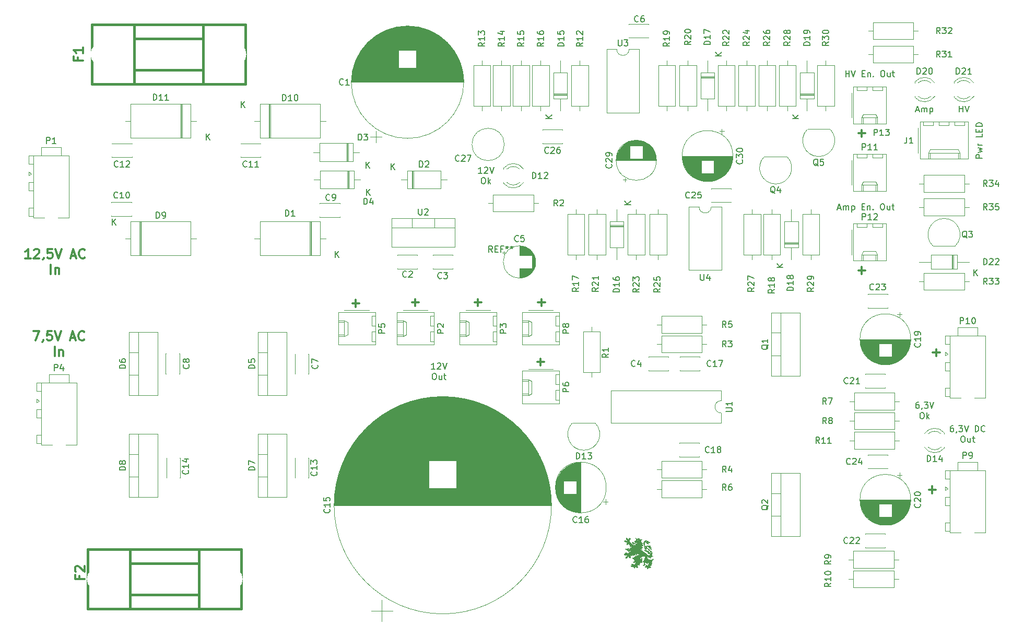
<source format=gbr>
G04 #@! TF.GenerationSoftware,KiCad,Pcbnew,(5.1.9)-1*
G04 #@! TF.CreationDate,2021-04-20T22:24:23+02:00*
G04 #@! TF.ProjectId,12V_6V3_Delay,3132565f-3656-4335-9f44-656c61792e6b,rev?*
G04 #@! TF.SameCoordinates,Original*
G04 #@! TF.FileFunction,Legend,Top*
G04 #@! TF.FilePolarity,Positive*
%FSLAX46Y46*%
G04 Gerber Fmt 4.6, Leading zero omitted, Abs format (unit mm)*
G04 Created by KiCad (PCBNEW (5.1.9)-1) date 2021-04-20 22:24:23*
%MOMM*%
%LPD*%
G01*
G04 APERTURE LIST*
%ADD10C,0.200000*%
%ADD11C,0.300000*%
%ADD12C,0.010000*%
%ADD13C,0.120000*%
%ADD14C,0.381000*%
%ADD15C,0.150000*%
%ADD16C,0.304800*%
%ADD17C,3.500000*%
%ADD18C,1.600000*%
%ADD19R,1.600000X1.600000*%
%ADD20C,2.400000*%
%ADD21R,2.400000X2.400000*%
%ADD22O,1.600000X1.600000*%
%ADD23R,1.050000X1.500000*%
%ADD24O,1.050000X1.500000*%
%ADD25O,1.740000X2.190000*%
%ADD26C,4.000000*%
%ADD27R,4.000000X4.000000*%
%ADD28O,1.905000X2.000000*%
%ADD29R,1.905000X2.000000*%
%ADD30C,3.180000*%
%ADD31O,3.300000X2.640000*%
%ADD32O,2.190000X1.740000*%
%ADD33C,3.500120*%
%ADD34C,1.800000*%
%ADD35R,1.800000X1.800000*%
%ADD36O,3.200000X3.200000*%
%ADD37R,3.200000X3.200000*%
%ADD38O,2.000000X2.000000*%
%ADD39R,2.000000X2.000000*%
%ADD40O,2.200000X2.200000*%
%ADD41R,2.200000X2.200000*%
%ADD42O,2.200000X1.740000*%
%ADD43O,2.000000X1.905000*%
%ADD44R,2.000000X1.905000*%
G04 APERTURE END LIST*
D10*
X211272380Y-61888333D02*
X210272380Y-61888333D01*
X210272380Y-61507380D01*
X210320000Y-61412142D01*
X210367619Y-61364523D01*
X210462857Y-61316904D01*
X210605714Y-61316904D01*
X210700952Y-61364523D01*
X210748571Y-61412142D01*
X210796190Y-61507380D01*
X210796190Y-61888333D01*
X210605714Y-60983571D02*
X211272380Y-60793095D01*
X210796190Y-60602619D01*
X211272380Y-60412142D01*
X210605714Y-60221666D01*
X211272380Y-59840714D02*
X210605714Y-59840714D01*
X210796190Y-59840714D02*
X210700952Y-59793095D01*
X210653333Y-59745476D01*
X210605714Y-59650238D01*
X210605714Y-59555000D01*
X211272380Y-57983571D02*
X211272380Y-58459761D01*
X210272380Y-58459761D01*
X210748571Y-57650238D02*
X210748571Y-57316904D01*
X211272380Y-57174047D02*
X211272380Y-57650238D01*
X210272380Y-57650238D01*
X210272380Y-57174047D01*
X211272380Y-56745476D02*
X210272380Y-56745476D01*
X210272380Y-56507380D01*
X210320000Y-56364523D01*
X210415238Y-56269285D01*
X210510476Y-56221666D01*
X210700952Y-56174047D01*
X210843809Y-56174047D01*
X211034285Y-56221666D01*
X211129523Y-56269285D01*
X211224761Y-56364523D01*
X211272380Y-56507380D01*
X211272380Y-56745476D01*
D11*
X139128571Y-94976142D02*
X140271428Y-94976142D01*
X139700000Y-95547571D02*
X139700000Y-94404714D01*
X139255571Y-85324142D02*
X140398428Y-85324142D01*
X139827000Y-85895571D02*
X139827000Y-84752714D01*
X191198571Y-57892142D02*
X192341428Y-57892142D01*
X191770000Y-58463571D02*
X191770000Y-57320714D01*
X191198571Y-80117142D02*
X192341428Y-80117142D01*
X191770000Y-80688571D02*
X191770000Y-79545714D01*
X203263571Y-93452142D02*
X204406428Y-93452142D01*
X203835000Y-94023571D02*
X203835000Y-92880714D01*
X202628571Y-115677142D02*
X203771428Y-115677142D01*
X203200000Y-116248571D02*
X203200000Y-115105714D01*
X118808571Y-85324142D02*
X119951428Y-85324142D01*
X119380000Y-85895571D02*
X119380000Y-84752714D01*
X109156571Y-85451142D02*
X110299428Y-85451142D01*
X109728000Y-86022571D02*
X109728000Y-84879714D01*
X128968571Y-85324142D02*
X130111428Y-85324142D01*
X129540000Y-85895571D02*
X129540000Y-84752714D01*
X123253571Y-104882142D02*
X124396428Y-104882142D01*
X123825000Y-105453571D02*
X123825000Y-104310714D01*
X113093571Y-104882142D02*
X114236428Y-104882142D01*
X113665000Y-105453571D02*
X113665000Y-104310714D01*
D10*
X130190952Y-64372380D02*
X129619523Y-64372380D01*
X129905238Y-64372380D02*
X129905238Y-63372380D01*
X129810000Y-63515238D01*
X129714761Y-63610476D01*
X129619523Y-63658095D01*
X130571904Y-63467619D02*
X130619523Y-63420000D01*
X130714761Y-63372380D01*
X130952857Y-63372380D01*
X131048095Y-63420000D01*
X131095714Y-63467619D01*
X131143333Y-63562857D01*
X131143333Y-63658095D01*
X131095714Y-63800952D01*
X130524285Y-64372380D01*
X131143333Y-64372380D01*
X131429047Y-63372380D02*
X131762380Y-64372380D01*
X132095714Y-63372380D01*
X130310000Y-65072380D02*
X130500476Y-65072380D01*
X130595714Y-65120000D01*
X130690952Y-65215238D01*
X130738571Y-65405714D01*
X130738571Y-65739047D01*
X130690952Y-65929523D01*
X130595714Y-66024761D01*
X130500476Y-66072380D01*
X130310000Y-66072380D01*
X130214761Y-66024761D01*
X130119523Y-65929523D01*
X130071904Y-65739047D01*
X130071904Y-65405714D01*
X130119523Y-65215238D01*
X130214761Y-65120000D01*
X130310000Y-65072380D01*
X131167142Y-66072380D02*
X131167142Y-65072380D01*
X131262380Y-65691428D02*
X131548095Y-66072380D01*
X131548095Y-65405714D02*
X131167142Y-65786666D01*
X189159047Y-48712380D02*
X189159047Y-47712380D01*
X189159047Y-48188571D02*
X189730476Y-48188571D01*
X189730476Y-48712380D02*
X189730476Y-47712380D01*
X190063809Y-47712380D02*
X190397142Y-48712380D01*
X190730476Y-47712380D01*
X191825714Y-48188571D02*
X192159047Y-48188571D01*
X192301904Y-48712380D02*
X191825714Y-48712380D01*
X191825714Y-47712380D01*
X192301904Y-47712380D01*
X192730476Y-48045714D02*
X192730476Y-48712380D01*
X192730476Y-48140952D02*
X192778095Y-48093333D01*
X192873333Y-48045714D01*
X193016190Y-48045714D01*
X193111428Y-48093333D01*
X193159047Y-48188571D01*
X193159047Y-48712380D01*
X193635238Y-48617142D02*
X193682857Y-48664761D01*
X193635238Y-48712380D01*
X193587619Y-48664761D01*
X193635238Y-48617142D01*
X193635238Y-48712380D01*
X195063809Y-47712380D02*
X195254285Y-47712380D01*
X195349523Y-47760000D01*
X195444761Y-47855238D01*
X195492380Y-48045714D01*
X195492380Y-48379047D01*
X195444761Y-48569523D01*
X195349523Y-48664761D01*
X195254285Y-48712380D01*
X195063809Y-48712380D01*
X194968571Y-48664761D01*
X194873333Y-48569523D01*
X194825714Y-48379047D01*
X194825714Y-48045714D01*
X194873333Y-47855238D01*
X194968571Y-47760000D01*
X195063809Y-47712380D01*
X196349523Y-48045714D02*
X196349523Y-48712380D01*
X195920952Y-48045714D02*
X195920952Y-48569523D01*
X195968571Y-48664761D01*
X196063809Y-48712380D01*
X196206666Y-48712380D01*
X196301904Y-48664761D01*
X196349523Y-48617142D01*
X196682857Y-48045714D02*
X197063809Y-48045714D01*
X196825714Y-47712380D02*
X196825714Y-48569523D01*
X196873333Y-48664761D01*
X196968571Y-48712380D01*
X197063809Y-48712380D01*
X187881190Y-70016666D02*
X188357380Y-70016666D01*
X187785952Y-70302380D02*
X188119285Y-69302380D01*
X188452619Y-70302380D01*
X188785952Y-70302380D02*
X188785952Y-69635714D01*
X188785952Y-69730952D02*
X188833571Y-69683333D01*
X188928809Y-69635714D01*
X189071666Y-69635714D01*
X189166904Y-69683333D01*
X189214523Y-69778571D01*
X189214523Y-70302380D01*
X189214523Y-69778571D02*
X189262142Y-69683333D01*
X189357380Y-69635714D01*
X189500238Y-69635714D01*
X189595476Y-69683333D01*
X189643095Y-69778571D01*
X189643095Y-70302380D01*
X190119285Y-69635714D02*
X190119285Y-70635714D01*
X190119285Y-69683333D02*
X190214523Y-69635714D01*
X190405000Y-69635714D01*
X190500238Y-69683333D01*
X190547857Y-69730952D01*
X190595476Y-69826190D01*
X190595476Y-70111904D01*
X190547857Y-70207142D01*
X190500238Y-70254761D01*
X190405000Y-70302380D01*
X190214523Y-70302380D01*
X190119285Y-70254761D01*
X191785952Y-69778571D02*
X192119285Y-69778571D01*
X192262142Y-70302380D02*
X191785952Y-70302380D01*
X191785952Y-69302380D01*
X192262142Y-69302380D01*
X192690714Y-69635714D02*
X192690714Y-70302380D01*
X192690714Y-69730952D02*
X192738333Y-69683333D01*
X192833571Y-69635714D01*
X192976428Y-69635714D01*
X193071666Y-69683333D01*
X193119285Y-69778571D01*
X193119285Y-70302380D01*
X193595476Y-70207142D02*
X193643095Y-70254761D01*
X193595476Y-70302380D01*
X193547857Y-70254761D01*
X193595476Y-70207142D01*
X193595476Y-70302380D01*
X195024047Y-69302380D02*
X195214523Y-69302380D01*
X195309761Y-69350000D01*
X195405000Y-69445238D01*
X195452619Y-69635714D01*
X195452619Y-69969047D01*
X195405000Y-70159523D01*
X195309761Y-70254761D01*
X195214523Y-70302380D01*
X195024047Y-70302380D01*
X194928809Y-70254761D01*
X194833571Y-70159523D01*
X194785952Y-69969047D01*
X194785952Y-69635714D01*
X194833571Y-69445238D01*
X194928809Y-69350000D01*
X195024047Y-69302380D01*
X196309761Y-69635714D02*
X196309761Y-70302380D01*
X195881190Y-69635714D02*
X195881190Y-70159523D01*
X195928809Y-70254761D01*
X196024047Y-70302380D01*
X196166904Y-70302380D01*
X196262142Y-70254761D01*
X196309761Y-70207142D01*
X196643095Y-69635714D02*
X197024047Y-69635714D01*
X196785952Y-69302380D02*
X196785952Y-70159523D01*
X196833571Y-70254761D01*
X196928809Y-70302380D01*
X197024047Y-70302380D01*
X200572857Y-54141666D02*
X201049047Y-54141666D01*
X200477619Y-54427380D02*
X200810952Y-53427380D01*
X201144285Y-54427380D01*
X201477619Y-54427380D02*
X201477619Y-53760714D01*
X201477619Y-53855952D02*
X201525238Y-53808333D01*
X201620476Y-53760714D01*
X201763333Y-53760714D01*
X201858571Y-53808333D01*
X201906190Y-53903571D01*
X201906190Y-54427380D01*
X201906190Y-53903571D02*
X201953809Y-53808333D01*
X202049047Y-53760714D01*
X202191904Y-53760714D01*
X202287142Y-53808333D01*
X202334761Y-53903571D01*
X202334761Y-54427380D01*
X202810952Y-53760714D02*
X202810952Y-54760714D01*
X202810952Y-53808333D02*
X202906190Y-53760714D01*
X203096666Y-53760714D01*
X203191904Y-53808333D01*
X203239523Y-53855952D01*
X203287142Y-53951190D01*
X203287142Y-54236904D01*
X203239523Y-54332142D01*
X203191904Y-54379761D01*
X203096666Y-54427380D01*
X202906190Y-54427380D01*
X202810952Y-54379761D01*
X122570952Y-96122380D02*
X121999523Y-96122380D01*
X122285238Y-96122380D02*
X122285238Y-95122380D01*
X122190000Y-95265238D01*
X122094761Y-95360476D01*
X121999523Y-95408095D01*
X122951904Y-95217619D02*
X122999523Y-95170000D01*
X123094761Y-95122380D01*
X123332857Y-95122380D01*
X123428095Y-95170000D01*
X123475714Y-95217619D01*
X123523333Y-95312857D01*
X123523333Y-95408095D01*
X123475714Y-95550952D01*
X122904285Y-96122380D01*
X123523333Y-96122380D01*
X123809047Y-95122380D02*
X124142380Y-96122380D01*
X124475714Y-95122380D01*
X122356666Y-96822380D02*
X122547142Y-96822380D01*
X122642380Y-96870000D01*
X122737619Y-96965238D01*
X122785238Y-97155714D01*
X122785238Y-97489047D01*
X122737619Y-97679523D01*
X122642380Y-97774761D01*
X122547142Y-97822380D01*
X122356666Y-97822380D01*
X122261428Y-97774761D01*
X122166190Y-97679523D01*
X122118571Y-97489047D01*
X122118571Y-97155714D01*
X122166190Y-96965238D01*
X122261428Y-96870000D01*
X122356666Y-96822380D01*
X123642380Y-97155714D02*
X123642380Y-97822380D01*
X123213809Y-97155714D02*
X123213809Y-97679523D01*
X123261428Y-97774761D01*
X123356666Y-97822380D01*
X123499523Y-97822380D01*
X123594761Y-97774761D01*
X123642380Y-97727142D01*
X123975714Y-97155714D02*
X124356666Y-97155714D01*
X124118571Y-96822380D02*
X124118571Y-97679523D01*
X124166190Y-97774761D01*
X124261428Y-97822380D01*
X124356666Y-97822380D01*
X200977619Y-101472380D02*
X200787142Y-101472380D01*
X200691904Y-101520000D01*
X200644285Y-101567619D01*
X200549047Y-101710476D01*
X200501428Y-101900952D01*
X200501428Y-102281904D01*
X200549047Y-102377142D01*
X200596666Y-102424761D01*
X200691904Y-102472380D01*
X200882380Y-102472380D01*
X200977619Y-102424761D01*
X201025238Y-102377142D01*
X201072857Y-102281904D01*
X201072857Y-102043809D01*
X201025238Y-101948571D01*
X200977619Y-101900952D01*
X200882380Y-101853333D01*
X200691904Y-101853333D01*
X200596666Y-101900952D01*
X200549047Y-101948571D01*
X200501428Y-102043809D01*
X201549047Y-102424761D02*
X201549047Y-102472380D01*
X201501428Y-102567619D01*
X201453809Y-102615238D01*
X201882380Y-101472380D02*
X202501428Y-101472380D01*
X202168095Y-101853333D01*
X202310952Y-101853333D01*
X202406190Y-101900952D01*
X202453809Y-101948571D01*
X202501428Y-102043809D01*
X202501428Y-102281904D01*
X202453809Y-102377142D01*
X202406190Y-102424761D01*
X202310952Y-102472380D01*
X202025238Y-102472380D01*
X201930000Y-102424761D01*
X201882380Y-102377142D01*
X202787142Y-101472380D02*
X203120476Y-102472380D01*
X203453809Y-101472380D01*
X201430000Y-103172380D02*
X201620476Y-103172380D01*
X201715714Y-103220000D01*
X201810952Y-103315238D01*
X201858571Y-103505714D01*
X201858571Y-103839047D01*
X201810952Y-104029523D01*
X201715714Y-104124761D01*
X201620476Y-104172380D01*
X201430000Y-104172380D01*
X201334761Y-104124761D01*
X201239523Y-104029523D01*
X201191904Y-103839047D01*
X201191904Y-103505714D01*
X201239523Y-103315238D01*
X201334761Y-103220000D01*
X201430000Y-103172380D01*
X202287142Y-104172380D02*
X202287142Y-103172380D01*
X202382380Y-103791428D02*
X202668095Y-104172380D01*
X202668095Y-103505714D02*
X202287142Y-103886666D01*
X206581666Y-105282380D02*
X206391190Y-105282380D01*
X206295952Y-105330000D01*
X206248333Y-105377619D01*
X206153095Y-105520476D01*
X206105476Y-105710952D01*
X206105476Y-106091904D01*
X206153095Y-106187142D01*
X206200714Y-106234761D01*
X206295952Y-106282380D01*
X206486428Y-106282380D01*
X206581666Y-106234761D01*
X206629285Y-106187142D01*
X206676904Y-106091904D01*
X206676904Y-105853809D01*
X206629285Y-105758571D01*
X206581666Y-105710952D01*
X206486428Y-105663333D01*
X206295952Y-105663333D01*
X206200714Y-105710952D01*
X206153095Y-105758571D01*
X206105476Y-105853809D01*
X207153095Y-106234761D02*
X207153095Y-106282380D01*
X207105476Y-106377619D01*
X207057857Y-106425238D01*
X207486428Y-105282380D02*
X208105476Y-105282380D01*
X207772142Y-105663333D01*
X207915000Y-105663333D01*
X208010238Y-105710952D01*
X208057857Y-105758571D01*
X208105476Y-105853809D01*
X208105476Y-106091904D01*
X208057857Y-106187142D01*
X208010238Y-106234761D01*
X207915000Y-106282380D01*
X207629285Y-106282380D01*
X207534047Y-106234761D01*
X207486428Y-106187142D01*
X208391190Y-105282380D02*
X208724523Y-106282380D01*
X209057857Y-105282380D01*
X210153095Y-106282380D02*
X210153095Y-105282380D01*
X210391190Y-105282380D01*
X210534047Y-105330000D01*
X210629285Y-105425238D01*
X210676904Y-105520476D01*
X210724523Y-105710952D01*
X210724523Y-105853809D01*
X210676904Y-106044285D01*
X210629285Y-106139523D01*
X210534047Y-106234761D01*
X210391190Y-106282380D01*
X210153095Y-106282380D01*
X211724523Y-106187142D02*
X211676904Y-106234761D01*
X211534047Y-106282380D01*
X211438809Y-106282380D01*
X211295952Y-106234761D01*
X211200714Y-106139523D01*
X211153095Y-106044285D01*
X211105476Y-105853809D01*
X211105476Y-105710952D01*
X211153095Y-105520476D01*
X211200714Y-105425238D01*
X211295952Y-105330000D01*
X211438809Y-105282380D01*
X211534047Y-105282380D01*
X211676904Y-105330000D01*
X211724523Y-105377619D01*
X208081666Y-106982380D02*
X208272142Y-106982380D01*
X208367380Y-107030000D01*
X208462619Y-107125238D01*
X208510238Y-107315714D01*
X208510238Y-107649047D01*
X208462619Y-107839523D01*
X208367380Y-107934761D01*
X208272142Y-107982380D01*
X208081666Y-107982380D01*
X207986428Y-107934761D01*
X207891190Y-107839523D01*
X207843571Y-107649047D01*
X207843571Y-107315714D01*
X207891190Y-107125238D01*
X207986428Y-107030000D01*
X208081666Y-106982380D01*
X209367380Y-107315714D02*
X209367380Y-107982380D01*
X208938809Y-107315714D02*
X208938809Y-107839523D01*
X208986428Y-107934761D01*
X209081666Y-107982380D01*
X209224523Y-107982380D01*
X209319761Y-107934761D01*
X209367380Y-107887142D01*
X209700714Y-107315714D02*
X210081666Y-107315714D01*
X209843571Y-106982380D02*
X209843571Y-107839523D01*
X209891190Y-107934761D01*
X209986428Y-107982380D01*
X210081666Y-107982380D01*
D11*
X57416428Y-89978571D02*
X58416428Y-89978571D01*
X57773571Y-91478571D01*
X59059285Y-91407142D02*
X59059285Y-91478571D01*
X58987857Y-91621428D01*
X58916428Y-91692857D01*
X60416428Y-89978571D02*
X59702142Y-89978571D01*
X59630714Y-90692857D01*
X59702142Y-90621428D01*
X59845000Y-90550000D01*
X60202142Y-90550000D01*
X60345000Y-90621428D01*
X60416428Y-90692857D01*
X60487857Y-90835714D01*
X60487857Y-91192857D01*
X60416428Y-91335714D01*
X60345000Y-91407142D01*
X60202142Y-91478571D01*
X59845000Y-91478571D01*
X59702142Y-91407142D01*
X59630714Y-91335714D01*
X60916428Y-89978571D02*
X61416428Y-91478571D01*
X61916428Y-89978571D01*
X63487857Y-91050000D02*
X64202142Y-91050000D01*
X63345000Y-91478571D02*
X63845000Y-89978571D01*
X64345000Y-91478571D01*
X65702142Y-91335714D02*
X65630714Y-91407142D01*
X65416428Y-91478571D01*
X65273571Y-91478571D01*
X65059285Y-91407142D01*
X64916428Y-91264285D01*
X64845000Y-91121428D01*
X64773571Y-90835714D01*
X64773571Y-90621428D01*
X64845000Y-90335714D01*
X64916428Y-90192857D01*
X65059285Y-90050000D01*
X65273571Y-89978571D01*
X65416428Y-89978571D01*
X65630714Y-90050000D01*
X65702142Y-90121428D01*
X60916428Y-94028571D02*
X60916428Y-92528571D01*
X61630714Y-93028571D02*
X61630714Y-94028571D01*
X61630714Y-93171428D02*
X61702142Y-93100000D01*
X61845000Y-93028571D01*
X62059285Y-93028571D01*
X62202142Y-93100000D01*
X62273571Y-93242857D01*
X62273571Y-94028571D01*
D10*
X207565714Y-54427380D02*
X207565714Y-53427380D01*
X207565714Y-53903571D02*
X208137142Y-53903571D01*
X208137142Y-54427380D02*
X208137142Y-53427380D01*
X208470476Y-53427380D02*
X208803809Y-54427380D01*
X209137142Y-53427380D01*
D11*
X56995714Y-78143571D02*
X56138571Y-78143571D01*
X56567142Y-78143571D02*
X56567142Y-76643571D01*
X56424285Y-76857857D01*
X56281428Y-77000714D01*
X56138571Y-77072142D01*
X57567142Y-76786428D02*
X57638571Y-76715000D01*
X57781428Y-76643571D01*
X58138571Y-76643571D01*
X58281428Y-76715000D01*
X58352857Y-76786428D01*
X58424285Y-76929285D01*
X58424285Y-77072142D01*
X58352857Y-77286428D01*
X57495714Y-78143571D01*
X58424285Y-78143571D01*
X59138571Y-78072142D02*
X59138571Y-78143571D01*
X59067142Y-78286428D01*
X58995714Y-78357857D01*
X60495714Y-76643571D02*
X59781428Y-76643571D01*
X59710000Y-77357857D01*
X59781428Y-77286428D01*
X59924285Y-77215000D01*
X60281428Y-77215000D01*
X60424285Y-77286428D01*
X60495714Y-77357857D01*
X60567142Y-77500714D01*
X60567142Y-77857857D01*
X60495714Y-78000714D01*
X60424285Y-78072142D01*
X60281428Y-78143571D01*
X59924285Y-78143571D01*
X59781428Y-78072142D01*
X59710000Y-78000714D01*
X60995714Y-76643571D02*
X61495714Y-78143571D01*
X61995714Y-76643571D01*
X63567142Y-77715000D02*
X64281428Y-77715000D01*
X63424285Y-78143571D02*
X63924285Y-76643571D01*
X64424285Y-78143571D01*
X65781428Y-78000714D02*
X65710000Y-78072142D01*
X65495714Y-78143571D01*
X65352857Y-78143571D01*
X65138571Y-78072142D01*
X64995714Y-77929285D01*
X64924285Y-77786428D01*
X64852857Y-77500714D01*
X64852857Y-77286428D01*
X64924285Y-77000714D01*
X64995714Y-76857857D01*
X65138571Y-76715000D01*
X65352857Y-76643571D01*
X65495714Y-76643571D01*
X65710000Y-76715000D01*
X65781428Y-76786428D01*
X60281428Y-80693571D02*
X60281428Y-79193571D01*
X60995714Y-79693571D02*
X60995714Y-80693571D01*
X60995714Y-79836428D02*
X61067142Y-79765000D01*
X61210000Y-79693571D01*
X61424285Y-79693571D01*
X61567142Y-79765000D01*
X61638571Y-79907857D01*
X61638571Y-80693571D01*
D12*
G36*
X153641890Y-123513601D02*
G01*
X153655180Y-123536535D01*
X153675558Y-123564429D01*
X153686637Y-123562829D01*
X153721136Y-123556848D01*
X153760772Y-123586577D01*
X153793279Y-123640001D01*
X153804184Y-123677980D01*
X153820650Y-123746677D01*
X153845593Y-123821555D01*
X153873316Y-123888758D01*
X153898123Y-123934431D01*
X153913988Y-123945078D01*
X153920659Y-123915414D01*
X153926786Y-123848612D01*
X153931169Y-123758326D01*
X153931550Y-123745482D01*
X153935236Y-123649603D01*
X153942024Y-123594154D01*
X153955374Y-123568769D01*
X153978745Y-123563080D01*
X153992104Y-123564041D01*
X154039570Y-123554354D01*
X154055604Y-123533423D01*
X154068771Y-123513428D01*
X154100439Y-123526017D01*
X154126141Y-123544483D01*
X154188582Y-123591901D01*
X154121158Y-123727500D01*
X154080091Y-123821074D01*
X154047864Y-123914036D01*
X154036445Y-123960455D01*
X154029827Y-124017174D01*
X154038994Y-124061259D01*
X154071042Y-124108774D01*
X154130328Y-124172942D01*
X154212480Y-124251178D01*
X154312256Y-124336759D01*
X154389533Y-124397182D01*
X154480075Y-124469530D01*
X154567550Y-124548616D01*
X154624887Y-124608305D01*
X154673771Y-124668054D01*
X154691692Y-124701185D01*
X154682247Y-124718312D01*
X154664582Y-124725435D01*
X154600401Y-124729435D01*
X154568997Y-124722148D01*
X154538315Y-124712447D01*
X154536486Y-124724527D01*
X154563223Y-124768122D01*
X154567448Y-124774575D01*
X154596576Y-124824295D01*
X154606050Y-124851609D01*
X154605479Y-124852552D01*
X154579564Y-124868130D01*
X154527496Y-124896621D01*
X154520900Y-124900131D01*
X154480865Y-124926542D01*
X154478040Y-124940830D01*
X154483498Y-124941583D01*
X154534416Y-124928723D01*
X154572398Y-124908304D01*
X154630548Y-124881732D01*
X154708808Y-124860713D01*
X154722618Y-124858311D01*
X154822736Y-124842613D01*
X154647099Y-125019606D01*
X154568921Y-125095235D01*
X154501452Y-125154743D01*
X154454031Y-125190187D01*
X154439031Y-125196600D01*
X154409104Y-125216297D01*
X154406600Y-125228590D01*
X154383440Y-125269802D01*
X154320628Y-125314975D01*
X154228166Y-125357342D01*
X154203400Y-125366097D01*
X154157351Y-125385116D01*
X154149836Y-125396596D01*
X154157296Y-125397847D01*
X154212669Y-125390511D01*
X154267531Y-125374159D01*
X154315489Y-125362593D01*
X154355328Y-125377018D01*
X154406016Y-125424581D01*
X154408539Y-125427275D01*
X154454749Y-125484816D01*
X154465936Y-125526779D01*
X154457081Y-125552795D01*
X154415523Y-125598599D01*
X154387349Y-125613748D01*
X154342559Y-125646896D01*
X154317472Y-125685291D01*
X154278600Y-125734453D01*
X154215518Y-125781245D01*
X154203400Y-125787800D01*
X154155885Y-125814114D01*
X154154245Y-125821917D01*
X154178000Y-125817433D01*
X154246914Y-125790685D01*
X154305527Y-125756801D01*
X154396657Y-125722480D01*
X154451265Y-125723681D01*
X154522919Y-125726709D01*
X154577738Y-125717287D01*
X154627421Y-125706184D01*
X154706930Y-125697420D01*
X154765446Y-125694174D01*
X154908392Y-125689449D01*
X154877579Y-125778451D01*
X154847030Y-125837099D01*
X154801576Y-125894595D01*
X154753067Y-125939172D01*
X154713354Y-125959065D01*
X154699550Y-125955216D01*
X154697171Y-125924694D01*
X154708440Y-125867463D01*
X154710061Y-125861667D01*
X154720604Y-125802996D01*
X154709979Y-125780806D01*
X154709626Y-125780800D01*
X154691323Y-125802383D01*
X154686000Y-125839220D01*
X154673829Y-125898504D01*
X154656352Y-125927287D01*
X154643305Y-125955226D01*
X154673035Y-125974713D01*
X154742234Y-125976150D01*
X154811361Y-125932634D01*
X154873802Y-125849588D01*
X154904606Y-125784802D01*
X154945944Y-125689304D01*
X154983610Y-125632187D01*
X155029571Y-125603502D01*
X155095796Y-125593298D01*
X155136416Y-125592069D01*
X155257631Y-125590300D01*
X155248679Y-125684168D01*
X155251900Y-125762670D01*
X155286763Y-125823910D01*
X155304609Y-125842918D01*
X155364630Y-125891351D01*
X155411180Y-125908521D01*
X155435652Y-125893902D01*
X155430816Y-125850650D01*
X155414359Y-125772175D01*
X155412899Y-125685229D01*
X155425350Y-125610189D01*
X155445741Y-125571283D01*
X155467389Y-125556334D01*
X155466517Y-125579990D01*
X155460069Y-125603000D01*
X155440929Y-125663864D01*
X155429096Y-125698250D01*
X155433023Y-125725340D01*
X155465676Y-125727629D01*
X155512916Y-125707573D01*
X155551896Y-125676903D01*
X155585366Y-125630913D01*
X155597998Y-125570928D01*
X155596346Y-125499087D01*
X155596360Y-125423712D01*
X155606340Y-125380822D01*
X155622545Y-125376240D01*
X155641233Y-125415787D01*
X155643840Y-125425200D01*
X155667447Y-125469664D01*
X155697653Y-125465690D01*
X155725674Y-125418850D01*
X155743791Y-125380884D01*
X155757637Y-125388123D01*
X155765673Y-125406150D01*
X155773892Y-125463801D01*
X155769014Y-125488700D01*
X155764823Y-125522309D01*
X155785805Y-125521923D01*
X155822738Y-125490927D01*
X155848329Y-125459579D01*
X155897296Y-125392358D01*
X156047298Y-125502369D01*
X156150161Y-125580301D01*
X156261871Y-125668682D01*
X156337000Y-125730579D01*
X156424681Y-125801066D01*
X156514175Y-125867144D01*
X156578300Y-125909602D01*
X156672403Y-125972748D01*
X156758140Y-126042264D01*
X156825588Y-126108850D01*
X156864825Y-126163202D01*
X156870788Y-126183805D01*
X156885010Y-126241087D01*
X156896960Y-126263400D01*
X156912023Y-126277763D01*
X156909968Y-126248260D01*
X156905131Y-126226127D01*
X156887520Y-126150754D01*
X156997832Y-126245177D01*
X157086517Y-126309675D01*
X157162855Y-126337343D01*
X157192955Y-126339600D01*
X157249572Y-126335779D01*
X157267994Y-126316847D01*
X157262140Y-126277336D01*
X157254804Y-126234801D01*
X157272145Y-126228934D01*
X157311152Y-126245578D01*
X157370691Y-126291997D01*
X157388568Y-126348758D01*
X157361624Y-126403546D01*
X157337784Y-126432745D01*
X157352746Y-126441051D01*
X157359949Y-126441200D01*
X157403213Y-126423736D01*
X157440356Y-126392105D01*
X157471182Y-126325176D01*
X157461517Y-126248094D01*
X157417912Y-126169873D01*
X157346921Y-126099527D01*
X157255099Y-126046069D01*
X157170904Y-126021495D01*
X157085493Y-126000776D01*
X157020585Y-125973291D01*
X156986700Y-125944649D01*
X156989094Y-125924571D01*
X157031382Y-125910147D01*
X157099809Y-125909649D01*
X157171991Y-125921966D01*
X157208619Y-125935456D01*
X157249766Y-125953667D01*
X157254070Y-125949684D01*
X157227987Y-125927883D01*
X157177973Y-125892638D01*
X157110484Y-125848326D01*
X157031975Y-125799320D01*
X156948901Y-125749998D01*
X156869978Y-125705943D01*
X156723034Y-125623921D01*
X156608662Y-125553403D01*
X156530516Y-125496957D01*
X156492255Y-125457154D01*
X156491631Y-125440062D01*
X156529965Y-125433841D01*
X156592441Y-125454166D01*
X156665036Y-125494053D01*
X156733728Y-125546520D01*
X156761496Y-125574458D01*
X156808113Y-125621653D01*
X156838103Y-125641694D01*
X156844046Y-125637467D01*
X156824765Y-125603572D01*
X156809542Y-125594828D01*
X156781834Y-125564488D01*
X156749808Y-125501796D01*
X156732286Y-125455375D01*
X156680990Y-125347599D01*
X156606562Y-125244827D01*
X156589943Y-125226958D01*
X156517539Y-125137671D01*
X156489657Y-125063912D01*
X156489400Y-125057224D01*
X156479355Y-124985749D01*
X156463106Y-124940930D01*
X156449784Y-124900611D01*
X156463426Y-124891800D01*
X156487306Y-124913179D01*
X156521460Y-124968461D01*
X156549113Y-125025150D01*
X156587804Y-125103877D01*
X156624762Y-125165130D01*
X156644043Y-125188160D01*
X156664339Y-125198050D01*
X156673394Y-125177953D01*
X156673401Y-125149217D01*
X156743250Y-125149217D01*
X156753641Y-125228648D01*
X156773564Y-125316633D01*
X156794824Y-125382939D01*
X156866098Y-125517877D01*
X156972624Y-125636795D01*
X157035628Y-125693498D01*
X157080909Y-125731707D01*
X157098977Y-125743425D01*
X157099000Y-125743257D01*
X157090971Y-125714813D01*
X157074312Y-125668374D01*
X157061316Y-125602156D01*
X157071171Y-125549247D01*
X157100552Y-125526822D01*
X157101717Y-125526800D01*
X157119313Y-125548382D01*
X157124400Y-125585011D01*
X157144090Y-125639684D01*
X157198442Y-125712803D01*
X157239919Y-125756461D01*
X157319041Y-125842884D01*
X157401202Y-125946265D01*
X157449469Y-126015300D01*
X157543500Y-126160901D01*
X157551860Y-126066100D01*
X157549789Y-125976467D01*
X157533736Y-125881380D01*
X157530539Y-125869700D01*
X157473534Y-125733878D01*
X157463131Y-125717300D01*
X157530800Y-125717300D01*
X157543500Y-125730000D01*
X157556200Y-125717300D01*
X157543500Y-125704600D01*
X157530800Y-125717300D01*
X157463131Y-125717300D01*
X157384744Y-125592397D01*
X157276606Y-125464601D01*
X157259094Y-125447434D01*
X157204920Y-125399715D01*
X157128995Y-125337805D01*
X157041021Y-125269010D01*
X156950700Y-125200637D01*
X156867734Y-125139995D01*
X156801825Y-125094390D01*
X156762674Y-125071131D01*
X156757451Y-125069600D01*
X156743988Y-125091736D01*
X156743250Y-125149217D01*
X156673401Y-125149217D01*
X156673409Y-125119362D01*
X156671344Y-125082724D01*
X156669350Y-125000247D01*
X156681880Y-124943389D01*
X156717145Y-124889107D01*
X156756395Y-124844017D01*
X156837824Y-124768484D01*
X156924285Y-124723686D01*
X157028739Y-124705933D01*
X157164147Y-124711535D01*
X157205213Y-124716260D01*
X157302358Y-124725804D01*
X157383946Y-124729068D01*
X157433129Y-124725413D01*
X157434636Y-124724974D01*
X157472425Y-124723558D01*
X157476527Y-124745529D01*
X157448510Y-124777701D01*
X157426719Y-124791527D01*
X157373439Y-124820042D01*
X157426719Y-124857361D01*
X157467443Y-124898458D01*
X157480000Y-124929900D01*
X157499042Y-124969715D01*
X157535617Y-125004075D01*
X157570229Y-125038435D01*
X157572499Y-125061767D01*
X157539745Y-125064218D01*
X157510531Y-125049590D01*
X157449391Y-125012851D01*
X157387732Y-124985964D01*
X157343273Y-124976006D01*
X157333588Y-124978944D01*
X157344907Y-125000773D01*
X157385750Y-125048381D01*
X157448379Y-125113023D01*
X157476811Y-125140745D01*
X157548431Y-125215061D01*
X157602384Y-125281612D01*
X157629914Y-125329213D01*
X157631712Y-125338640D01*
X157625285Y-125360991D01*
X157602379Y-125351406D01*
X157555975Y-125306324D01*
X157545063Y-125294679D01*
X157485928Y-125238741D01*
X157447349Y-125222311D01*
X157431450Y-125229909D01*
X157410141Y-125238096D01*
X157403800Y-125200498D01*
X157378902Y-125141034D01*
X157324818Y-125100168D01*
X157227929Y-125041317D01*
X157171126Y-124990116D01*
X157146351Y-124938006D01*
X157143450Y-124907479D01*
X157124738Y-124844506D01*
X157076134Y-124810525D01*
X157008929Y-124804792D01*
X156934417Y-124826561D01*
X156863891Y-124875087D01*
X156820283Y-124928794D01*
X156787044Y-124988089D01*
X156769857Y-125029543D01*
X156769188Y-125034498D01*
X156779909Y-125036535D01*
X156793386Y-125019246D01*
X156814849Y-125000041D01*
X156845614Y-125011915D01*
X156888247Y-125049023D01*
X156939666Y-125093999D01*
X157018654Y-125158706D01*
X157112066Y-125232492D01*
X157162500Y-125271309D01*
X157292087Y-125377239D01*
X157395423Y-125476331D01*
X157467333Y-125562871D01*
X157502644Y-125631143D01*
X157505400Y-125650052D01*
X157515141Y-125667135D01*
X157548208Y-125646987D01*
X157568900Y-125628400D01*
X157632400Y-125568744D01*
X157632011Y-125643022D01*
X157624928Y-125708517D01*
X157610806Y-125750110D01*
X157605106Y-125792150D01*
X157612622Y-125861613D01*
X157629265Y-125938159D01*
X157650943Y-126001451D01*
X157666378Y-126026445D01*
X157675511Y-126024663D01*
X157669878Y-126004239D01*
X157675384Y-125953726D01*
X157708752Y-125907647D01*
X157755490Y-125868833D01*
X157775093Y-125872618D01*
X157767425Y-125918570D01*
X157736831Y-125996215D01*
X157700899Y-126105535D01*
X157697776Y-126208688D01*
X157699578Y-126223405D01*
X157705195Y-126296786D01*
X157692597Y-126340288D01*
X157659495Y-126371113D01*
X157626145Y-126397027D01*
X157629362Y-126411253D01*
X157675056Y-126422870D01*
X157695735Y-126426793D01*
X157771186Y-126434205D01*
X157832629Y-126429307D01*
X157836710Y-126428147D01*
X157876314Y-126425561D01*
X157886400Y-126437470D01*
X157864367Y-126459247D01*
X157810642Y-126478830D01*
X157803850Y-126480381D01*
X157724791Y-126504428D01*
X157638817Y-126540110D01*
X157627335Y-126545759D01*
X157551458Y-126575803D01*
X157491203Y-126575657D01*
X157466932Y-126568060D01*
X157402556Y-126546415D01*
X157383202Y-126547672D01*
X157408520Y-126571877D01*
X157413473Y-126575545D01*
X157444859Y-126618552D01*
X157440929Y-126677324D01*
X157423602Y-126746358D01*
X157324801Y-126644550D01*
X157270407Y-126584530D01*
X157234522Y-126537323D01*
X157226000Y-126518869D01*
X157207822Y-126483970D01*
X157205068Y-126482061D01*
X157189520Y-126492477D01*
X157186018Y-126524220D01*
X157169502Y-126573815D01*
X157143450Y-126588319D01*
X157106857Y-126579524D01*
X157099000Y-126546505D01*
X157083339Y-126504867D01*
X157045853Y-126457573D01*
X157041647Y-126453900D01*
X157276800Y-126453900D01*
X157289500Y-126466600D01*
X157302200Y-126453900D01*
X157289500Y-126441200D01*
X157276800Y-126453900D01*
X157041647Y-126453900D01*
X157000787Y-126418218D01*
X156962388Y-126400395D01*
X156949798Y-126404134D01*
X156940355Y-126438151D01*
X156934262Y-126508155D01*
X156931509Y-126599445D01*
X156932086Y-126697320D01*
X156935981Y-126787080D01*
X156943184Y-126854021D01*
X156950145Y-126879350D01*
X156988343Y-126917029D01*
X157031502Y-126919073D01*
X157056849Y-126892050D01*
X157073909Y-126874958D01*
X157094716Y-126896096D01*
X157108548Y-126952854D01*
X157076471Y-127005866D01*
X157047051Y-127026014D01*
X156982619Y-127039349D01*
X156924750Y-127005017D01*
X156871040Y-126921517D01*
X156867343Y-126913725D01*
X156839088Y-126855632D01*
X156827672Y-126841524D01*
X156829816Y-126868742D01*
X156832822Y-126885700D01*
X156871295Y-126977468D01*
X156940564Y-127040961D01*
X157028411Y-127066745D01*
X157064534Y-127064627D01*
X157144024Y-127043243D01*
X157210772Y-127012020D01*
X157268357Y-126987219D01*
X157330712Y-126996729D01*
X157343221Y-127001298D01*
X157416500Y-127029346D01*
X157356536Y-127078173D01*
X157320199Y-127111776D01*
X157313556Y-127126929D01*
X157314429Y-127127000D01*
X157344889Y-127112744D01*
X157394312Y-127078196D01*
X157397326Y-127075840D01*
X157452351Y-127043406D01*
X157516429Y-127034610D01*
X157579132Y-127040109D01*
X157656132Y-127045747D01*
X157712736Y-127032539D01*
X157773926Y-126993168D01*
X157794642Y-126976968D01*
X157853142Y-126931764D01*
X157893145Y-126903360D01*
X157902592Y-126898400D01*
X157912110Y-126915162D01*
X157886074Y-126963407D01*
X157826175Y-127040066D01*
X157821500Y-127045550D01*
X157765132Y-127106892D01*
X157720675Y-127136858D01*
X157669441Y-127144623D01*
X157624650Y-127142194D01*
X157572779Y-127139115D01*
X157561249Y-127141282D01*
X157573391Y-127144379D01*
X157638930Y-127173383D01*
X157680747Y-127235547D01*
X157696611Y-127285892D01*
X157697852Y-127336848D01*
X157675239Y-127353580D01*
X157640928Y-127337696D01*
X157607075Y-127290805D01*
X157599594Y-127273050D01*
X157561238Y-127237554D01*
X157512547Y-127232405D01*
X157441900Y-127236211D01*
X157512891Y-127246902D01*
X157562456Y-127261560D01*
X157572070Y-127291434D01*
X157567934Y-127307840D01*
X157571744Y-127368194D01*
X157608288Y-127445182D01*
X157670392Y-127524013D01*
X157675158Y-127528864D01*
X157706227Y-127574559D01*
X157690100Y-127601563D01*
X157634243Y-127609600D01*
X157562843Y-127587667D01*
X157498128Y-127533284D01*
X157457883Y-127463571D01*
X157452594Y-127434724D01*
X157445794Y-127413236D01*
X157438247Y-127424041D01*
X157441625Y-127476764D01*
X157480021Y-127545310D01*
X157546156Y-127617372D01*
X157559422Y-127628909D01*
X157619066Y-127702534D01*
X157632400Y-127764257D01*
X157622351Y-127823346D01*
X157596070Y-127838996D01*
X157559359Y-127813541D01*
X157518015Y-127749317D01*
X157500605Y-127711200D01*
X157468017Y-127640796D01*
X157440284Y-127594679D01*
X157428106Y-127584200D01*
X157427266Y-127604640D01*
X157445590Y-127657468D01*
X157469593Y-127711075D01*
X157514159Y-127816939D01*
X157528322Y-127891496D01*
X157512880Y-127943530D01*
X157492700Y-127965200D01*
X157452825Y-127983678D01*
X157413751Y-127962918D01*
X157377667Y-127943564D01*
X157347137Y-127964849D01*
X157337551Y-127977363D01*
X157305664Y-128034223D01*
X157311713Y-128063579D01*
X157326745Y-128066800D01*
X157358589Y-128082709D01*
X157411352Y-128123049D01*
X157440307Y-128148497D01*
X157529325Y-128230195D01*
X157474835Y-128288197D01*
X157412631Y-128334923D01*
X157357557Y-128342076D01*
X157320055Y-128309036D01*
X157315628Y-128297693D01*
X157277364Y-128227557D01*
X157229667Y-128201419D01*
X157184841Y-128217362D01*
X157155193Y-128273470D01*
X157149800Y-128323517D01*
X157146614Y-128387510D01*
X157129330Y-128415517D01*
X157086353Y-128422293D01*
X157072100Y-128422400D01*
X157022806Y-128428879D01*
X157008275Y-128444619D01*
X157009015Y-128446044D01*
X157006227Y-128478870D01*
X156999569Y-128484559D01*
X156966568Y-128481622D01*
X156959556Y-128473614D01*
X156955479Y-128430745D01*
X156959300Y-128422400D01*
X156957286Y-128398994D01*
X156948099Y-128397000D01*
X156935078Y-128384300D01*
X157099000Y-128384300D01*
X157111700Y-128397000D01*
X157124400Y-128384300D01*
X157111700Y-128371600D01*
X157099000Y-128384300D01*
X156935078Y-128384300D01*
X156927146Y-128376565D01*
X156922224Y-128329778D01*
X156933096Y-128278410D01*
X156949675Y-128251684D01*
X156955087Y-128235038D01*
X156919952Y-128232226D01*
X156873718Y-128237216D01*
X156775272Y-128237319D01*
X156726187Y-128216161D01*
X156695490Y-128194761D01*
X156694599Y-128210915D01*
X156700253Y-128226869D01*
X156704777Y-128258162D01*
X156692309Y-128257120D01*
X156670044Y-128220982D01*
X156666811Y-128198650D01*
X156660375Y-128173050D01*
X156647090Y-128186109D01*
X156612296Y-128202453D01*
X156593425Y-128195299D01*
X156572556Y-128162199D01*
X156576800Y-128145425D01*
X156605641Y-128126958D01*
X156615493Y-128129739D01*
X156640565Y-128121511D01*
X156652281Y-128101523D01*
X156669723Y-128079109D01*
X156707495Y-128069433D01*
X156777617Y-128070633D01*
X156826392Y-128074534D01*
X156908422Y-128081511D01*
X156943122Y-128082788D01*
X156933723Y-128077605D01*
X156883454Y-128065203D01*
X156874727Y-128063169D01*
X156794381Y-128035599D01*
X156748429Y-127993315D01*
X156735027Y-127967448D01*
X156702595Y-127919045D01*
X156670375Y-127909018D01*
X156645702Y-127903768D01*
X156647610Y-127885825D01*
X156671834Y-127861519D01*
X156722966Y-127862531D01*
X156806995Y-127889755D01*
X156878458Y-127920288D01*
X156968483Y-127953081D01*
X157031244Y-127951778D01*
X157076163Y-127911389D01*
X157112667Y-127826924D01*
X157117020Y-127812800D01*
X157359918Y-127812800D01*
X157361899Y-127867736D01*
X157366965Y-127882817D01*
X157370925Y-127869950D01*
X157375127Y-127795934D01*
X157370925Y-127755650D01*
X157364644Y-127743613D01*
X157360658Y-127775525D01*
X157359918Y-127812800D01*
X157117020Y-127812800D01*
X157123959Y-127790286D01*
X157161796Y-127693267D01*
X157208603Y-127637535D01*
X157226000Y-127627097D01*
X157282010Y-127575231D01*
X157299359Y-127502112D01*
X157277425Y-127420151D01*
X157239100Y-127364975D01*
X157173234Y-127292100D01*
X157224922Y-127381000D01*
X157266001Y-127472882D01*
X157273527Y-127544801D01*
X157247072Y-127588958D01*
X157236622Y-127594182D01*
X157199776Y-127607495D01*
X157192172Y-127609582D01*
X157187780Y-127587627D01*
X157183895Y-127540595D01*
X157161320Y-127472439D01*
X157112114Y-127418483D01*
X157051739Y-127392357D01*
X157018735Y-127394990D01*
X156965992Y-127391797D01*
X156889431Y-127363245D01*
X156856573Y-127346229D01*
X156795833Y-127314955D01*
X156760795Y-127302256D01*
X156757221Y-127306614D01*
X156787803Y-127332650D01*
X156845892Y-127368078D01*
X156867472Y-127379506D01*
X156957747Y-127434873D01*
X157007245Y-127486538D01*
X157011927Y-127530154D01*
X157010261Y-127533138D01*
X156984695Y-127536103D01*
X156943776Y-127497472D01*
X156942731Y-127496151D01*
X156894940Y-127451495D01*
X156850167Y-127433392D01*
X156849506Y-127433410D01*
X156828650Y-127438974D01*
X156855015Y-127454343D01*
X156862389Y-127457377D01*
X156929734Y-127509878D01*
X156966749Y-127592926D01*
X156970983Y-127639680D01*
X156968734Y-127678052D01*
X156958580Y-127675199D01*
X156933470Y-127631318D01*
X156883435Y-127576946D01*
X156795178Y-127519289D01*
X156742003Y-127492592D01*
X156635029Y-127437530D01*
X156611633Y-127419100D01*
X156768800Y-127419100D01*
X156781500Y-127431800D01*
X156794200Y-127419100D01*
X156781500Y-127406400D01*
X156768800Y-127419100D01*
X156611633Y-127419100D01*
X156574255Y-127389656D01*
X156556706Y-127343419D01*
X156579405Y-127293264D01*
X156614908Y-127255392D01*
X156663457Y-127202258D01*
X156690059Y-127157971D01*
X156691827Y-127148559D01*
X156682083Y-127137997D01*
X156662679Y-127163192D01*
X156622632Y-127215400D01*
X156572216Y-127265489D01*
X156525968Y-127325743D01*
X156511180Y-127381697D01*
X156516924Y-127456999D01*
X156529899Y-127548230D01*
X156546799Y-127637163D01*
X156564316Y-127705573D01*
X156574445Y-127730362D01*
X156575128Y-127757570D01*
X156556128Y-127762000D01*
X156509380Y-127739211D01*
X156461996Y-127679765D01*
X156422104Y-127597045D01*
X156397834Y-127504431D01*
X156397274Y-127500499D01*
X156391624Y-127422178D01*
X156405116Y-127371242D01*
X156435563Y-127333236D01*
X156474286Y-127285663D01*
X156489400Y-127250574D01*
X156476340Y-127248225D01*
X156444175Y-127279530D01*
X156436756Y-127288674D01*
X156378869Y-127339459D01*
X156319459Y-127356198D01*
X156278413Y-127339346D01*
X156283304Y-127312024D01*
X156313764Y-127260268D01*
X156339917Y-127224916D01*
X156383267Y-127160797D01*
X156425608Y-127082926D01*
X156461896Y-127003294D01*
X156484530Y-126940934D01*
X156683928Y-126940934D01*
X156708683Y-126982410D01*
X156710464Y-126984812D01*
X156749193Y-127029232D01*
X156764982Y-127033888D01*
X156752589Y-127000197D01*
X156739050Y-126977073D01*
X156706212Y-126936263D01*
X156685304Y-126923800D01*
X156683928Y-126940934D01*
X156484530Y-126940934D01*
X156487087Y-126933890D01*
X156493959Y-126898054D01*
X156562456Y-126898054D01*
X156564496Y-126898400D01*
X156593290Y-126880615D01*
X156638261Y-126836242D01*
X156653286Y-126819010D01*
X156669171Y-126796800D01*
X156746529Y-126796800D01*
X156749351Y-126855386D01*
X156759248Y-126914958D01*
X156772358Y-126957992D01*
X156784211Y-126967654D01*
X156785146Y-126939692D01*
X156777145Y-126879381D01*
X156771068Y-126845997D01*
X156757774Y-126790827D01*
X156748941Y-126779733D01*
X156746529Y-126796800D01*
X156669171Y-126796800D01*
X156691046Y-126766216D01*
X156705039Y-126729763D01*
X156702866Y-126723760D01*
X156681288Y-126728598D01*
X156672670Y-126744556D01*
X156646268Y-126787692D01*
X156601102Y-126839806D01*
X156567579Y-126879012D01*
X156562456Y-126898054D01*
X156493959Y-126898054D01*
X156496137Y-126886703D01*
X156487975Y-126873000D01*
X156487042Y-126854662D01*
X156510500Y-126808259D01*
X156528265Y-126780555D01*
X156559423Y-126728393D01*
X156578267Y-126674840D01*
X156587760Y-126604963D01*
X156590869Y-126503827D01*
X156591000Y-126464554D01*
X156588135Y-126358267D01*
X156580372Y-126276367D01*
X156568957Y-126230166D01*
X156564581Y-126224670D01*
X156548876Y-126230414D01*
X156554248Y-126272430D01*
X156570333Y-126336518D01*
X156440694Y-126287259D01*
X156358005Y-126259264D01*
X156287974Y-126241419D01*
X156260527Y-126238000D01*
X156218651Y-126225767D01*
X156217643Y-126221502D01*
X156467867Y-126221502D01*
X156482682Y-126237935D01*
X156484565Y-126238000D01*
X156513915Y-126217648D01*
X156524799Y-126197777D01*
X156525488Y-126168001D01*
X156510054Y-126167615D01*
X156479592Y-126190882D01*
X156467867Y-126221502D01*
X156217643Y-126221502D01*
X156212658Y-126200416D01*
X156213394Y-126199900D01*
X156413200Y-126199900D01*
X156425900Y-126212600D01*
X156438600Y-126199900D01*
X156425900Y-126187200D01*
X156413200Y-126199900D01*
X156213394Y-126199900D01*
X156239530Y-126181589D01*
X156262318Y-126158123D01*
X156277494Y-126119611D01*
X156277458Y-126089825D01*
X156270224Y-126085599D01*
X156244023Y-126099084D01*
X156195506Y-126131957D01*
X156189921Y-126136022D01*
X156153798Y-126158729D01*
X156113259Y-126172213D01*
X156056530Y-126177686D01*
X155971839Y-126176363D01*
X155858670Y-126170158D01*
X155734426Y-126161003D01*
X155647332Y-126149652D01*
X155583746Y-126132846D01*
X155530030Y-126107323D01*
X155490370Y-126082098D01*
X155420405Y-126040069D01*
X155361678Y-126013995D01*
X155341816Y-126009862D01*
X155303852Y-125987646D01*
X155288125Y-125952250D01*
X155281900Y-125943827D01*
X155276599Y-125978598D01*
X155273659Y-126040256D01*
X155267754Y-126129432D01*
X155252636Y-126181520D01*
X155224176Y-126209977D01*
X155221069Y-126211706D01*
X155178751Y-126232571D01*
X155163919Y-126237801D01*
X155158540Y-126214798D01*
X155153484Y-126156097D01*
X155151154Y-126108172D01*
X155144662Y-126016967D01*
X155130940Y-125969607D01*
X155105928Y-125959239D01*
X155072131Y-125974781D01*
X155038206Y-126024699D01*
X155017788Y-126123336D01*
X155016200Y-126138983D01*
X155003500Y-126276100D01*
X154959050Y-126213298D01*
X154924282Y-126156975D01*
X154919888Y-126113782D01*
X154946659Y-126061768D01*
X154965487Y-126034676D01*
X154996175Y-125975976D01*
X155002844Y-125928585D01*
X155001856Y-125925375D01*
X155003319Y-125883336D01*
X155014468Y-125870770D01*
X155040191Y-125838941D01*
X155041600Y-125830668D01*
X155026270Y-125835348D01*
X154986201Y-125870399D01*
X154933650Y-125924433D01*
X154869318Y-126001122D01*
X154835850Y-126063325D01*
X154824472Y-126128328D01*
X154824113Y-126140289D01*
X154814315Y-126213842D01*
X154779704Y-126270671D01*
X154735213Y-126312246D01*
X154680966Y-126354075D01*
X154644650Y-126375296D01*
X154637776Y-126375682D01*
X154644923Y-126351183D01*
X154674458Y-126299778D01*
X154696961Y-126265908D01*
X154744178Y-126178929D01*
X154755517Y-126109841D01*
X154754994Y-126106698D01*
X154746629Y-126068365D01*
X154742549Y-126077619D01*
X154740259Y-126114239D01*
X154723796Y-126177005D01*
X154698699Y-126212600D01*
X154673189Y-126226759D01*
X154662470Y-126205685D01*
X154660600Y-126157290D01*
X154669017Y-126089045D01*
X154689442Y-126041641D01*
X154691080Y-126039880D01*
X154705768Y-126014019D01*
X154695079Y-126009400D01*
X154668170Y-126030036D01*
X154632586Y-126081733D01*
X154620149Y-126104650D01*
X154588363Y-126166435D01*
X154567179Y-126206317D01*
X154563968Y-126211864D01*
X154546658Y-126204654D01*
X154533608Y-126187213D01*
X154530498Y-126134194D01*
X154560389Y-126070651D01*
X154592733Y-126012419D01*
X154608645Y-125972151D01*
X154609007Y-125968301D01*
X154599496Y-125962882D01*
X154577045Y-125992181D01*
X154547923Y-126043890D01*
X154518401Y-126105699D01*
X154494747Y-126165300D01*
X154483230Y-126210383D01*
X154482930Y-126215839D01*
X154469160Y-126278374D01*
X154444843Y-126314080D01*
X154411689Y-126329381D01*
X154377353Y-126308475D01*
X154356788Y-126285441D01*
X154319072Y-126231559D01*
X154311762Y-126185909D01*
X154337756Y-126135382D01*
X154399955Y-126066868D01*
X154406600Y-126060199D01*
X154468322Y-125994886D01*
X154500877Y-125953576D01*
X154503479Y-125940085D01*
X154475342Y-125958228D01*
X154416782Y-126010767D01*
X154349126Y-126089655D01*
X154287048Y-126184575D01*
X154268946Y-126219643D01*
X154235353Y-126289082D01*
X154213130Y-126319026D01*
X154192578Y-126316209D01*
X154166853Y-126290517D01*
X154133710Y-126224370D01*
X154149815Y-126156823D01*
X154213841Y-126091248D01*
X154255733Y-126064522D01*
X154314202Y-126027717D01*
X154345881Y-126000392D01*
X154347705Y-125992838D01*
X154316177Y-125993214D01*
X154264309Y-126021303D01*
X154205224Y-126066597D01*
X154152047Y-126118590D01*
X154117901Y-126166773D01*
X154112858Y-126180865D01*
X154097672Y-126245133D01*
X154086856Y-126284845D01*
X154097150Y-126322150D01*
X154135892Y-126373695D01*
X154152533Y-126390337D01*
X154203443Y-126447780D01*
X154220339Y-126502687D01*
X154217869Y-126546692D01*
X154209704Y-126615297D01*
X154205175Y-126664057D01*
X154205114Y-126665179D01*
X154188967Y-126677799D01*
X154141627Y-126654786D01*
X154120849Y-126640771D01*
X154072489Y-126608703D01*
X154060064Y-126606829D01*
X154076400Y-126630472D01*
X154100917Y-126664657D01*
X154091806Y-126670351D01*
X154076400Y-126666067D01*
X154043498Y-126638101D01*
X154000801Y-126579584D01*
X153974800Y-126535010D01*
X153923296Y-126452918D01*
X153882059Y-126419948D01*
X153850127Y-126435679D01*
X153833555Y-126472950D01*
X153803571Y-126526480D01*
X153751323Y-126587701D01*
X153736593Y-126601689D01*
X153696365Y-126640703D01*
X153685465Y-126657368D01*
X153692345Y-126655304D01*
X153717547Y-126653024D01*
X153715786Y-126672614D01*
X153681639Y-126708089D01*
X153622844Y-126712990D01*
X153554396Y-126688504D01*
X153510700Y-126656344D01*
X153464955Y-126605152D01*
X153460185Y-126566633D01*
X153499150Y-126530188D01*
X153550960Y-126501720D01*
X153607823Y-126465981D01*
X153675578Y-126413643D01*
X153741929Y-126355616D01*
X153794580Y-126302806D01*
X153821236Y-126266120D01*
X153822400Y-126260920D01*
X153800895Y-126255706D01*
X153747289Y-126264268D01*
X153727150Y-126269373D01*
X153646201Y-126285100D01*
X153543506Y-126296817D01*
X153483314Y-126300393D01*
X153393590Y-126300104D01*
X153340441Y-126289530D01*
X153310135Y-126265471D01*
X153305754Y-126258994D01*
X153296489Y-126250700D01*
X153339800Y-126250700D01*
X153352500Y-126263400D01*
X153365200Y-126250700D01*
X153352500Y-126238000D01*
X153339800Y-126250700D01*
X153296489Y-126250700D01*
X153263396Y-126221076D01*
X153232887Y-126212599D01*
X153201420Y-126198223D01*
X153203614Y-126174499D01*
X153233942Y-126140772D01*
X153250655Y-126136399D01*
X153282545Y-126115145D01*
X153296359Y-126085600D01*
X153327911Y-126044460D01*
X153383573Y-126039838D01*
X153451206Y-126072658D01*
X153452604Y-126073707D01*
X153514031Y-126100173D01*
X153579604Y-126108053D01*
X153621909Y-126103769D01*
X153615154Y-126096419D01*
X153606500Y-126094364D01*
X153539127Y-126080024D01*
X153495812Y-126070740D01*
X153452063Y-126050293D01*
X153446084Y-126005812D01*
X153447840Y-125995529D01*
X153446620Y-125945319D01*
X153423678Y-125933200D01*
X153398816Y-125921928D01*
X153400729Y-125911958D01*
X153432021Y-125898085D01*
X153495135Y-125888364D01*
X153524453Y-125886534D01*
X153604802Y-125890449D01*
X153662561Y-125916809D01*
X153708076Y-125958575D01*
X153764033Y-126006807D01*
X153813545Y-126033144D01*
X153824019Y-126034800D01*
X153855819Y-126016948D01*
X153914116Y-125967876D01*
X153991623Y-125894301D01*
X154081059Y-125802945D01*
X154117717Y-125763821D01*
X154368500Y-125492843D01*
X154272276Y-125508382D01*
X154186175Y-125536359D01*
X154105218Y-125583725D01*
X154098877Y-125588861D01*
X154041416Y-125624281D01*
X153975265Y-125647762D01*
X153915864Y-125656226D01*
X153878656Y-125646590D01*
X153873200Y-125633876D01*
X153894028Y-125607278D01*
X153945977Y-125570613D01*
X154013239Y-125533274D01*
X154080008Y-125504651D01*
X154101800Y-125498055D01*
X154165300Y-125482010D01*
X154098875Y-125479005D01*
X154032686Y-125492475D01*
X153964897Y-125529152D01*
X153963261Y-125530424D01*
X153913301Y-125564909D01*
X153873219Y-125569951D01*
X153816892Y-125548032D01*
X153810394Y-125544946D01*
X153735811Y-125501253D01*
X153656891Y-125443505D01*
X153645231Y-125433666D01*
X153805466Y-125433666D01*
X153808953Y-125448766D01*
X153822400Y-125450600D01*
X153843307Y-125441306D01*
X153839333Y-125433666D01*
X153809189Y-125430626D01*
X153805466Y-125433666D01*
X153645231Y-125433666D01*
X153641208Y-125430272D01*
X153563772Y-125368336D01*
X153482221Y-125311273D01*
X153481624Y-125310900D01*
X153631900Y-125310900D01*
X153680286Y-125368050D01*
X153723100Y-125409248D01*
X153754370Y-125425200D01*
X153771437Y-125420483D01*
X153769483Y-125418579D01*
X153744165Y-125399684D01*
X153697514Y-125363111D01*
X153695400Y-125361429D01*
X153631900Y-125310900D01*
X153481624Y-125310900D01*
X153468226Y-125302543D01*
X153415768Y-125265884D01*
X153406335Y-125243466D01*
X153419395Y-125234755D01*
X153469966Y-125232526D01*
X153529442Y-125247073D01*
X153583486Y-125262749D01*
X153612813Y-125262253D01*
X153639466Y-125267045D01*
X153692368Y-125293237D01*
X153717240Y-125308093D01*
X153850157Y-125378596D01*
X153958687Y-125407781D01*
X154044800Y-125397328D01*
X154112899Y-125371437D01*
X153986699Y-125297151D01*
X153911427Y-125256346D01*
X153849930Y-125229180D01*
X153823669Y-125222433D01*
X153800994Y-125214365D01*
X153816195Y-125192644D01*
X153847030Y-125180136D01*
X153901825Y-125188404D01*
X153988635Y-125218044D01*
X154091075Y-125254116D01*
X154164978Y-125269364D01*
X154227611Y-125264930D01*
X154296241Y-125241959D01*
X154303616Y-125238889D01*
X154384266Y-125204979D01*
X154262083Y-125164256D01*
X154139900Y-125123534D01*
X154231724Y-125121967D01*
X154316262Y-125105886D01*
X154388130Y-125069600D01*
X154446803Y-125033630D01*
X154496508Y-125018800D01*
X154538871Y-125007504D01*
X154598841Y-124980041D01*
X154658869Y-124946044D01*
X154701412Y-124915148D01*
X154711399Y-124900803D01*
X154691811Y-124904524D01*
X154642216Y-124928010D01*
X154612166Y-124944322D01*
X154527954Y-124981246D01*
X154458053Y-124984720D01*
X154440716Y-124980915D01*
X154399387Y-124964655D01*
X154397115Y-124951225D01*
X154398692Y-124950570D01*
X154407884Y-124926440D01*
X154375062Y-124877502D01*
X154325758Y-124828262D01*
X154295146Y-124822058D01*
X154274722Y-124859016D01*
X154269169Y-124879099D01*
X154250257Y-124926628D01*
X154232608Y-124942600D01*
X154203016Y-124919230D01*
X154173893Y-124856899D01*
X154149888Y-124767271D01*
X154140749Y-124712079D01*
X154127616Y-124639968D01*
X154108168Y-124606034D01*
X154074575Y-124597678D01*
X154069708Y-124597779D01*
X154036763Y-124593764D01*
X154020207Y-124570430D01*
X154014591Y-124515284D01*
X154014184Y-124470471D01*
X154013352Y-124395839D01*
X154007660Y-124364458D01*
X153992733Y-124368778D01*
X153970029Y-124394271D01*
X153942294Y-124424619D01*
X153929359Y-124422180D01*
X153925352Y-124379814D01*
X153924845Y-124339350D01*
X153919654Y-124273402D01*
X153907602Y-124235212D01*
X153901710Y-124231400D01*
X153861116Y-124253103D01*
X153837848Y-124304298D01*
X153839160Y-124353507D01*
X153835463Y-124420760D01*
X153795646Y-124470139D01*
X153743887Y-124485399D01*
X153709918Y-124498784D01*
X153711614Y-124523499D01*
X153711767Y-124556187D01*
X153700835Y-124561599D01*
X153670945Y-124541235D01*
X153660017Y-124521422D01*
X153648126Y-124465795D01*
X153644804Y-124396556D01*
X153649301Y-124331740D01*
X153660862Y-124289386D01*
X153670000Y-124282200D01*
X153693563Y-124262121D01*
X153695399Y-124250209D01*
X153714871Y-124213371D01*
X153748673Y-124184949D01*
X153783330Y-124154677D01*
X153786353Y-124136086D01*
X153752945Y-124127514D01*
X153687170Y-124123878D01*
X153607183Y-124124782D01*
X153531136Y-124129826D01*
X153477182Y-124138612D01*
X153465792Y-124143122D01*
X153433772Y-124136705D01*
X153380048Y-124102688D01*
X153340674Y-124070111D01*
X153241863Y-123980842D01*
X153302638Y-123941021D01*
X153380916Y-123907274D01*
X153466725Y-123909360D01*
X153571679Y-123948193D01*
X153604060Y-123964700D01*
X153704610Y-124011700D01*
X153769128Y-124026932D01*
X153796202Y-124010116D01*
X153797000Y-124002800D01*
X153780363Y-123978112D01*
X153775256Y-123977400D01*
X153748337Y-123957955D01*
X153704128Y-123908223D01*
X153652085Y-123841111D01*
X153601660Y-123769521D01*
X153562307Y-123706360D01*
X153543479Y-123664531D01*
X153542999Y-123660352D01*
X153559601Y-123617102D01*
X153569433Y-123608461D01*
X153584474Y-123574218D01*
X153580421Y-123543462D01*
X153582496Y-123504865D01*
X153609244Y-123494332D01*
X153641890Y-123513601D01*
G37*
X153641890Y-123513601D02*
X153655180Y-123536535D01*
X153675558Y-123564429D01*
X153686637Y-123562829D01*
X153721136Y-123556848D01*
X153760772Y-123586577D01*
X153793279Y-123640001D01*
X153804184Y-123677980D01*
X153820650Y-123746677D01*
X153845593Y-123821555D01*
X153873316Y-123888758D01*
X153898123Y-123934431D01*
X153913988Y-123945078D01*
X153920659Y-123915414D01*
X153926786Y-123848612D01*
X153931169Y-123758326D01*
X153931550Y-123745482D01*
X153935236Y-123649603D01*
X153942024Y-123594154D01*
X153955374Y-123568769D01*
X153978745Y-123563080D01*
X153992104Y-123564041D01*
X154039570Y-123554354D01*
X154055604Y-123533423D01*
X154068771Y-123513428D01*
X154100439Y-123526017D01*
X154126141Y-123544483D01*
X154188582Y-123591901D01*
X154121158Y-123727500D01*
X154080091Y-123821074D01*
X154047864Y-123914036D01*
X154036445Y-123960455D01*
X154029827Y-124017174D01*
X154038994Y-124061259D01*
X154071042Y-124108774D01*
X154130328Y-124172942D01*
X154212480Y-124251178D01*
X154312256Y-124336759D01*
X154389533Y-124397182D01*
X154480075Y-124469530D01*
X154567550Y-124548616D01*
X154624887Y-124608305D01*
X154673771Y-124668054D01*
X154691692Y-124701185D01*
X154682247Y-124718312D01*
X154664582Y-124725435D01*
X154600401Y-124729435D01*
X154568997Y-124722148D01*
X154538315Y-124712447D01*
X154536486Y-124724527D01*
X154563223Y-124768122D01*
X154567448Y-124774575D01*
X154596576Y-124824295D01*
X154606050Y-124851609D01*
X154605479Y-124852552D01*
X154579564Y-124868130D01*
X154527496Y-124896621D01*
X154520900Y-124900131D01*
X154480865Y-124926542D01*
X154478040Y-124940830D01*
X154483498Y-124941583D01*
X154534416Y-124928723D01*
X154572398Y-124908304D01*
X154630548Y-124881732D01*
X154708808Y-124860713D01*
X154722618Y-124858311D01*
X154822736Y-124842613D01*
X154647099Y-125019606D01*
X154568921Y-125095235D01*
X154501452Y-125154743D01*
X154454031Y-125190187D01*
X154439031Y-125196600D01*
X154409104Y-125216297D01*
X154406600Y-125228590D01*
X154383440Y-125269802D01*
X154320628Y-125314975D01*
X154228166Y-125357342D01*
X154203400Y-125366097D01*
X154157351Y-125385116D01*
X154149836Y-125396596D01*
X154157296Y-125397847D01*
X154212669Y-125390511D01*
X154267531Y-125374159D01*
X154315489Y-125362593D01*
X154355328Y-125377018D01*
X154406016Y-125424581D01*
X154408539Y-125427275D01*
X154454749Y-125484816D01*
X154465936Y-125526779D01*
X154457081Y-125552795D01*
X154415523Y-125598599D01*
X154387349Y-125613748D01*
X154342559Y-125646896D01*
X154317472Y-125685291D01*
X154278600Y-125734453D01*
X154215518Y-125781245D01*
X154203400Y-125787800D01*
X154155885Y-125814114D01*
X154154245Y-125821917D01*
X154178000Y-125817433D01*
X154246914Y-125790685D01*
X154305527Y-125756801D01*
X154396657Y-125722480D01*
X154451265Y-125723681D01*
X154522919Y-125726709D01*
X154577738Y-125717287D01*
X154627421Y-125706184D01*
X154706930Y-125697420D01*
X154765446Y-125694174D01*
X154908392Y-125689449D01*
X154877579Y-125778451D01*
X154847030Y-125837099D01*
X154801576Y-125894595D01*
X154753067Y-125939172D01*
X154713354Y-125959065D01*
X154699550Y-125955216D01*
X154697171Y-125924694D01*
X154708440Y-125867463D01*
X154710061Y-125861667D01*
X154720604Y-125802996D01*
X154709979Y-125780806D01*
X154709626Y-125780800D01*
X154691323Y-125802383D01*
X154686000Y-125839220D01*
X154673829Y-125898504D01*
X154656352Y-125927287D01*
X154643305Y-125955226D01*
X154673035Y-125974713D01*
X154742234Y-125976150D01*
X154811361Y-125932634D01*
X154873802Y-125849588D01*
X154904606Y-125784802D01*
X154945944Y-125689304D01*
X154983610Y-125632187D01*
X155029571Y-125603502D01*
X155095796Y-125593298D01*
X155136416Y-125592069D01*
X155257631Y-125590300D01*
X155248679Y-125684168D01*
X155251900Y-125762670D01*
X155286763Y-125823910D01*
X155304609Y-125842918D01*
X155364630Y-125891351D01*
X155411180Y-125908521D01*
X155435652Y-125893902D01*
X155430816Y-125850650D01*
X155414359Y-125772175D01*
X155412899Y-125685229D01*
X155425350Y-125610189D01*
X155445741Y-125571283D01*
X155467389Y-125556334D01*
X155466517Y-125579990D01*
X155460069Y-125603000D01*
X155440929Y-125663864D01*
X155429096Y-125698250D01*
X155433023Y-125725340D01*
X155465676Y-125727629D01*
X155512916Y-125707573D01*
X155551896Y-125676903D01*
X155585366Y-125630913D01*
X155597998Y-125570928D01*
X155596346Y-125499087D01*
X155596360Y-125423712D01*
X155606340Y-125380822D01*
X155622545Y-125376240D01*
X155641233Y-125415787D01*
X155643840Y-125425200D01*
X155667447Y-125469664D01*
X155697653Y-125465690D01*
X155725674Y-125418850D01*
X155743791Y-125380884D01*
X155757637Y-125388123D01*
X155765673Y-125406150D01*
X155773892Y-125463801D01*
X155769014Y-125488700D01*
X155764823Y-125522309D01*
X155785805Y-125521923D01*
X155822738Y-125490927D01*
X155848329Y-125459579D01*
X155897296Y-125392358D01*
X156047298Y-125502369D01*
X156150161Y-125580301D01*
X156261871Y-125668682D01*
X156337000Y-125730579D01*
X156424681Y-125801066D01*
X156514175Y-125867144D01*
X156578300Y-125909602D01*
X156672403Y-125972748D01*
X156758140Y-126042264D01*
X156825588Y-126108850D01*
X156864825Y-126163202D01*
X156870788Y-126183805D01*
X156885010Y-126241087D01*
X156896960Y-126263400D01*
X156912023Y-126277763D01*
X156909968Y-126248260D01*
X156905131Y-126226127D01*
X156887520Y-126150754D01*
X156997832Y-126245177D01*
X157086517Y-126309675D01*
X157162855Y-126337343D01*
X157192955Y-126339600D01*
X157249572Y-126335779D01*
X157267994Y-126316847D01*
X157262140Y-126277336D01*
X157254804Y-126234801D01*
X157272145Y-126228934D01*
X157311152Y-126245578D01*
X157370691Y-126291997D01*
X157388568Y-126348758D01*
X157361624Y-126403546D01*
X157337784Y-126432745D01*
X157352746Y-126441051D01*
X157359949Y-126441200D01*
X157403213Y-126423736D01*
X157440356Y-126392105D01*
X157471182Y-126325176D01*
X157461517Y-126248094D01*
X157417912Y-126169873D01*
X157346921Y-126099527D01*
X157255099Y-126046069D01*
X157170904Y-126021495D01*
X157085493Y-126000776D01*
X157020585Y-125973291D01*
X156986700Y-125944649D01*
X156989094Y-125924571D01*
X157031382Y-125910147D01*
X157099809Y-125909649D01*
X157171991Y-125921966D01*
X157208619Y-125935456D01*
X157249766Y-125953667D01*
X157254070Y-125949684D01*
X157227987Y-125927883D01*
X157177973Y-125892638D01*
X157110484Y-125848326D01*
X157031975Y-125799320D01*
X156948901Y-125749998D01*
X156869978Y-125705943D01*
X156723034Y-125623921D01*
X156608662Y-125553403D01*
X156530516Y-125496957D01*
X156492255Y-125457154D01*
X156491631Y-125440062D01*
X156529965Y-125433841D01*
X156592441Y-125454166D01*
X156665036Y-125494053D01*
X156733728Y-125546520D01*
X156761496Y-125574458D01*
X156808113Y-125621653D01*
X156838103Y-125641694D01*
X156844046Y-125637467D01*
X156824765Y-125603572D01*
X156809542Y-125594828D01*
X156781834Y-125564488D01*
X156749808Y-125501796D01*
X156732286Y-125455375D01*
X156680990Y-125347599D01*
X156606562Y-125244827D01*
X156589943Y-125226958D01*
X156517539Y-125137671D01*
X156489657Y-125063912D01*
X156489400Y-125057224D01*
X156479355Y-124985749D01*
X156463106Y-124940930D01*
X156449784Y-124900611D01*
X156463426Y-124891800D01*
X156487306Y-124913179D01*
X156521460Y-124968461D01*
X156549113Y-125025150D01*
X156587804Y-125103877D01*
X156624762Y-125165130D01*
X156644043Y-125188160D01*
X156664339Y-125198050D01*
X156673394Y-125177953D01*
X156673401Y-125149217D01*
X156743250Y-125149217D01*
X156753641Y-125228648D01*
X156773564Y-125316633D01*
X156794824Y-125382939D01*
X156866098Y-125517877D01*
X156972624Y-125636795D01*
X157035628Y-125693498D01*
X157080909Y-125731707D01*
X157098977Y-125743425D01*
X157099000Y-125743257D01*
X157090971Y-125714813D01*
X157074312Y-125668374D01*
X157061316Y-125602156D01*
X157071171Y-125549247D01*
X157100552Y-125526822D01*
X157101717Y-125526800D01*
X157119313Y-125548382D01*
X157124400Y-125585011D01*
X157144090Y-125639684D01*
X157198442Y-125712803D01*
X157239919Y-125756461D01*
X157319041Y-125842884D01*
X157401202Y-125946265D01*
X157449469Y-126015300D01*
X157543500Y-126160901D01*
X157551860Y-126066100D01*
X157549789Y-125976467D01*
X157533736Y-125881380D01*
X157530539Y-125869700D01*
X157473534Y-125733878D01*
X157463131Y-125717300D01*
X157530800Y-125717300D01*
X157543500Y-125730000D01*
X157556200Y-125717300D01*
X157543500Y-125704600D01*
X157530800Y-125717300D01*
X157463131Y-125717300D01*
X157384744Y-125592397D01*
X157276606Y-125464601D01*
X157259094Y-125447434D01*
X157204920Y-125399715D01*
X157128995Y-125337805D01*
X157041021Y-125269010D01*
X156950700Y-125200637D01*
X156867734Y-125139995D01*
X156801825Y-125094390D01*
X156762674Y-125071131D01*
X156757451Y-125069600D01*
X156743988Y-125091736D01*
X156743250Y-125149217D01*
X156673401Y-125149217D01*
X156673409Y-125119362D01*
X156671344Y-125082724D01*
X156669350Y-125000247D01*
X156681880Y-124943389D01*
X156717145Y-124889107D01*
X156756395Y-124844017D01*
X156837824Y-124768484D01*
X156924285Y-124723686D01*
X157028739Y-124705933D01*
X157164147Y-124711535D01*
X157205213Y-124716260D01*
X157302358Y-124725804D01*
X157383946Y-124729068D01*
X157433129Y-124725413D01*
X157434636Y-124724974D01*
X157472425Y-124723558D01*
X157476527Y-124745529D01*
X157448510Y-124777701D01*
X157426719Y-124791527D01*
X157373439Y-124820042D01*
X157426719Y-124857361D01*
X157467443Y-124898458D01*
X157480000Y-124929900D01*
X157499042Y-124969715D01*
X157535617Y-125004075D01*
X157570229Y-125038435D01*
X157572499Y-125061767D01*
X157539745Y-125064218D01*
X157510531Y-125049590D01*
X157449391Y-125012851D01*
X157387732Y-124985964D01*
X157343273Y-124976006D01*
X157333588Y-124978944D01*
X157344907Y-125000773D01*
X157385750Y-125048381D01*
X157448379Y-125113023D01*
X157476811Y-125140745D01*
X157548431Y-125215061D01*
X157602384Y-125281612D01*
X157629914Y-125329213D01*
X157631712Y-125338640D01*
X157625285Y-125360991D01*
X157602379Y-125351406D01*
X157555975Y-125306324D01*
X157545063Y-125294679D01*
X157485928Y-125238741D01*
X157447349Y-125222311D01*
X157431450Y-125229909D01*
X157410141Y-125238096D01*
X157403800Y-125200498D01*
X157378902Y-125141034D01*
X157324818Y-125100168D01*
X157227929Y-125041317D01*
X157171126Y-124990116D01*
X157146351Y-124938006D01*
X157143450Y-124907479D01*
X157124738Y-124844506D01*
X157076134Y-124810525D01*
X157008929Y-124804792D01*
X156934417Y-124826561D01*
X156863891Y-124875087D01*
X156820283Y-124928794D01*
X156787044Y-124988089D01*
X156769857Y-125029543D01*
X156769188Y-125034498D01*
X156779909Y-125036535D01*
X156793386Y-125019246D01*
X156814849Y-125000041D01*
X156845614Y-125011915D01*
X156888247Y-125049023D01*
X156939666Y-125093999D01*
X157018654Y-125158706D01*
X157112066Y-125232492D01*
X157162500Y-125271309D01*
X157292087Y-125377239D01*
X157395423Y-125476331D01*
X157467333Y-125562871D01*
X157502644Y-125631143D01*
X157505400Y-125650052D01*
X157515141Y-125667135D01*
X157548208Y-125646987D01*
X157568900Y-125628400D01*
X157632400Y-125568744D01*
X157632011Y-125643022D01*
X157624928Y-125708517D01*
X157610806Y-125750110D01*
X157605106Y-125792150D01*
X157612622Y-125861613D01*
X157629265Y-125938159D01*
X157650943Y-126001451D01*
X157666378Y-126026445D01*
X157675511Y-126024663D01*
X157669878Y-126004239D01*
X157675384Y-125953726D01*
X157708752Y-125907647D01*
X157755490Y-125868833D01*
X157775093Y-125872618D01*
X157767425Y-125918570D01*
X157736831Y-125996215D01*
X157700899Y-126105535D01*
X157697776Y-126208688D01*
X157699578Y-126223405D01*
X157705195Y-126296786D01*
X157692597Y-126340288D01*
X157659495Y-126371113D01*
X157626145Y-126397027D01*
X157629362Y-126411253D01*
X157675056Y-126422870D01*
X157695735Y-126426793D01*
X157771186Y-126434205D01*
X157832629Y-126429307D01*
X157836710Y-126428147D01*
X157876314Y-126425561D01*
X157886400Y-126437470D01*
X157864367Y-126459247D01*
X157810642Y-126478830D01*
X157803850Y-126480381D01*
X157724791Y-126504428D01*
X157638817Y-126540110D01*
X157627335Y-126545759D01*
X157551458Y-126575803D01*
X157491203Y-126575657D01*
X157466932Y-126568060D01*
X157402556Y-126546415D01*
X157383202Y-126547672D01*
X157408520Y-126571877D01*
X157413473Y-126575545D01*
X157444859Y-126618552D01*
X157440929Y-126677324D01*
X157423602Y-126746358D01*
X157324801Y-126644550D01*
X157270407Y-126584530D01*
X157234522Y-126537323D01*
X157226000Y-126518869D01*
X157207822Y-126483970D01*
X157205068Y-126482061D01*
X157189520Y-126492477D01*
X157186018Y-126524220D01*
X157169502Y-126573815D01*
X157143450Y-126588319D01*
X157106857Y-126579524D01*
X157099000Y-126546505D01*
X157083339Y-126504867D01*
X157045853Y-126457573D01*
X157041647Y-126453900D01*
X157276800Y-126453900D01*
X157289500Y-126466600D01*
X157302200Y-126453900D01*
X157289500Y-126441200D01*
X157276800Y-126453900D01*
X157041647Y-126453900D01*
X157000787Y-126418218D01*
X156962388Y-126400395D01*
X156949798Y-126404134D01*
X156940355Y-126438151D01*
X156934262Y-126508155D01*
X156931509Y-126599445D01*
X156932086Y-126697320D01*
X156935981Y-126787080D01*
X156943184Y-126854021D01*
X156950145Y-126879350D01*
X156988343Y-126917029D01*
X157031502Y-126919073D01*
X157056849Y-126892050D01*
X157073909Y-126874958D01*
X157094716Y-126896096D01*
X157108548Y-126952854D01*
X157076471Y-127005866D01*
X157047051Y-127026014D01*
X156982619Y-127039349D01*
X156924750Y-127005017D01*
X156871040Y-126921517D01*
X156867343Y-126913725D01*
X156839088Y-126855632D01*
X156827672Y-126841524D01*
X156829816Y-126868742D01*
X156832822Y-126885700D01*
X156871295Y-126977468D01*
X156940564Y-127040961D01*
X157028411Y-127066745D01*
X157064534Y-127064627D01*
X157144024Y-127043243D01*
X157210772Y-127012020D01*
X157268357Y-126987219D01*
X157330712Y-126996729D01*
X157343221Y-127001298D01*
X157416500Y-127029346D01*
X157356536Y-127078173D01*
X157320199Y-127111776D01*
X157313556Y-127126929D01*
X157314429Y-127127000D01*
X157344889Y-127112744D01*
X157394312Y-127078196D01*
X157397326Y-127075840D01*
X157452351Y-127043406D01*
X157516429Y-127034610D01*
X157579132Y-127040109D01*
X157656132Y-127045747D01*
X157712736Y-127032539D01*
X157773926Y-126993168D01*
X157794642Y-126976968D01*
X157853142Y-126931764D01*
X157893145Y-126903360D01*
X157902592Y-126898400D01*
X157912110Y-126915162D01*
X157886074Y-126963407D01*
X157826175Y-127040066D01*
X157821500Y-127045550D01*
X157765132Y-127106892D01*
X157720675Y-127136858D01*
X157669441Y-127144623D01*
X157624650Y-127142194D01*
X157572779Y-127139115D01*
X157561249Y-127141282D01*
X157573391Y-127144379D01*
X157638930Y-127173383D01*
X157680747Y-127235547D01*
X157696611Y-127285892D01*
X157697852Y-127336848D01*
X157675239Y-127353580D01*
X157640928Y-127337696D01*
X157607075Y-127290805D01*
X157599594Y-127273050D01*
X157561238Y-127237554D01*
X157512547Y-127232405D01*
X157441900Y-127236211D01*
X157512891Y-127246902D01*
X157562456Y-127261560D01*
X157572070Y-127291434D01*
X157567934Y-127307840D01*
X157571744Y-127368194D01*
X157608288Y-127445182D01*
X157670392Y-127524013D01*
X157675158Y-127528864D01*
X157706227Y-127574559D01*
X157690100Y-127601563D01*
X157634243Y-127609600D01*
X157562843Y-127587667D01*
X157498128Y-127533284D01*
X157457883Y-127463571D01*
X157452594Y-127434724D01*
X157445794Y-127413236D01*
X157438247Y-127424041D01*
X157441625Y-127476764D01*
X157480021Y-127545310D01*
X157546156Y-127617372D01*
X157559422Y-127628909D01*
X157619066Y-127702534D01*
X157632400Y-127764257D01*
X157622351Y-127823346D01*
X157596070Y-127838996D01*
X157559359Y-127813541D01*
X157518015Y-127749317D01*
X157500605Y-127711200D01*
X157468017Y-127640796D01*
X157440284Y-127594679D01*
X157428106Y-127584200D01*
X157427266Y-127604640D01*
X157445590Y-127657468D01*
X157469593Y-127711075D01*
X157514159Y-127816939D01*
X157528322Y-127891496D01*
X157512880Y-127943530D01*
X157492700Y-127965200D01*
X157452825Y-127983678D01*
X157413751Y-127962918D01*
X157377667Y-127943564D01*
X157347137Y-127964849D01*
X157337551Y-127977363D01*
X157305664Y-128034223D01*
X157311713Y-128063579D01*
X157326745Y-128066800D01*
X157358589Y-128082709D01*
X157411352Y-128123049D01*
X157440307Y-128148497D01*
X157529325Y-128230195D01*
X157474835Y-128288197D01*
X157412631Y-128334923D01*
X157357557Y-128342076D01*
X157320055Y-128309036D01*
X157315628Y-128297693D01*
X157277364Y-128227557D01*
X157229667Y-128201419D01*
X157184841Y-128217362D01*
X157155193Y-128273470D01*
X157149800Y-128323517D01*
X157146614Y-128387510D01*
X157129330Y-128415517D01*
X157086353Y-128422293D01*
X157072100Y-128422400D01*
X157022806Y-128428879D01*
X157008275Y-128444619D01*
X157009015Y-128446044D01*
X157006227Y-128478870D01*
X156999569Y-128484559D01*
X156966568Y-128481622D01*
X156959556Y-128473614D01*
X156955479Y-128430745D01*
X156959300Y-128422400D01*
X156957286Y-128398994D01*
X156948099Y-128397000D01*
X156935078Y-128384300D01*
X157099000Y-128384300D01*
X157111700Y-128397000D01*
X157124400Y-128384300D01*
X157111700Y-128371600D01*
X157099000Y-128384300D01*
X156935078Y-128384300D01*
X156927146Y-128376565D01*
X156922224Y-128329778D01*
X156933096Y-128278410D01*
X156949675Y-128251684D01*
X156955087Y-128235038D01*
X156919952Y-128232226D01*
X156873718Y-128237216D01*
X156775272Y-128237319D01*
X156726187Y-128216161D01*
X156695490Y-128194761D01*
X156694599Y-128210915D01*
X156700253Y-128226869D01*
X156704777Y-128258162D01*
X156692309Y-128257120D01*
X156670044Y-128220982D01*
X156666811Y-128198650D01*
X156660375Y-128173050D01*
X156647090Y-128186109D01*
X156612296Y-128202453D01*
X156593425Y-128195299D01*
X156572556Y-128162199D01*
X156576800Y-128145425D01*
X156605641Y-128126958D01*
X156615493Y-128129739D01*
X156640565Y-128121511D01*
X156652281Y-128101523D01*
X156669723Y-128079109D01*
X156707495Y-128069433D01*
X156777617Y-128070633D01*
X156826392Y-128074534D01*
X156908422Y-128081511D01*
X156943122Y-128082788D01*
X156933723Y-128077605D01*
X156883454Y-128065203D01*
X156874727Y-128063169D01*
X156794381Y-128035599D01*
X156748429Y-127993315D01*
X156735027Y-127967448D01*
X156702595Y-127919045D01*
X156670375Y-127909018D01*
X156645702Y-127903768D01*
X156647610Y-127885825D01*
X156671834Y-127861519D01*
X156722966Y-127862531D01*
X156806995Y-127889755D01*
X156878458Y-127920288D01*
X156968483Y-127953081D01*
X157031244Y-127951778D01*
X157076163Y-127911389D01*
X157112667Y-127826924D01*
X157117020Y-127812800D01*
X157359918Y-127812800D01*
X157361899Y-127867736D01*
X157366965Y-127882817D01*
X157370925Y-127869950D01*
X157375127Y-127795934D01*
X157370925Y-127755650D01*
X157364644Y-127743613D01*
X157360658Y-127775525D01*
X157359918Y-127812800D01*
X157117020Y-127812800D01*
X157123959Y-127790286D01*
X157161796Y-127693267D01*
X157208603Y-127637535D01*
X157226000Y-127627097D01*
X157282010Y-127575231D01*
X157299359Y-127502112D01*
X157277425Y-127420151D01*
X157239100Y-127364975D01*
X157173234Y-127292100D01*
X157224922Y-127381000D01*
X157266001Y-127472882D01*
X157273527Y-127544801D01*
X157247072Y-127588958D01*
X157236622Y-127594182D01*
X157199776Y-127607495D01*
X157192172Y-127609582D01*
X157187780Y-127587627D01*
X157183895Y-127540595D01*
X157161320Y-127472439D01*
X157112114Y-127418483D01*
X157051739Y-127392357D01*
X157018735Y-127394990D01*
X156965992Y-127391797D01*
X156889431Y-127363245D01*
X156856573Y-127346229D01*
X156795833Y-127314955D01*
X156760795Y-127302256D01*
X156757221Y-127306614D01*
X156787803Y-127332650D01*
X156845892Y-127368078D01*
X156867472Y-127379506D01*
X156957747Y-127434873D01*
X157007245Y-127486538D01*
X157011927Y-127530154D01*
X157010261Y-127533138D01*
X156984695Y-127536103D01*
X156943776Y-127497472D01*
X156942731Y-127496151D01*
X156894940Y-127451495D01*
X156850167Y-127433392D01*
X156849506Y-127433410D01*
X156828650Y-127438974D01*
X156855015Y-127454343D01*
X156862389Y-127457377D01*
X156929734Y-127509878D01*
X156966749Y-127592926D01*
X156970983Y-127639680D01*
X156968734Y-127678052D01*
X156958580Y-127675199D01*
X156933470Y-127631318D01*
X156883435Y-127576946D01*
X156795178Y-127519289D01*
X156742003Y-127492592D01*
X156635029Y-127437530D01*
X156611633Y-127419100D01*
X156768800Y-127419100D01*
X156781500Y-127431800D01*
X156794200Y-127419100D01*
X156781500Y-127406400D01*
X156768800Y-127419100D01*
X156611633Y-127419100D01*
X156574255Y-127389656D01*
X156556706Y-127343419D01*
X156579405Y-127293264D01*
X156614908Y-127255392D01*
X156663457Y-127202258D01*
X156690059Y-127157971D01*
X156691827Y-127148559D01*
X156682083Y-127137997D01*
X156662679Y-127163192D01*
X156622632Y-127215400D01*
X156572216Y-127265489D01*
X156525968Y-127325743D01*
X156511180Y-127381697D01*
X156516924Y-127456999D01*
X156529899Y-127548230D01*
X156546799Y-127637163D01*
X156564316Y-127705573D01*
X156574445Y-127730362D01*
X156575128Y-127757570D01*
X156556128Y-127762000D01*
X156509380Y-127739211D01*
X156461996Y-127679765D01*
X156422104Y-127597045D01*
X156397834Y-127504431D01*
X156397274Y-127500499D01*
X156391624Y-127422178D01*
X156405116Y-127371242D01*
X156435563Y-127333236D01*
X156474286Y-127285663D01*
X156489400Y-127250574D01*
X156476340Y-127248225D01*
X156444175Y-127279530D01*
X156436756Y-127288674D01*
X156378869Y-127339459D01*
X156319459Y-127356198D01*
X156278413Y-127339346D01*
X156283304Y-127312024D01*
X156313764Y-127260268D01*
X156339917Y-127224916D01*
X156383267Y-127160797D01*
X156425608Y-127082926D01*
X156461896Y-127003294D01*
X156484530Y-126940934D01*
X156683928Y-126940934D01*
X156708683Y-126982410D01*
X156710464Y-126984812D01*
X156749193Y-127029232D01*
X156764982Y-127033888D01*
X156752589Y-127000197D01*
X156739050Y-126977073D01*
X156706212Y-126936263D01*
X156685304Y-126923800D01*
X156683928Y-126940934D01*
X156484530Y-126940934D01*
X156487087Y-126933890D01*
X156493959Y-126898054D01*
X156562456Y-126898054D01*
X156564496Y-126898400D01*
X156593290Y-126880615D01*
X156638261Y-126836242D01*
X156653286Y-126819010D01*
X156669171Y-126796800D01*
X156746529Y-126796800D01*
X156749351Y-126855386D01*
X156759248Y-126914958D01*
X156772358Y-126957992D01*
X156784211Y-126967654D01*
X156785146Y-126939692D01*
X156777145Y-126879381D01*
X156771068Y-126845997D01*
X156757774Y-126790827D01*
X156748941Y-126779733D01*
X156746529Y-126796800D01*
X156669171Y-126796800D01*
X156691046Y-126766216D01*
X156705039Y-126729763D01*
X156702866Y-126723760D01*
X156681288Y-126728598D01*
X156672670Y-126744556D01*
X156646268Y-126787692D01*
X156601102Y-126839806D01*
X156567579Y-126879012D01*
X156562456Y-126898054D01*
X156493959Y-126898054D01*
X156496137Y-126886703D01*
X156487975Y-126873000D01*
X156487042Y-126854662D01*
X156510500Y-126808259D01*
X156528265Y-126780555D01*
X156559423Y-126728393D01*
X156578267Y-126674840D01*
X156587760Y-126604963D01*
X156590869Y-126503827D01*
X156591000Y-126464554D01*
X156588135Y-126358267D01*
X156580372Y-126276367D01*
X156568957Y-126230166D01*
X156564581Y-126224670D01*
X156548876Y-126230414D01*
X156554248Y-126272430D01*
X156570333Y-126336518D01*
X156440694Y-126287259D01*
X156358005Y-126259264D01*
X156287974Y-126241419D01*
X156260527Y-126238000D01*
X156218651Y-126225767D01*
X156217643Y-126221502D01*
X156467867Y-126221502D01*
X156482682Y-126237935D01*
X156484565Y-126238000D01*
X156513915Y-126217648D01*
X156524799Y-126197777D01*
X156525488Y-126168001D01*
X156510054Y-126167615D01*
X156479592Y-126190882D01*
X156467867Y-126221502D01*
X156217643Y-126221502D01*
X156212658Y-126200416D01*
X156213394Y-126199900D01*
X156413200Y-126199900D01*
X156425900Y-126212600D01*
X156438600Y-126199900D01*
X156425900Y-126187200D01*
X156413200Y-126199900D01*
X156213394Y-126199900D01*
X156239530Y-126181589D01*
X156262318Y-126158123D01*
X156277494Y-126119611D01*
X156277458Y-126089825D01*
X156270224Y-126085599D01*
X156244023Y-126099084D01*
X156195506Y-126131957D01*
X156189921Y-126136022D01*
X156153798Y-126158729D01*
X156113259Y-126172213D01*
X156056530Y-126177686D01*
X155971839Y-126176363D01*
X155858670Y-126170158D01*
X155734426Y-126161003D01*
X155647332Y-126149652D01*
X155583746Y-126132846D01*
X155530030Y-126107323D01*
X155490370Y-126082098D01*
X155420405Y-126040069D01*
X155361678Y-126013995D01*
X155341816Y-126009862D01*
X155303852Y-125987646D01*
X155288125Y-125952250D01*
X155281900Y-125943827D01*
X155276599Y-125978598D01*
X155273659Y-126040256D01*
X155267754Y-126129432D01*
X155252636Y-126181520D01*
X155224176Y-126209977D01*
X155221069Y-126211706D01*
X155178751Y-126232571D01*
X155163919Y-126237801D01*
X155158540Y-126214798D01*
X155153484Y-126156097D01*
X155151154Y-126108172D01*
X155144662Y-126016967D01*
X155130940Y-125969607D01*
X155105928Y-125959239D01*
X155072131Y-125974781D01*
X155038206Y-126024699D01*
X155017788Y-126123336D01*
X155016200Y-126138983D01*
X155003500Y-126276100D01*
X154959050Y-126213298D01*
X154924282Y-126156975D01*
X154919888Y-126113782D01*
X154946659Y-126061768D01*
X154965487Y-126034676D01*
X154996175Y-125975976D01*
X155002844Y-125928585D01*
X155001856Y-125925375D01*
X155003319Y-125883336D01*
X155014468Y-125870770D01*
X155040191Y-125838941D01*
X155041600Y-125830668D01*
X155026270Y-125835348D01*
X154986201Y-125870399D01*
X154933650Y-125924433D01*
X154869318Y-126001122D01*
X154835850Y-126063325D01*
X154824472Y-126128328D01*
X154824113Y-126140289D01*
X154814315Y-126213842D01*
X154779704Y-126270671D01*
X154735213Y-126312246D01*
X154680966Y-126354075D01*
X154644650Y-126375296D01*
X154637776Y-126375682D01*
X154644923Y-126351183D01*
X154674458Y-126299778D01*
X154696961Y-126265908D01*
X154744178Y-126178929D01*
X154755517Y-126109841D01*
X154754994Y-126106698D01*
X154746629Y-126068365D01*
X154742549Y-126077619D01*
X154740259Y-126114239D01*
X154723796Y-126177005D01*
X154698699Y-126212600D01*
X154673189Y-126226759D01*
X154662470Y-126205685D01*
X154660600Y-126157290D01*
X154669017Y-126089045D01*
X154689442Y-126041641D01*
X154691080Y-126039880D01*
X154705768Y-126014019D01*
X154695079Y-126009400D01*
X154668170Y-126030036D01*
X154632586Y-126081733D01*
X154620149Y-126104650D01*
X154588363Y-126166435D01*
X154567179Y-126206317D01*
X154563968Y-126211864D01*
X154546658Y-126204654D01*
X154533608Y-126187213D01*
X154530498Y-126134194D01*
X154560389Y-126070651D01*
X154592733Y-126012419D01*
X154608645Y-125972151D01*
X154609007Y-125968301D01*
X154599496Y-125962882D01*
X154577045Y-125992181D01*
X154547923Y-126043890D01*
X154518401Y-126105699D01*
X154494747Y-126165300D01*
X154483230Y-126210383D01*
X154482930Y-126215839D01*
X154469160Y-126278374D01*
X154444843Y-126314080D01*
X154411689Y-126329381D01*
X154377353Y-126308475D01*
X154356788Y-126285441D01*
X154319072Y-126231559D01*
X154311762Y-126185909D01*
X154337756Y-126135382D01*
X154399955Y-126066868D01*
X154406600Y-126060199D01*
X154468322Y-125994886D01*
X154500877Y-125953576D01*
X154503479Y-125940085D01*
X154475342Y-125958228D01*
X154416782Y-126010767D01*
X154349126Y-126089655D01*
X154287048Y-126184575D01*
X154268946Y-126219643D01*
X154235353Y-126289082D01*
X154213130Y-126319026D01*
X154192578Y-126316209D01*
X154166853Y-126290517D01*
X154133710Y-126224370D01*
X154149815Y-126156823D01*
X154213841Y-126091248D01*
X154255733Y-126064522D01*
X154314202Y-126027717D01*
X154345881Y-126000392D01*
X154347705Y-125992838D01*
X154316177Y-125993214D01*
X154264309Y-126021303D01*
X154205224Y-126066597D01*
X154152047Y-126118590D01*
X154117901Y-126166773D01*
X154112858Y-126180865D01*
X154097672Y-126245133D01*
X154086856Y-126284845D01*
X154097150Y-126322150D01*
X154135892Y-126373695D01*
X154152533Y-126390337D01*
X154203443Y-126447780D01*
X154220339Y-126502687D01*
X154217869Y-126546692D01*
X154209704Y-126615297D01*
X154205175Y-126664057D01*
X154205114Y-126665179D01*
X154188967Y-126677799D01*
X154141627Y-126654786D01*
X154120849Y-126640771D01*
X154072489Y-126608703D01*
X154060064Y-126606829D01*
X154076400Y-126630472D01*
X154100917Y-126664657D01*
X154091806Y-126670351D01*
X154076400Y-126666067D01*
X154043498Y-126638101D01*
X154000801Y-126579584D01*
X153974800Y-126535010D01*
X153923296Y-126452918D01*
X153882059Y-126419948D01*
X153850127Y-126435679D01*
X153833555Y-126472950D01*
X153803571Y-126526480D01*
X153751323Y-126587701D01*
X153736593Y-126601689D01*
X153696365Y-126640703D01*
X153685465Y-126657368D01*
X153692345Y-126655304D01*
X153717547Y-126653024D01*
X153715786Y-126672614D01*
X153681639Y-126708089D01*
X153622844Y-126712990D01*
X153554396Y-126688504D01*
X153510700Y-126656344D01*
X153464955Y-126605152D01*
X153460185Y-126566633D01*
X153499150Y-126530188D01*
X153550960Y-126501720D01*
X153607823Y-126465981D01*
X153675578Y-126413643D01*
X153741929Y-126355616D01*
X153794580Y-126302806D01*
X153821236Y-126266120D01*
X153822400Y-126260920D01*
X153800895Y-126255706D01*
X153747289Y-126264268D01*
X153727150Y-126269373D01*
X153646201Y-126285100D01*
X153543506Y-126296817D01*
X153483314Y-126300393D01*
X153393590Y-126300104D01*
X153340441Y-126289530D01*
X153310135Y-126265471D01*
X153305754Y-126258994D01*
X153296489Y-126250700D01*
X153339800Y-126250700D01*
X153352500Y-126263400D01*
X153365200Y-126250700D01*
X153352500Y-126238000D01*
X153339800Y-126250700D01*
X153296489Y-126250700D01*
X153263396Y-126221076D01*
X153232887Y-126212599D01*
X153201420Y-126198223D01*
X153203614Y-126174499D01*
X153233942Y-126140772D01*
X153250655Y-126136399D01*
X153282545Y-126115145D01*
X153296359Y-126085600D01*
X153327911Y-126044460D01*
X153383573Y-126039838D01*
X153451206Y-126072658D01*
X153452604Y-126073707D01*
X153514031Y-126100173D01*
X153579604Y-126108053D01*
X153621909Y-126103769D01*
X153615154Y-126096419D01*
X153606500Y-126094364D01*
X153539127Y-126080024D01*
X153495812Y-126070740D01*
X153452063Y-126050293D01*
X153446084Y-126005812D01*
X153447840Y-125995529D01*
X153446620Y-125945319D01*
X153423678Y-125933200D01*
X153398816Y-125921928D01*
X153400729Y-125911958D01*
X153432021Y-125898085D01*
X153495135Y-125888364D01*
X153524453Y-125886534D01*
X153604802Y-125890449D01*
X153662561Y-125916809D01*
X153708076Y-125958575D01*
X153764033Y-126006807D01*
X153813545Y-126033144D01*
X153824019Y-126034800D01*
X153855819Y-126016948D01*
X153914116Y-125967876D01*
X153991623Y-125894301D01*
X154081059Y-125802945D01*
X154117717Y-125763821D01*
X154368500Y-125492843D01*
X154272276Y-125508382D01*
X154186175Y-125536359D01*
X154105218Y-125583725D01*
X154098877Y-125588861D01*
X154041416Y-125624281D01*
X153975265Y-125647762D01*
X153915864Y-125656226D01*
X153878656Y-125646590D01*
X153873200Y-125633876D01*
X153894028Y-125607278D01*
X153945977Y-125570613D01*
X154013239Y-125533274D01*
X154080008Y-125504651D01*
X154101800Y-125498055D01*
X154165300Y-125482010D01*
X154098875Y-125479005D01*
X154032686Y-125492475D01*
X153964897Y-125529152D01*
X153963261Y-125530424D01*
X153913301Y-125564909D01*
X153873219Y-125569951D01*
X153816892Y-125548032D01*
X153810394Y-125544946D01*
X153735811Y-125501253D01*
X153656891Y-125443505D01*
X153645231Y-125433666D01*
X153805466Y-125433666D01*
X153808953Y-125448766D01*
X153822400Y-125450600D01*
X153843307Y-125441306D01*
X153839333Y-125433666D01*
X153809189Y-125430626D01*
X153805466Y-125433666D01*
X153645231Y-125433666D01*
X153641208Y-125430272D01*
X153563772Y-125368336D01*
X153482221Y-125311273D01*
X153481624Y-125310900D01*
X153631900Y-125310900D01*
X153680286Y-125368050D01*
X153723100Y-125409248D01*
X153754370Y-125425200D01*
X153771437Y-125420483D01*
X153769483Y-125418579D01*
X153744165Y-125399684D01*
X153697514Y-125363111D01*
X153695400Y-125361429D01*
X153631900Y-125310900D01*
X153481624Y-125310900D01*
X153468226Y-125302543D01*
X153415768Y-125265884D01*
X153406335Y-125243466D01*
X153419395Y-125234755D01*
X153469966Y-125232526D01*
X153529442Y-125247073D01*
X153583486Y-125262749D01*
X153612813Y-125262253D01*
X153639466Y-125267045D01*
X153692368Y-125293237D01*
X153717240Y-125308093D01*
X153850157Y-125378596D01*
X153958687Y-125407781D01*
X154044800Y-125397328D01*
X154112899Y-125371437D01*
X153986699Y-125297151D01*
X153911427Y-125256346D01*
X153849930Y-125229180D01*
X153823669Y-125222433D01*
X153800994Y-125214365D01*
X153816195Y-125192644D01*
X153847030Y-125180136D01*
X153901825Y-125188404D01*
X153988635Y-125218044D01*
X154091075Y-125254116D01*
X154164978Y-125269364D01*
X154227611Y-125264930D01*
X154296241Y-125241959D01*
X154303616Y-125238889D01*
X154384266Y-125204979D01*
X154262083Y-125164256D01*
X154139900Y-125123534D01*
X154231724Y-125121967D01*
X154316262Y-125105886D01*
X154388130Y-125069600D01*
X154446803Y-125033630D01*
X154496508Y-125018800D01*
X154538871Y-125007504D01*
X154598841Y-124980041D01*
X154658869Y-124946044D01*
X154701412Y-124915148D01*
X154711399Y-124900803D01*
X154691811Y-124904524D01*
X154642216Y-124928010D01*
X154612166Y-124944322D01*
X154527954Y-124981246D01*
X154458053Y-124984720D01*
X154440716Y-124980915D01*
X154399387Y-124964655D01*
X154397115Y-124951225D01*
X154398692Y-124950570D01*
X154407884Y-124926440D01*
X154375062Y-124877502D01*
X154325758Y-124828262D01*
X154295146Y-124822058D01*
X154274722Y-124859016D01*
X154269169Y-124879099D01*
X154250257Y-124926628D01*
X154232608Y-124942600D01*
X154203016Y-124919230D01*
X154173893Y-124856899D01*
X154149888Y-124767271D01*
X154140749Y-124712079D01*
X154127616Y-124639968D01*
X154108168Y-124606034D01*
X154074575Y-124597678D01*
X154069708Y-124597779D01*
X154036763Y-124593764D01*
X154020207Y-124570430D01*
X154014591Y-124515284D01*
X154014184Y-124470471D01*
X154013352Y-124395839D01*
X154007660Y-124364458D01*
X153992733Y-124368778D01*
X153970029Y-124394271D01*
X153942294Y-124424619D01*
X153929359Y-124422180D01*
X153925352Y-124379814D01*
X153924845Y-124339350D01*
X153919654Y-124273402D01*
X153907602Y-124235212D01*
X153901710Y-124231400D01*
X153861116Y-124253103D01*
X153837848Y-124304298D01*
X153839160Y-124353507D01*
X153835463Y-124420760D01*
X153795646Y-124470139D01*
X153743887Y-124485399D01*
X153709918Y-124498784D01*
X153711614Y-124523499D01*
X153711767Y-124556187D01*
X153700835Y-124561599D01*
X153670945Y-124541235D01*
X153660017Y-124521422D01*
X153648126Y-124465795D01*
X153644804Y-124396556D01*
X153649301Y-124331740D01*
X153660862Y-124289386D01*
X153670000Y-124282200D01*
X153693563Y-124262121D01*
X153695399Y-124250209D01*
X153714871Y-124213371D01*
X153748673Y-124184949D01*
X153783330Y-124154677D01*
X153786353Y-124136086D01*
X153752945Y-124127514D01*
X153687170Y-124123878D01*
X153607183Y-124124782D01*
X153531136Y-124129826D01*
X153477182Y-124138612D01*
X153465792Y-124143122D01*
X153433772Y-124136705D01*
X153380048Y-124102688D01*
X153340674Y-124070111D01*
X153241863Y-123980842D01*
X153302638Y-123941021D01*
X153380916Y-123907274D01*
X153466725Y-123909360D01*
X153571679Y-123948193D01*
X153604060Y-123964700D01*
X153704610Y-124011700D01*
X153769128Y-124026932D01*
X153796202Y-124010116D01*
X153797000Y-124002800D01*
X153780363Y-123978112D01*
X153775256Y-123977400D01*
X153748337Y-123957955D01*
X153704128Y-123908223D01*
X153652085Y-123841111D01*
X153601660Y-123769521D01*
X153562307Y-123706360D01*
X153543479Y-123664531D01*
X153542999Y-123660352D01*
X153559601Y-123617102D01*
X153569433Y-123608461D01*
X153584474Y-123574218D01*
X153580421Y-123543462D01*
X153582496Y-123504865D01*
X153609244Y-123494332D01*
X153641890Y-123513601D01*
G36*
X154884353Y-128308661D02*
G01*
X154889200Y-128320800D01*
X154870969Y-128345472D01*
X154865299Y-128346200D01*
X154830898Y-128327736D01*
X154825700Y-128320800D01*
X154831458Y-128299055D01*
X154849600Y-128295400D01*
X154884353Y-128308661D01*
G37*
X154884353Y-128308661D02*
X154889200Y-128320800D01*
X154870969Y-128345472D01*
X154865299Y-128346200D01*
X154830898Y-128327736D01*
X154825700Y-128320800D01*
X154831458Y-128299055D01*
X154849600Y-128295400D01*
X154884353Y-128308661D01*
G36*
X156202788Y-126259475D02*
G01*
X156324101Y-126279203D01*
X156440473Y-126312468D01*
X156514385Y-126341659D01*
X156553521Y-126370814D01*
X156565570Y-126403968D01*
X156565600Y-126406011D01*
X156553268Y-126432193D01*
X156508726Y-126432454D01*
X156493322Y-126429361D01*
X156423100Y-126426631D01*
X156321327Y-126437815D01*
X156204270Y-126459675D01*
X156088192Y-126488972D01*
X155989360Y-126522465D01*
X155959655Y-126535645D01*
X155879810Y-126596552D01*
X155815983Y-126684315D01*
X155781807Y-126778699D01*
X155779420Y-126803150D01*
X155797272Y-126855615D01*
X155841167Y-126909364D01*
X155892881Y-126944628D01*
X155914047Y-126949200D01*
X155943504Y-126927749D01*
X155978599Y-126873480D01*
X155993735Y-126841250D01*
X156039176Y-126733300D01*
X156065437Y-126844760D01*
X156079187Y-126916802D01*
X156074788Y-126958246D01*
X156049682Y-126986840D01*
X156044394Y-126990810D01*
X155961758Y-127022515D01*
X155872560Y-127012329D01*
X155818300Y-126981491D01*
X155803940Y-126973276D01*
X155820835Y-126996982D01*
X155854400Y-127035320D01*
X155923302Y-127100392D01*
X155995447Y-127152682D01*
X156023710Y-127167575D01*
X156092752Y-127222373D01*
X156128050Y-127304597D01*
X156123340Y-127398947D01*
X156121281Y-127405829D01*
X156085560Y-127446177D01*
X156024943Y-127456270D01*
X155957355Y-127433183D01*
X155956580Y-127432696D01*
X155908484Y-127427222D01*
X155873874Y-127449862D01*
X155837275Y-127477314D01*
X155822494Y-127480327D01*
X155748743Y-127343480D01*
X155707023Y-127233665D01*
X155699949Y-127203565D01*
X155682441Y-127114300D01*
X155679520Y-127198167D01*
X155690651Y-127274088D01*
X155721950Y-127359066D01*
X155733088Y-127380186D01*
X155789577Y-127478338D01*
X155721313Y-127626519D01*
X155684127Y-127712433D01*
X155656384Y-127786153D01*
X155645426Y-127825500D01*
X155629365Y-127866659D01*
X155605745Y-127863977D01*
X155582329Y-127822045D01*
X155571993Y-127782049D01*
X155560905Y-127734860D01*
X155553628Y-127725237D01*
X155552943Y-127728864D01*
X155529751Y-127760441D01*
X155479981Y-127792595D01*
X155417709Y-127840480D01*
X155375481Y-127898739D01*
X155344192Y-127942082D01*
X155318105Y-127938111D01*
X155300894Y-127890286D01*
X155295988Y-127823827D01*
X155303660Y-127769954D01*
X155335315Y-127729130D01*
X155400054Y-127687247D01*
X155469256Y-127653113D01*
X155508548Y-127647689D01*
X155524095Y-127660230D01*
X155539279Y-127660846D01*
X155552104Y-127616066D01*
X155555229Y-127593610D01*
X155568288Y-127515865D01*
X155585278Y-127453248D01*
X155587905Y-127446683D01*
X155596809Y-127413008D01*
X155580300Y-127415824D01*
X155556037Y-127451282D01*
X155536736Y-127512740D01*
X155536115Y-127515949D01*
X155515704Y-127573569D01*
X155471358Y-127619306D01*
X155401881Y-127661108D01*
X155326577Y-127709785D01*
X155281444Y-127757268D01*
X155274368Y-127774700D01*
X155248239Y-127829239D01*
X155213153Y-127866699D01*
X155178256Y-127914798D01*
X155181882Y-127960981D01*
X155220389Y-127988482D01*
X155240066Y-127990600D01*
X155296143Y-128010743D01*
X155346827Y-128057952D01*
X155371547Y-128112394D01*
X155371800Y-128117600D01*
X155356440Y-128161424D01*
X155327350Y-128204062D01*
X155298033Y-128239658D01*
X155301922Y-128241170D01*
X155327350Y-128222002D01*
X155361336Y-128200916D01*
X155371477Y-128216444D01*
X155371800Y-128227290D01*
X155363508Y-128264491D01*
X155331150Y-128278851D01*
X155263500Y-128274272D01*
X155244800Y-128271435D01*
X155178529Y-128251548D01*
X155142058Y-128208374D01*
X155141343Y-128206500D01*
X155168600Y-128206500D01*
X155181300Y-128219200D01*
X155194000Y-128206500D01*
X155181300Y-128193800D01*
X155168600Y-128206500D01*
X155141343Y-128206500D01*
X155129211Y-128174731D01*
X155098814Y-128100805D01*
X155067976Y-128057539D01*
X155042878Y-128051744D01*
X155033198Y-128068902D01*
X155005621Y-128163823D01*
X154983287Y-128220389D01*
X154958091Y-128249257D01*
X154921932Y-128261088D01*
X154884048Y-128265084D01*
X154801045Y-128258012D01*
X154758843Y-128221965D01*
X154758878Y-128216028D01*
X154946599Y-128216028D01*
X154965206Y-128203855D01*
X154968551Y-128200573D01*
X154988614Y-128167270D01*
X154985894Y-128155027D01*
X154967000Y-128162650D01*
X154954333Y-128186354D01*
X154946599Y-128216028D01*
X154758878Y-128216028D01*
X154759208Y-128160478D01*
X154795848Y-128088567D01*
X154853775Y-128003300D01*
X154713052Y-128074388D01*
X154605161Y-128119812D01*
X154527395Y-128132709D01*
X154512736Y-128130520D01*
X154471558Y-128126045D01*
X154471664Y-128145521D01*
X154472138Y-128146298D01*
X154474685Y-128166165D01*
X154446789Y-128160016D01*
X154404354Y-128145636D01*
X154391822Y-128143000D01*
X154382477Y-128122172D01*
X154381200Y-128103400D01*
X154371204Y-128075476D01*
X154360937Y-128076325D01*
X154324297Y-128075931D01*
X154306308Y-128067608D01*
X154295939Y-128046581D01*
X154322785Y-128013399D01*
X154335913Y-128003300D01*
X154355800Y-128003300D01*
X154368500Y-128016000D01*
X154381200Y-128003300D01*
X154368500Y-127990600D01*
X154355800Y-128003300D01*
X154335913Y-128003300D01*
X154373959Y-127974034D01*
X154428054Y-127932248D01*
X154574859Y-127932248D01*
X154609800Y-127935789D01*
X154645858Y-127931797D01*
X154641550Y-127922978D01*
X154589547Y-127919623D01*
X154578050Y-127922978D01*
X154574859Y-127932248D01*
X154428054Y-127932248D01*
X154435141Y-127926774D01*
X154453034Y-127901700D01*
X154508200Y-127901700D01*
X154520900Y-127914400D01*
X154533600Y-127901700D01*
X154520900Y-127889000D01*
X154508200Y-127901700D01*
X154453034Y-127901700D01*
X154462880Y-127887903D01*
X154466964Y-127839135D01*
X154463405Y-127806912D01*
X154466402Y-127729544D01*
X154498398Y-127692335D01*
X154555499Y-127698031D01*
X154590946Y-127716983D01*
X154649853Y-127747508D01*
X154731359Y-127781219D01*
X154765611Y-127793433D01*
X154843365Y-127815979D01*
X154894857Y-127818261D01*
X154940126Y-127800917D01*
X154943411Y-127799080D01*
X155011609Y-127762835D01*
X155079700Y-127729357D01*
X155145994Y-127689196D01*
X155194000Y-127645963D01*
X155210970Y-127621109D01*
X155195248Y-127627725D01*
X155158824Y-127654728D01*
X155097508Y-127690051D01*
X155034557Y-127708970D01*
X154985383Y-127708905D01*
X154965400Y-127687279D01*
X154965400Y-127687092D01*
X154985889Y-127653993D01*
X155037159Y-127610174D01*
X155103912Y-127566303D01*
X155170851Y-127533048D01*
X155199647Y-127523727D01*
X155291131Y-127477647D01*
X155357191Y-127395089D01*
X155381853Y-127324383D01*
X155388212Y-127269286D01*
X155384772Y-127233989D01*
X155374560Y-127229454D01*
X155363164Y-127256714D01*
X155332679Y-127356540D01*
X155304528Y-127419120D01*
X155271423Y-127457089D01*
X155234980Y-127478956D01*
X155164303Y-127500084D01*
X155102221Y-127485910D01*
X155056154Y-127454487D01*
X155042311Y-127423991D01*
X155064997Y-127407052D01*
X155075108Y-127406400D01*
X155100482Y-127383952D01*
X155128255Y-127326314D01*
X155142484Y-127282026D01*
X155165790Y-127207481D01*
X155191862Y-127168124D01*
X155234143Y-127149481D01*
X155272237Y-127142320D01*
X155370582Y-127103929D01*
X155394552Y-127078374D01*
X155782699Y-127078374D01*
X155785246Y-127089227D01*
X155811307Y-127127000D01*
X155852599Y-127193613D01*
X155894653Y-127273813D01*
X155899909Y-127285035D01*
X155928386Y-127335883D01*
X155947742Y-127348995D01*
X155951562Y-127341927D01*
X155944331Y-127297358D01*
X155916031Y-127234226D01*
X155906805Y-127218497D01*
X155860805Y-127153174D01*
X155816239Y-127103465D01*
X155809941Y-127098105D01*
X155782699Y-127078374D01*
X155394552Y-127078374D01*
X155447070Y-127022385D01*
X155501215Y-126903781D01*
X155537692Y-126828574D01*
X155585987Y-126768495D01*
X155591561Y-126763824D01*
X155634366Y-126721496D01*
X155651200Y-126688567D01*
X155636939Y-126684389D01*
X155602321Y-126712730D01*
X155599410Y-126715810D01*
X155547877Y-126755555D01*
X155497892Y-126771593D01*
X155463166Y-126762846D01*
X155457412Y-126728235D01*
X155457782Y-126726950D01*
X155473225Y-126669728D01*
X155488804Y-126606300D01*
X155509949Y-126546207D01*
X155534460Y-126511438D01*
X155546137Y-126494637D01*
X155536818Y-126492388D01*
X155503874Y-126505949D01*
X155444400Y-126541521D01*
X155386297Y-126580900D01*
X155301334Y-126637643D01*
X155244255Y-126663831D01*
X155204367Y-126661958D01*
X155170976Y-126634520D01*
X155168600Y-126631700D01*
X155150303Y-126601484D01*
X155171403Y-126593612D01*
X155173437Y-126593600D01*
X155213284Y-126576447D01*
X155266479Y-126533901D01*
X155279834Y-126520599D01*
X155349772Y-126447599D01*
X155287563Y-126459491D01*
X155227676Y-126464521D01*
X155209448Y-126451569D01*
X155229201Y-126425572D01*
X155283255Y-126391462D01*
X155365360Y-126355148D01*
X155507878Y-126312964D01*
X155678267Y-126281085D01*
X155861139Y-126260732D01*
X156041109Y-126253122D01*
X156202788Y-126259475D01*
G37*
X156202788Y-126259475D02*
X156324101Y-126279203D01*
X156440473Y-126312468D01*
X156514385Y-126341659D01*
X156553521Y-126370814D01*
X156565570Y-126403968D01*
X156565600Y-126406011D01*
X156553268Y-126432193D01*
X156508726Y-126432454D01*
X156493322Y-126429361D01*
X156423100Y-126426631D01*
X156321327Y-126437815D01*
X156204270Y-126459675D01*
X156088192Y-126488972D01*
X155989360Y-126522465D01*
X155959655Y-126535645D01*
X155879810Y-126596552D01*
X155815983Y-126684315D01*
X155781807Y-126778699D01*
X155779420Y-126803150D01*
X155797272Y-126855615D01*
X155841167Y-126909364D01*
X155892881Y-126944628D01*
X155914047Y-126949200D01*
X155943504Y-126927749D01*
X155978599Y-126873480D01*
X155993735Y-126841250D01*
X156039176Y-126733300D01*
X156065437Y-126844760D01*
X156079187Y-126916802D01*
X156074788Y-126958246D01*
X156049682Y-126986840D01*
X156044394Y-126990810D01*
X155961758Y-127022515D01*
X155872560Y-127012329D01*
X155818300Y-126981491D01*
X155803940Y-126973276D01*
X155820835Y-126996982D01*
X155854400Y-127035320D01*
X155923302Y-127100392D01*
X155995447Y-127152682D01*
X156023710Y-127167575D01*
X156092752Y-127222373D01*
X156128050Y-127304597D01*
X156123340Y-127398947D01*
X156121281Y-127405829D01*
X156085560Y-127446177D01*
X156024943Y-127456270D01*
X155957355Y-127433183D01*
X155956580Y-127432696D01*
X155908484Y-127427222D01*
X155873874Y-127449862D01*
X155837275Y-127477314D01*
X155822494Y-127480327D01*
X155748743Y-127343480D01*
X155707023Y-127233665D01*
X155699949Y-127203565D01*
X155682441Y-127114300D01*
X155679520Y-127198167D01*
X155690651Y-127274088D01*
X155721950Y-127359066D01*
X155733088Y-127380186D01*
X155789577Y-127478338D01*
X155721313Y-127626519D01*
X155684127Y-127712433D01*
X155656384Y-127786153D01*
X155645426Y-127825500D01*
X155629365Y-127866659D01*
X155605745Y-127863977D01*
X155582329Y-127822045D01*
X155571993Y-127782049D01*
X155560905Y-127734860D01*
X155553628Y-127725237D01*
X155552943Y-127728864D01*
X155529751Y-127760441D01*
X155479981Y-127792595D01*
X155417709Y-127840480D01*
X155375481Y-127898739D01*
X155344192Y-127942082D01*
X155318105Y-127938111D01*
X155300894Y-127890286D01*
X155295988Y-127823827D01*
X155303660Y-127769954D01*
X155335315Y-127729130D01*
X155400054Y-127687247D01*
X155469256Y-127653113D01*
X155508548Y-127647689D01*
X155524095Y-127660230D01*
X155539279Y-127660846D01*
X155552104Y-127616066D01*
X155555229Y-127593610D01*
X155568288Y-127515865D01*
X155585278Y-127453248D01*
X155587905Y-127446683D01*
X155596809Y-127413008D01*
X155580300Y-127415824D01*
X155556037Y-127451282D01*
X155536736Y-127512740D01*
X155536115Y-127515949D01*
X155515704Y-127573569D01*
X155471358Y-127619306D01*
X155401881Y-127661108D01*
X155326577Y-127709785D01*
X155281444Y-127757268D01*
X155274368Y-127774700D01*
X155248239Y-127829239D01*
X155213153Y-127866699D01*
X155178256Y-127914798D01*
X155181882Y-127960981D01*
X155220389Y-127988482D01*
X155240066Y-127990600D01*
X155296143Y-128010743D01*
X155346827Y-128057952D01*
X155371547Y-128112394D01*
X155371800Y-128117600D01*
X155356440Y-128161424D01*
X155327350Y-128204062D01*
X155298033Y-128239658D01*
X155301922Y-128241170D01*
X155327350Y-128222002D01*
X155361336Y-128200916D01*
X155371477Y-128216444D01*
X155371800Y-128227290D01*
X155363508Y-128264491D01*
X155331150Y-128278851D01*
X155263500Y-128274272D01*
X155244800Y-128271435D01*
X155178529Y-128251548D01*
X155142058Y-128208374D01*
X155141343Y-128206500D01*
X155168600Y-128206500D01*
X155181300Y-128219200D01*
X155194000Y-128206500D01*
X155181300Y-128193800D01*
X155168600Y-128206500D01*
X155141343Y-128206500D01*
X155129211Y-128174731D01*
X155098814Y-128100805D01*
X155067976Y-128057539D01*
X155042878Y-128051744D01*
X155033198Y-128068902D01*
X155005621Y-128163823D01*
X154983287Y-128220389D01*
X154958091Y-128249257D01*
X154921932Y-128261088D01*
X154884048Y-128265084D01*
X154801045Y-128258012D01*
X154758843Y-128221965D01*
X154758878Y-128216028D01*
X154946599Y-128216028D01*
X154965206Y-128203855D01*
X154968551Y-128200573D01*
X154988614Y-128167270D01*
X154985894Y-128155027D01*
X154967000Y-128162650D01*
X154954333Y-128186354D01*
X154946599Y-128216028D01*
X154758878Y-128216028D01*
X154759208Y-128160478D01*
X154795848Y-128088567D01*
X154853775Y-128003300D01*
X154713052Y-128074388D01*
X154605161Y-128119812D01*
X154527395Y-128132709D01*
X154512736Y-128130520D01*
X154471558Y-128126045D01*
X154471664Y-128145521D01*
X154472138Y-128146298D01*
X154474685Y-128166165D01*
X154446789Y-128160016D01*
X154404354Y-128145636D01*
X154391822Y-128143000D01*
X154382477Y-128122172D01*
X154381200Y-128103400D01*
X154371204Y-128075476D01*
X154360937Y-128076325D01*
X154324297Y-128075931D01*
X154306308Y-128067608D01*
X154295939Y-128046581D01*
X154322785Y-128013399D01*
X154335913Y-128003300D01*
X154355800Y-128003300D01*
X154368500Y-128016000D01*
X154381200Y-128003300D01*
X154368500Y-127990600D01*
X154355800Y-128003300D01*
X154335913Y-128003300D01*
X154373959Y-127974034D01*
X154428054Y-127932248D01*
X154574859Y-127932248D01*
X154609800Y-127935789D01*
X154645858Y-127931797D01*
X154641550Y-127922978D01*
X154589547Y-127919623D01*
X154578050Y-127922978D01*
X154574859Y-127932248D01*
X154428054Y-127932248D01*
X154435141Y-127926774D01*
X154453034Y-127901700D01*
X154508200Y-127901700D01*
X154520900Y-127914400D01*
X154533600Y-127901700D01*
X154520900Y-127889000D01*
X154508200Y-127901700D01*
X154453034Y-127901700D01*
X154462880Y-127887903D01*
X154466964Y-127839135D01*
X154463405Y-127806912D01*
X154466402Y-127729544D01*
X154498398Y-127692335D01*
X154555499Y-127698031D01*
X154590946Y-127716983D01*
X154649853Y-127747508D01*
X154731359Y-127781219D01*
X154765611Y-127793433D01*
X154843365Y-127815979D01*
X154894857Y-127818261D01*
X154940126Y-127800917D01*
X154943411Y-127799080D01*
X155011609Y-127762835D01*
X155079700Y-127729357D01*
X155145994Y-127689196D01*
X155194000Y-127645963D01*
X155210970Y-127621109D01*
X155195248Y-127627725D01*
X155158824Y-127654728D01*
X155097508Y-127690051D01*
X155034557Y-127708970D01*
X154985383Y-127708905D01*
X154965400Y-127687279D01*
X154965400Y-127687092D01*
X154985889Y-127653993D01*
X155037159Y-127610174D01*
X155103912Y-127566303D01*
X155170851Y-127533048D01*
X155199647Y-127523727D01*
X155291131Y-127477647D01*
X155357191Y-127395089D01*
X155381853Y-127324383D01*
X155388212Y-127269286D01*
X155384772Y-127233989D01*
X155374560Y-127229454D01*
X155363164Y-127256714D01*
X155332679Y-127356540D01*
X155304528Y-127419120D01*
X155271423Y-127457089D01*
X155234980Y-127478956D01*
X155164303Y-127500084D01*
X155102221Y-127485910D01*
X155056154Y-127454487D01*
X155042311Y-127423991D01*
X155064997Y-127407052D01*
X155075108Y-127406400D01*
X155100482Y-127383952D01*
X155128255Y-127326314D01*
X155142484Y-127282026D01*
X155165790Y-127207481D01*
X155191862Y-127168124D01*
X155234143Y-127149481D01*
X155272237Y-127142320D01*
X155370582Y-127103929D01*
X155394552Y-127078374D01*
X155782699Y-127078374D01*
X155785246Y-127089227D01*
X155811307Y-127127000D01*
X155852599Y-127193613D01*
X155894653Y-127273813D01*
X155899909Y-127285035D01*
X155928386Y-127335883D01*
X155947742Y-127348995D01*
X155951562Y-127341927D01*
X155944331Y-127297358D01*
X155916031Y-127234226D01*
X155906805Y-127218497D01*
X155860805Y-127153174D01*
X155816239Y-127103465D01*
X155809941Y-127098105D01*
X155782699Y-127078374D01*
X155394552Y-127078374D01*
X155447070Y-127022385D01*
X155501215Y-126903781D01*
X155537692Y-126828574D01*
X155585987Y-126768495D01*
X155591561Y-126763824D01*
X155634366Y-126721496D01*
X155651200Y-126688567D01*
X155636939Y-126684389D01*
X155602321Y-126712730D01*
X155599410Y-126715810D01*
X155547877Y-126755555D01*
X155497892Y-126771593D01*
X155463166Y-126762846D01*
X155457412Y-126728235D01*
X155457782Y-126726950D01*
X155473225Y-126669728D01*
X155488804Y-126606300D01*
X155509949Y-126546207D01*
X155534460Y-126511438D01*
X155546137Y-126494637D01*
X155536818Y-126492388D01*
X155503874Y-126505949D01*
X155444400Y-126541521D01*
X155386297Y-126580900D01*
X155301334Y-126637643D01*
X155244255Y-126663831D01*
X155204367Y-126661958D01*
X155170976Y-126634520D01*
X155168600Y-126631700D01*
X155150303Y-126601484D01*
X155171403Y-126593612D01*
X155173437Y-126593600D01*
X155213284Y-126576447D01*
X155266479Y-126533901D01*
X155279834Y-126520599D01*
X155349772Y-126447599D01*
X155287563Y-126459491D01*
X155227676Y-126464521D01*
X155209448Y-126451569D01*
X155229201Y-126425572D01*
X155283255Y-126391462D01*
X155365360Y-126355148D01*
X155507878Y-126312964D01*
X155678267Y-126281085D01*
X155861139Y-126260732D01*
X156041109Y-126253122D01*
X156202788Y-126259475D01*
G36*
X156514696Y-127788043D02*
G01*
X156502157Y-127837674D01*
X156463708Y-127887648D01*
X156408566Y-127925743D01*
X156349700Y-127939800D01*
X156301965Y-127931105D01*
X156286200Y-127914400D01*
X156300308Y-127893599D01*
X156305250Y-127894032D01*
X156363817Y-127887295D01*
X156421311Y-127850041D01*
X156453950Y-127798582D01*
X156473025Y-127757410D01*
X156492109Y-127750974D01*
X156514696Y-127788043D01*
G37*
X156514696Y-127788043D02*
X156502157Y-127837674D01*
X156463708Y-127887648D01*
X156408566Y-127925743D01*
X156349700Y-127939800D01*
X156301965Y-127931105D01*
X156286200Y-127914400D01*
X156300308Y-127893599D01*
X156305250Y-127894032D01*
X156363817Y-127887295D01*
X156421311Y-127850041D01*
X156453950Y-127798582D01*
X156473025Y-127757410D01*
X156492109Y-127750974D01*
X156514696Y-127788043D01*
G36*
X154431315Y-127755973D02*
G01*
X154432000Y-127762000D01*
X154411325Y-127784291D01*
X154392400Y-127787400D01*
X154366110Y-127775086D01*
X154368500Y-127762000D01*
X154400972Y-127737568D01*
X154408099Y-127736600D01*
X154431315Y-127755973D01*
G37*
X154431315Y-127755973D02*
X154432000Y-127762000D01*
X154411325Y-127784291D01*
X154392400Y-127787400D01*
X154366110Y-127775086D01*
X154368500Y-127762000D01*
X154400972Y-127737568D01*
X154408099Y-127736600D01*
X154431315Y-127755973D01*
G36*
X155191373Y-126479513D02*
G01*
X155248809Y-126492275D01*
X155262665Y-126505571D01*
X155239555Y-126527748D01*
X155233274Y-126532382D01*
X155175220Y-126561168D01*
X155138345Y-126568200D01*
X155098320Y-126579965D01*
X155101264Y-126610776D01*
X155146367Y-126653903D01*
X155148851Y-126655659D01*
X155221027Y-126690313D01*
X155289134Y-126682906D01*
X155366894Y-126631929D01*
X155367167Y-126631700D01*
X155418508Y-126591052D01*
X155451854Y-126569329D01*
X155455638Y-126568200D01*
X155461268Y-126588001D01*
X155451991Y-126633617D01*
X155433359Y-126684361D01*
X155416744Y-126713137D01*
X155405482Y-126757846D01*
X155433951Y-126790643D01*
X155463910Y-126796800D01*
X155485497Y-126803844D01*
X155489174Y-126831199D01*
X155474018Y-126888195D01*
X155447523Y-126961900D01*
X155398292Y-127038417D01*
X155324981Y-127092292D01*
X155243030Y-127115799D01*
X155168529Y-127101562D01*
X155115740Y-127073310D01*
X155170883Y-127028658D01*
X155217799Y-126961071D01*
X155245370Y-126858653D01*
X155254774Y-126784802D01*
X155257402Y-126734815D01*
X155255355Y-126723314D01*
X155245942Y-126725370D01*
X155234039Y-126756241D01*
X155217041Y-126824060D01*
X155203350Y-126885700D01*
X155169894Y-126972299D01*
X155126306Y-127011444D01*
X155077123Y-127060211D01*
X155048603Y-127152022D01*
X155041600Y-127251523D01*
X155023489Y-127345456D01*
X154968583Y-127404767D01*
X154876023Y-127430237D01*
X154843309Y-127431411D01*
X154764292Y-127426651D01*
X154703811Y-127415093D01*
X154688993Y-127408787D01*
X154671921Y-127394217D01*
X154679712Y-127381952D01*
X154720267Y-127368104D01*
X154801481Y-127348784D01*
X154818616Y-127344960D01*
X154881279Y-127313990D01*
X154917469Y-127274038D01*
X154930896Y-127228678D01*
X154941173Y-127156946D01*
X154947824Y-127072151D01*
X154950376Y-126987603D01*
X154948352Y-126916613D01*
X154941277Y-126872492D01*
X154932058Y-126865221D01*
X154922549Y-126895211D01*
X154917636Y-126961398D01*
X154918321Y-127047110D01*
X154918414Y-127166040D01*
X154906216Y-127240411D01*
X154880511Y-127275243D01*
X154862085Y-127279400D01*
X154854727Y-127261833D01*
X154869144Y-127229481D01*
X154884631Y-127189741D01*
X154881613Y-127137766D01*
X154858820Y-127057611D01*
X154854421Y-127044534D01*
X154808524Y-126909506D01*
X154875107Y-126784279D01*
X154917478Y-126710764D01*
X154955210Y-126655667D01*
X154972595Y-126637092D01*
X154986970Y-126622008D01*
X154965400Y-126625248D01*
X154930875Y-126653136D01*
X154892307Y-126709917D01*
X154882881Y-126728290D01*
X154823653Y-126808090D01*
X154747566Y-126843223D01*
X154661859Y-126830976D01*
X154638996Y-126819755D01*
X154588801Y-126783036D01*
X154563792Y-126749156D01*
X154568223Y-126728695D01*
X154603439Y-126731281D01*
X154685609Y-126732363D01*
X154768797Y-126690208D01*
X154841436Y-126610794D01*
X154843890Y-126607034D01*
X154924581Y-126526255D01*
X155034151Y-126480883D01*
X155161492Y-126474996D01*
X155191373Y-126479513D01*
G37*
X155191373Y-126479513D02*
X155248809Y-126492275D01*
X155262665Y-126505571D01*
X155239555Y-126527748D01*
X155233274Y-126532382D01*
X155175220Y-126561168D01*
X155138345Y-126568200D01*
X155098320Y-126579965D01*
X155101264Y-126610776D01*
X155146367Y-126653903D01*
X155148851Y-126655659D01*
X155221027Y-126690313D01*
X155289134Y-126682906D01*
X155366894Y-126631929D01*
X155367167Y-126631700D01*
X155418508Y-126591052D01*
X155451854Y-126569329D01*
X155455638Y-126568200D01*
X155461268Y-126588001D01*
X155451991Y-126633617D01*
X155433359Y-126684361D01*
X155416744Y-126713137D01*
X155405482Y-126757846D01*
X155433951Y-126790643D01*
X155463910Y-126796800D01*
X155485497Y-126803844D01*
X155489174Y-126831199D01*
X155474018Y-126888195D01*
X155447523Y-126961900D01*
X155398292Y-127038417D01*
X155324981Y-127092292D01*
X155243030Y-127115799D01*
X155168529Y-127101562D01*
X155115740Y-127073310D01*
X155170883Y-127028658D01*
X155217799Y-126961071D01*
X155245370Y-126858653D01*
X155254774Y-126784802D01*
X155257402Y-126734815D01*
X155255355Y-126723314D01*
X155245942Y-126725370D01*
X155234039Y-126756241D01*
X155217041Y-126824060D01*
X155203350Y-126885700D01*
X155169894Y-126972299D01*
X155126306Y-127011444D01*
X155077123Y-127060211D01*
X155048603Y-127152022D01*
X155041600Y-127251523D01*
X155023489Y-127345456D01*
X154968583Y-127404767D01*
X154876023Y-127430237D01*
X154843309Y-127431411D01*
X154764292Y-127426651D01*
X154703811Y-127415093D01*
X154688993Y-127408787D01*
X154671921Y-127394217D01*
X154679712Y-127381952D01*
X154720267Y-127368104D01*
X154801481Y-127348784D01*
X154818616Y-127344960D01*
X154881279Y-127313990D01*
X154917469Y-127274038D01*
X154930896Y-127228678D01*
X154941173Y-127156946D01*
X154947824Y-127072151D01*
X154950376Y-126987603D01*
X154948352Y-126916613D01*
X154941277Y-126872492D01*
X154932058Y-126865221D01*
X154922549Y-126895211D01*
X154917636Y-126961398D01*
X154918321Y-127047110D01*
X154918414Y-127166040D01*
X154906216Y-127240411D01*
X154880511Y-127275243D01*
X154862085Y-127279400D01*
X154854727Y-127261833D01*
X154869144Y-127229481D01*
X154884631Y-127189741D01*
X154881613Y-127137766D01*
X154858820Y-127057611D01*
X154854421Y-127044534D01*
X154808524Y-126909506D01*
X154875107Y-126784279D01*
X154917478Y-126710764D01*
X154955210Y-126655667D01*
X154972595Y-126637092D01*
X154986970Y-126622008D01*
X154965400Y-126625248D01*
X154930875Y-126653136D01*
X154892307Y-126709917D01*
X154882881Y-126728290D01*
X154823653Y-126808090D01*
X154747566Y-126843223D01*
X154661859Y-126830976D01*
X154638996Y-126819755D01*
X154588801Y-126783036D01*
X154563792Y-126749156D01*
X154568223Y-126728695D01*
X154603439Y-126731281D01*
X154685609Y-126732363D01*
X154768797Y-126690208D01*
X154841436Y-126610794D01*
X154843890Y-126607034D01*
X154924581Y-126526255D01*
X155034151Y-126480883D01*
X155161492Y-126474996D01*
X155191373Y-126479513D01*
G36*
X155124752Y-127119323D02*
G01*
X155131136Y-127128029D01*
X155138791Y-127170968D01*
X155129462Y-127225561D01*
X155109163Y-127268590D01*
X155091916Y-127279400D01*
X155074287Y-127257360D01*
X155067000Y-127204699D01*
X155075990Y-127143243D01*
X155097815Y-127111708D01*
X155124752Y-127119323D01*
G37*
X155124752Y-127119323D02*
X155131136Y-127128029D01*
X155138791Y-127170968D01*
X155129462Y-127225561D01*
X155109163Y-127268590D01*
X155091916Y-127279400D01*
X155074287Y-127257360D01*
X155067000Y-127204699D01*
X155075990Y-127143243D01*
X155097815Y-127111708D01*
X155124752Y-127119323D01*
G36*
X156128984Y-127039967D02*
G01*
X156130307Y-127072154D01*
X156103342Y-127082158D01*
X156060969Y-127065537D01*
X156021440Y-127040727D01*
X156024632Y-127025416D01*
X156046166Y-127015728D01*
X156096409Y-127013686D01*
X156128984Y-127039967D01*
G37*
X156128984Y-127039967D02*
X156130307Y-127072154D01*
X156103342Y-127082158D01*
X156060969Y-127065537D01*
X156021440Y-127040727D01*
X156024632Y-127025416D01*
X156046166Y-127015728D01*
X156096409Y-127013686D01*
X156128984Y-127039967D01*
G36*
X153540971Y-126719250D02*
G01*
X153543000Y-126734799D01*
X153528798Y-126767627D01*
X153517600Y-126771400D01*
X153497162Y-126750062D01*
X153492200Y-126719100D01*
X153501977Y-126683979D01*
X153517600Y-126682500D01*
X153540971Y-126719250D01*
G37*
X153540971Y-126719250D02*
X153543000Y-126734799D01*
X153528798Y-126767627D01*
X153517600Y-126771400D01*
X153497162Y-126750062D01*
X153492200Y-126719100D01*
X153501977Y-126683979D01*
X153517600Y-126682500D01*
X153540971Y-126719250D01*
G36*
X154983687Y-125948634D02*
G01*
X154966117Y-125984000D01*
X154934599Y-126041499D01*
X154919263Y-126057793D01*
X154914697Y-126037657D01*
X154914600Y-126029443D01*
X154932754Y-125982297D01*
X154956858Y-125955360D01*
X154984373Y-125935205D01*
X154983687Y-125948634D01*
G37*
X154983687Y-125948634D02*
X154966117Y-125984000D01*
X154934599Y-126041499D01*
X154919263Y-126057793D01*
X154914697Y-126037657D01*
X154914600Y-126029443D01*
X154932754Y-125982297D01*
X154956858Y-125955360D01*
X154984373Y-125935205D01*
X154983687Y-125948634D01*
G36*
X155365931Y-125021502D02*
G01*
X155377266Y-125090822D01*
X155383811Y-125149096D01*
X155393394Y-125264061D01*
X155399405Y-125379550D01*
X155400564Y-125463300D01*
X155397010Y-125604253D01*
X155392521Y-125724559D01*
X155387518Y-125816058D01*
X155382418Y-125870591D01*
X155379040Y-125882400D01*
X155357996Y-125866593D01*
X155321000Y-125831600D01*
X155288786Y-125792185D01*
X155274129Y-125747880D01*
X155276527Y-125686116D01*
X155295476Y-125594325D01*
X155309327Y-125539653D01*
X155335951Y-125372621D01*
X155331747Y-125219885D01*
X155326378Y-125121259D01*
X155330250Y-125043178D01*
X155339789Y-125006115D01*
X155353965Y-124994979D01*
X155365931Y-125021502D01*
G37*
X155365931Y-125021502D02*
X155377266Y-125090822D01*
X155383811Y-125149096D01*
X155393394Y-125264061D01*
X155399405Y-125379550D01*
X155400564Y-125463300D01*
X155397010Y-125604253D01*
X155392521Y-125724559D01*
X155387518Y-125816058D01*
X155382418Y-125870591D01*
X155379040Y-125882400D01*
X155357996Y-125866593D01*
X155321000Y-125831600D01*
X155288786Y-125792185D01*
X155274129Y-125747880D01*
X155276527Y-125686116D01*
X155295476Y-125594325D01*
X155309327Y-125539653D01*
X155335951Y-125372621D01*
X155331747Y-125219885D01*
X155326378Y-125121259D01*
X155330250Y-125043178D01*
X155339789Y-125006115D01*
X155353965Y-124994979D01*
X155365931Y-125021502D01*
G36*
X154767405Y-125443190D02*
G01*
X154739323Y-125500218D01*
X154687058Y-125555341D01*
X154682720Y-125558640D01*
X154634024Y-125602517D01*
X154610259Y-125639385D01*
X154609800Y-125643159D01*
X154588088Y-125678561D01*
X154535345Y-125699379D01*
X154470155Y-125701927D01*
X154411159Y-125682555D01*
X154398455Y-125659949D01*
X154419684Y-125622183D01*
X154457563Y-125581344D01*
X154513230Y-125532511D01*
X154558701Y-125504227D01*
X154570109Y-125501400D01*
X154610369Y-125487991D01*
X154670988Y-125454536D01*
X154690940Y-125441526D01*
X154779169Y-125381652D01*
X154767405Y-125443190D01*
G37*
X154767405Y-125443190D02*
X154739323Y-125500218D01*
X154687058Y-125555341D01*
X154682720Y-125558640D01*
X154634024Y-125602517D01*
X154610259Y-125639385D01*
X154609800Y-125643159D01*
X154588088Y-125678561D01*
X154535345Y-125699379D01*
X154470155Y-125701927D01*
X154411159Y-125682555D01*
X154398455Y-125659949D01*
X154419684Y-125622183D01*
X154457563Y-125581344D01*
X154513230Y-125532511D01*
X154558701Y-125504227D01*
X154570109Y-125501400D01*
X154610369Y-125487991D01*
X154670988Y-125454536D01*
X154690940Y-125441526D01*
X154779169Y-125381652D01*
X154767405Y-125443190D01*
G36*
X155434579Y-124686410D02*
G01*
X155446054Y-124747549D01*
X155456548Y-124833880D01*
X155457399Y-124842827D01*
X155471468Y-124955813D01*
X155493567Y-125091985D01*
X155519384Y-125225252D01*
X155524547Y-125248958D01*
X155553352Y-125385307D01*
X155568818Y-125482736D01*
X155570895Y-125551359D01*
X155559528Y-125601288D01*
X155534666Y-125642636D01*
X155522429Y-125657336D01*
X155469859Y-125717300D01*
X155485318Y-125645438D01*
X155486340Y-125582023D01*
X155472786Y-125487206D01*
X155448599Y-125383387D01*
X155420486Y-125261154D01*
X155405454Y-125138374D01*
X155401393Y-124994269D01*
X155402317Y-124928199D01*
X155406194Y-124819092D01*
X155412054Y-124731800D01*
X155419018Y-124676852D01*
X155424458Y-124663200D01*
X155434579Y-124686410D01*
G37*
X155434579Y-124686410D02*
X155446054Y-124747549D01*
X155456548Y-124833880D01*
X155457399Y-124842827D01*
X155471468Y-124955813D01*
X155493567Y-125091985D01*
X155519384Y-125225252D01*
X155524547Y-125248958D01*
X155553352Y-125385307D01*
X155568818Y-125482736D01*
X155570895Y-125551359D01*
X155559528Y-125601288D01*
X155534666Y-125642636D01*
X155522429Y-125657336D01*
X155469859Y-125717300D01*
X155485318Y-125645438D01*
X155486340Y-125582023D01*
X155472786Y-125487206D01*
X155448599Y-125383387D01*
X155420486Y-125261154D01*
X155405454Y-125138374D01*
X155401393Y-124994269D01*
X155402317Y-124928199D01*
X155406194Y-124819092D01*
X155412054Y-124731800D01*
X155419018Y-124676852D01*
X155424458Y-124663200D01*
X155434579Y-124686410D01*
G36*
X155065172Y-124962602D02*
G01*
X155065395Y-125005297D01*
X155054040Y-125044710D01*
X155045405Y-125054547D01*
X155027955Y-125083703D01*
X155001525Y-125148615D01*
X154971326Y-125236259D01*
X154966063Y-125252896D01*
X154934856Y-125346515D01*
X154905756Y-125422960D01*
X154884447Y-125467459D01*
X154882438Y-125470263D01*
X154867270Y-125505773D01*
X154871007Y-125517074D01*
X154891337Y-125508663D01*
X154920395Y-125462273D01*
X154952867Y-125388741D01*
X154983436Y-125298909D01*
X154990800Y-125272800D01*
X155018232Y-125185285D01*
X155049247Y-125106193D01*
X155058044Y-125087819D01*
X155094582Y-125038477D01*
X155120863Y-125034893D01*
X155126439Y-125072025D01*
X155114267Y-125114949D01*
X155096601Y-125177105D01*
X155078388Y-125267774D01*
X155066419Y-125346530D01*
X155048181Y-125449883D01*
X155020935Y-125520558D01*
X154977514Y-125576644D01*
X154973731Y-125580445D01*
X154911235Y-125625365D01*
X154834068Y-125658342D01*
X154757888Y-125675386D01*
X154698353Y-125672504D01*
X154675019Y-125656582D01*
X154680555Y-125623155D01*
X154716827Y-125577890D01*
X154724488Y-125571008D01*
X154763473Y-125528907D01*
X154787033Y-125475468D01*
X154801130Y-125394354D01*
X154805610Y-125348712D01*
X154818478Y-125250694D01*
X154837348Y-125163823D01*
X154854168Y-125116052D01*
X154891080Y-125064987D01*
X154946403Y-125009731D01*
X155004109Y-124964347D01*
X155048167Y-124942897D01*
X155051871Y-124942600D01*
X155065172Y-124962602D01*
G37*
X155065172Y-124962602D02*
X155065395Y-125005297D01*
X155054040Y-125044710D01*
X155045405Y-125054547D01*
X155027955Y-125083703D01*
X155001525Y-125148615D01*
X154971326Y-125236259D01*
X154966063Y-125252896D01*
X154934856Y-125346515D01*
X154905756Y-125422960D01*
X154884447Y-125467459D01*
X154882438Y-125470263D01*
X154867270Y-125505773D01*
X154871007Y-125517074D01*
X154891337Y-125508663D01*
X154920395Y-125462273D01*
X154952867Y-125388741D01*
X154983436Y-125298909D01*
X154990800Y-125272800D01*
X155018232Y-125185285D01*
X155049247Y-125106193D01*
X155058044Y-125087819D01*
X155094582Y-125038477D01*
X155120863Y-125034893D01*
X155126439Y-125072025D01*
X155114267Y-125114949D01*
X155096601Y-125177105D01*
X155078388Y-125267774D01*
X155066419Y-125346530D01*
X155048181Y-125449883D01*
X155020935Y-125520558D01*
X154977514Y-125576644D01*
X154973731Y-125580445D01*
X154911235Y-125625365D01*
X154834068Y-125658342D01*
X154757888Y-125675386D01*
X154698353Y-125672504D01*
X154675019Y-125656582D01*
X154680555Y-125623155D01*
X154716827Y-125577890D01*
X154724488Y-125571008D01*
X154763473Y-125528907D01*
X154787033Y-125475468D01*
X154801130Y-125394354D01*
X154805610Y-125348712D01*
X154818478Y-125250694D01*
X154837348Y-125163823D01*
X154854168Y-125116052D01*
X154891080Y-125064987D01*
X154946403Y-125009731D01*
X155004109Y-124964347D01*
X155048167Y-124942897D01*
X155051871Y-124942600D01*
X155065172Y-124962602D01*
G36*
X155292317Y-125054730D02*
G01*
X155298835Y-125114525D01*
X155300965Y-125161739D01*
X155304461Y-125296247D01*
X155302760Y-125390233D01*
X155294644Y-125453821D01*
X155278894Y-125497133D01*
X155256963Y-125527392D01*
X155187331Y-125569484D01*
X155102158Y-125570168D01*
X155076019Y-125561667D01*
X155059134Y-125528848D01*
X155067748Y-125481123D01*
X155083740Y-125418048D01*
X155102910Y-125328208D01*
X155115530Y-125261718D01*
X155138118Y-125158125D01*
X155159561Y-125097126D01*
X155177134Y-125080222D01*
X155188113Y-125108913D01*
X155189770Y-125184700D01*
X155187688Y-125222000D01*
X155178552Y-125316325D01*
X155166468Y-125395940D01*
X155155886Y-125437900D01*
X155145574Y-125471701D01*
X155161378Y-125464620D01*
X155170407Y-125456483D01*
X155191181Y-125412619D01*
X155207352Y-125330658D01*
X155215068Y-125247701D01*
X155226264Y-125139984D01*
X155244685Y-125066927D01*
X155260322Y-125041857D01*
X155280416Y-125033268D01*
X155292317Y-125054730D01*
G37*
X155292317Y-125054730D02*
X155298835Y-125114525D01*
X155300965Y-125161739D01*
X155304461Y-125296247D01*
X155302760Y-125390233D01*
X155294644Y-125453821D01*
X155278894Y-125497133D01*
X155256963Y-125527392D01*
X155187331Y-125569484D01*
X155102158Y-125570168D01*
X155076019Y-125561667D01*
X155059134Y-125528848D01*
X155067748Y-125481123D01*
X155083740Y-125418048D01*
X155102910Y-125328208D01*
X155115530Y-125261718D01*
X155138118Y-125158125D01*
X155159561Y-125097126D01*
X155177134Y-125080222D01*
X155188113Y-125108913D01*
X155189770Y-125184700D01*
X155187688Y-125222000D01*
X155178552Y-125316325D01*
X155166468Y-125395940D01*
X155155886Y-125437900D01*
X155145574Y-125471701D01*
X155161378Y-125464620D01*
X155170407Y-125456483D01*
X155191181Y-125412619D01*
X155207352Y-125330658D01*
X155215068Y-125247701D01*
X155226264Y-125139984D01*
X155244685Y-125066927D01*
X155260322Y-125041857D01*
X155280416Y-125033268D01*
X155292317Y-125054730D01*
G36*
X155292957Y-123844262D02*
G01*
X155398909Y-123861970D01*
X155475838Y-123876522D01*
X155560557Y-123896724D01*
X155654927Y-123925121D01*
X155746340Y-123957093D01*
X155822193Y-123988021D01*
X155869878Y-124013286D01*
X155879800Y-124024548D01*
X155899492Y-124048138D01*
X155947922Y-124082729D01*
X155958290Y-124089012D01*
X156008809Y-124128208D01*
X156014120Y-124157838D01*
X156012490Y-124159669D01*
X155964385Y-124183816D01*
X155881226Y-124203481D01*
X155778742Y-124215506D01*
X155723475Y-124217687D01*
X155666590Y-124222822D01*
X155641827Y-124234286D01*
X155642424Y-124237750D01*
X155675192Y-124255386D01*
X155689300Y-124256799D01*
X155733346Y-124273360D01*
X155740044Y-124314445D01*
X155713251Y-124360000D01*
X155689639Y-124395601D01*
X155696351Y-124409200D01*
X155729323Y-124429898D01*
X155741822Y-124480212D01*
X155731940Y-124542471D01*
X155714590Y-124578031D01*
X155672168Y-124642776D01*
X155634455Y-124588933D01*
X155596741Y-124535089D01*
X155549126Y-124592794D01*
X155514211Y-124629862D01*
X155483088Y-124635595D01*
X155433539Y-124612557D01*
X155423956Y-124607231D01*
X155372794Y-124585172D01*
X155347197Y-124587085D01*
X155346400Y-124590525D01*
X155331897Y-124627499D01*
X155296877Y-124680036D01*
X155295600Y-124681669D01*
X155259577Y-124740978D01*
X155244800Y-124791811D01*
X155227373Y-124845022D01*
X155187136Y-124893960D01*
X155142157Y-124917101D01*
X155139542Y-124917200D01*
X155135976Y-124900333D01*
X155160199Y-124858878D01*
X155166756Y-124850274D01*
X155209422Y-124789521D01*
X155216419Y-124763561D01*
X155189940Y-124773319D01*
X155132178Y-124819717D01*
X155120139Y-124830639D01*
X155001118Y-124940392D01*
X154914506Y-125021844D01*
X154855161Y-125080908D01*
X154817940Y-125123498D01*
X154797701Y-125155526D01*
X154789302Y-125182905D01*
X154787601Y-125211547D01*
X154787600Y-125213006D01*
X154763454Y-125313762D01*
X154694995Y-125398471D01*
X154634919Y-125438045D01*
X154557331Y-125470007D01*
X154500709Y-125467382D01*
X154447148Y-125428291D01*
X154436427Y-125417212D01*
X154397908Y-125370979D01*
X154381219Y-125340577D01*
X154381200Y-125340072D01*
X154398098Y-125315007D01*
X154443126Y-125264164D01*
X154507783Y-125196962D01*
X154533600Y-125171200D01*
X154602436Y-125104577D01*
X154655096Y-125056209D01*
X154683362Y-125033532D01*
X154686000Y-125033256D01*
X154677125Y-125062810D01*
X154655306Y-125119182D01*
X154650699Y-125130318D01*
X154597863Y-125221426D01*
X154529855Y-125290359D01*
X154459447Y-125324860D01*
X154446260Y-125326546D01*
X154412378Y-125330380D01*
X154427393Y-125338063D01*
X154439598Y-125341349D01*
X154509545Y-125334008D01*
X154581446Y-125277354D01*
X154653914Y-125172766D01*
X154698862Y-125083706D01*
X154756062Y-124971122D01*
X154806832Y-124901959D01*
X154856285Y-124870170D01*
X154882514Y-124866400D01*
X154880076Y-124882354D01*
X154859213Y-124910850D01*
X154826480Y-124958365D01*
X154789187Y-125025054D01*
X154754594Y-125095868D01*
X154729962Y-125155761D01*
X154722549Y-125189684D01*
X154723622Y-125191889D01*
X154739310Y-125176837D01*
X154769582Y-125126930D01*
X154803918Y-125060872D01*
X154856766Y-124967977D01*
X154913919Y-124906412D01*
X154987328Y-124860492D01*
X155055671Y-124819448D01*
X155102475Y-124780405D01*
X155113212Y-124764295D01*
X155113998Y-124744016D01*
X155088134Y-124759870D01*
X155075060Y-124771150D01*
X155033601Y-124802804D01*
X154997831Y-124809843D01*
X154956158Y-124788432D01*
X154896989Y-124734738D01*
X154863800Y-124701300D01*
X154798054Y-124631971D01*
X154770104Y-124596253D01*
X154779950Y-124593812D01*
X154827591Y-124624315D01*
X154863800Y-124650500D01*
X154933945Y-124693490D01*
X154990614Y-124712773D01*
X155024095Y-124706823D01*
X155025385Y-124675900D01*
X155026408Y-124667791D01*
X155076315Y-124667791D01*
X155082564Y-124675182D01*
X155105100Y-124686293D01*
X155151455Y-124707144D01*
X155179412Y-124708191D01*
X155217205Y-124689779D01*
X155221069Y-124687706D01*
X155260491Y-124655089D01*
X155270200Y-124632969D01*
X155255273Y-124624991D01*
X155224813Y-124645600D01*
X155159466Y-124675023D01*
X155116863Y-124674416D01*
X155076315Y-124667791D01*
X155026408Y-124667791D01*
X155029273Y-124645104D01*
X155064282Y-124637800D01*
X155109776Y-124625621D01*
X155111348Y-124596492D01*
X155074549Y-124565320D01*
X155046051Y-124538009D01*
X155061629Y-124504571D01*
X155079402Y-124466601D01*
X155075246Y-124451312D01*
X155077941Y-124435930D01*
X155088166Y-124434599D01*
X155114428Y-124455102D01*
X155117800Y-124472700D01*
X155134932Y-124499444D01*
X155191431Y-124510235D01*
X155217322Y-124510800D01*
X155313518Y-124505259D01*
X155369147Y-124484981D01*
X155393589Y-124444483D01*
X155397200Y-124405666D01*
X155389605Y-124346643D01*
X155370752Y-124275336D01*
X155346536Y-124208854D01*
X155322851Y-124164304D01*
X155310892Y-124155200D01*
X155311487Y-124175771D01*
X155328520Y-124227078D01*
X155336422Y-124246697D01*
X155359631Y-124320945D01*
X155367141Y-124384888D01*
X155366392Y-124392747D01*
X155357044Y-124411086D01*
X155340487Y-124383116D01*
X155320737Y-124324673D01*
X155284121Y-124225754D01*
X155249749Y-124175113D01*
X155218506Y-124173565D01*
X155195864Y-124209450D01*
X155178017Y-124242955D01*
X155170210Y-124237750D01*
X155147444Y-124213647D01*
X155111450Y-124207785D01*
X155071878Y-124210769D01*
X155081077Y-124220707D01*
X155105100Y-124231400D01*
X155139003Y-124247597D01*
X155136200Y-124257490D01*
X155090849Y-124267880D01*
X155070528Y-124271658D01*
X155027421Y-124272235D01*
X155023987Y-124247748D01*
X155024178Y-124247246D01*
X155021045Y-124221850D01*
X154992787Y-124223520D01*
X154951402Y-124214959D01*
X154917050Y-124161099D01*
X154916238Y-124159154D01*
X154908545Y-124129800D01*
X155054300Y-124129800D01*
X155056313Y-124153205D01*
X155065500Y-124155200D01*
X155080836Y-124144267D01*
X155714462Y-124144267D01*
X155723368Y-124149734D01*
X155740100Y-124150136D01*
X155804555Y-124142302D01*
X155854400Y-124129800D01*
X155892737Y-124115332D01*
X155883831Y-124109865D01*
X155867100Y-124109463D01*
X155802644Y-124117297D01*
X155752800Y-124129800D01*
X155714462Y-124144267D01*
X155080836Y-124144267D01*
X155091366Y-124136761D01*
X155092400Y-124129800D01*
X155083733Y-124105060D01*
X155081199Y-124104400D01*
X155059513Y-124122198D01*
X155054300Y-124129800D01*
X154908545Y-124129800D01*
X154899581Y-124095596D01*
X155653836Y-124095596D01*
X155663139Y-124094797D01*
X155694494Y-124076450D01*
X155731963Y-124047531D01*
X155731964Y-124047527D01*
X155789216Y-124047527D01*
X155814183Y-124051594D01*
X155847127Y-124046924D01*
X155847520Y-124038254D01*
X155813525Y-124032190D01*
X155798837Y-124036248D01*
X155789216Y-124047527D01*
X155731964Y-124047527D01*
X155738340Y-124030673D01*
X155714153Y-124037239D01*
X155682345Y-124064300D01*
X155653836Y-124095596D01*
X154899581Y-124095596D01*
X154893014Y-124070540D01*
X154897886Y-124053600D01*
X154940000Y-124053600D01*
X154949293Y-124074507D01*
X154956933Y-124070533D01*
X154959973Y-124040389D01*
X154956933Y-124036666D01*
X154941833Y-124040153D01*
X154940000Y-124053600D01*
X154897886Y-124053600D01*
X154910264Y-124010572D01*
X154969043Y-123975849D01*
X154973613Y-123974574D01*
X155032512Y-123946494D01*
X155247067Y-123946494D01*
X155266960Y-123951611D01*
X155288454Y-123959962D01*
X155271901Y-123988049D01*
X155257431Y-124022213D01*
X155287841Y-124050777D01*
X155337622Y-124068621D01*
X155398251Y-124077385D01*
X155450049Y-124075884D01*
X155473336Y-124062934D01*
X155473400Y-124061950D01*
X155458162Y-124032002D01*
X155431363Y-123998450D01*
X155409158Y-123962540D01*
X155422197Y-123952786D01*
X155460212Y-123972772D01*
X155473445Y-123983750D01*
X155496054Y-124002058D01*
X155485798Y-123984840D01*
X155476309Y-123972128D01*
X155427883Y-123940744D01*
X155363234Y-123940863D01*
X155314778Y-123946420D01*
X155312256Y-123940147D01*
X155333700Y-123928870D01*
X155362899Y-123909885D01*
X155346400Y-123903374D01*
X155292177Y-123915368D01*
X155270200Y-123926600D01*
X155247067Y-123946494D01*
X155032512Y-123946494D01*
X155042379Y-123941790D01*
X155104622Y-123891415D01*
X155136828Y-123861109D01*
X155172138Y-123843422D01*
X155220774Y-123837943D01*
X155292957Y-123844262D01*
G37*
X155292957Y-123844262D02*
X155398909Y-123861970D01*
X155475838Y-123876522D01*
X155560557Y-123896724D01*
X155654927Y-123925121D01*
X155746340Y-123957093D01*
X155822193Y-123988021D01*
X155869878Y-124013286D01*
X155879800Y-124024548D01*
X155899492Y-124048138D01*
X155947922Y-124082729D01*
X155958290Y-124089012D01*
X156008809Y-124128208D01*
X156014120Y-124157838D01*
X156012490Y-124159669D01*
X155964385Y-124183816D01*
X155881226Y-124203481D01*
X155778742Y-124215506D01*
X155723475Y-124217687D01*
X155666590Y-124222822D01*
X155641827Y-124234286D01*
X155642424Y-124237750D01*
X155675192Y-124255386D01*
X155689300Y-124256799D01*
X155733346Y-124273360D01*
X155740044Y-124314445D01*
X155713251Y-124360000D01*
X155689639Y-124395601D01*
X155696351Y-124409200D01*
X155729323Y-124429898D01*
X155741822Y-124480212D01*
X155731940Y-124542471D01*
X155714590Y-124578031D01*
X155672168Y-124642776D01*
X155634455Y-124588933D01*
X155596741Y-124535089D01*
X155549126Y-124592794D01*
X155514211Y-124629862D01*
X155483088Y-124635595D01*
X155433539Y-124612557D01*
X155423956Y-124607231D01*
X155372794Y-124585172D01*
X155347197Y-124587085D01*
X155346400Y-124590525D01*
X155331897Y-124627499D01*
X155296877Y-124680036D01*
X155295600Y-124681669D01*
X155259577Y-124740978D01*
X155244800Y-124791811D01*
X155227373Y-124845022D01*
X155187136Y-124893960D01*
X155142157Y-124917101D01*
X155139542Y-124917200D01*
X155135976Y-124900333D01*
X155160199Y-124858878D01*
X155166756Y-124850274D01*
X155209422Y-124789521D01*
X155216419Y-124763561D01*
X155189940Y-124773319D01*
X155132178Y-124819717D01*
X155120139Y-124830639D01*
X155001118Y-124940392D01*
X154914506Y-125021844D01*
X154855161Y-125080908D01*
X154817940Y-125123498D01*
X154797701Y-125155526D01*
X154789302Y-125182905D01*
X154787601Y-125211547D01*
X154787600Y-125213006D01*
X154763454Y-125313762D01*
X154694995Y-125398471D01*
X154634919Y-125438045D01*
X154557331Y-125470007D01*
X154500709Y-125467382D01*
X154447148Y-125428291D01*
X154436427Y-125417212D01*
X154397908Y-125370979D01*
X154381219Y-125340577D01*
X154381200Y-125340072D01*
X154398098Y-125315007D01*
X154443126Y-125264164D01*
X154507783Y-125196962D01*
X154533600Y-125171200D01*
X154602436Y-125104577D01*
X154655096Y-125056209D01*
X154683362Y-125033532D01*
X154686000Y-125033256D01*
X154677125Y-125062810D01*
X154655306Y-125119182D01*
X154650699Y-125130318D01*
X154597863Y-125221426D01*
X154529855Y-125290359D01*
X154459447Y-125324860D01*
X154446260Y-125326546D01*
X154412378Y-125330380D01*
X154427393Y-125338063D01*
X154439598Y-125341349D01*
X154509545Y-125334008D01*
X154581446Y-125277354D01*
X154653914Y-125172766D01*
X154698862Y-125083706D01*
X154756062Y-124971122D01*
X154806832Y-124901959D01*
X154856285Y-124870170D01*
X154882514Y-124866400D01*
X154880076Y-124882354D01*
X154859213Y-124910850D01*
X154826480Y-124958365D01*
X154789187Y-125025054D01*
X154754594Y-125095868D01*
X154729962Y-125155761D01*
X154722549Y-125189684D01*
X154723622Y-125191889D01*
X154739310Y-125176837D01*
X154769582Y-125126930D01*
X154803918Y-125060872D01*
X154856766Y-124967977D01*
X154913919Y-124906412D01*
X154987328Y-124860492D01*
X155055671Y-124819448D01*
X155102475Y-124780405D01*
X155113212Y-124764295D01*
X155113998Y-124744016D01*
X155088134Y-124759870D01*
X155075060Y-124771150D01*
X155033601Y-124802804D01*
X154997831Y-124809843D01*
X154956158Y-124788432D01*
X154896989Y-124734738D01*
X154863800Y-124701300D01*
X154798054Y-124631971D01*
X154770104Y-124596253D01*
X154779950Y-124593812D01*
X154827591Y-124624315D01*
X154863800Y-124650500D01*
X154933945Y-124693490D01*
X154990614Y-124712773D01*
X155024095Y-124706823D01*
X155025385Y-124675900D01*
X155026408Y-124667791D01*
X155076315Y-124667791D01*
X155082564Y-124675182D01*
X155105100Y-124686293D01*
X155151455Y-124707144D01*
X155179412Y-124708191D01*
X155217205Y-124689779D01*
X155221069Y-124687706D01*
X155260491Y-124655089D01*
X155270200Y-124632969D01*
X155255273Y-124624991D01*
X155224813Y-124645600D01*
X155159466Y-124675023D01*
X155116863Y-124674416D01*
X155076315Y-124667791D01*
X155026408Y-124667791D01*
X155029273Y-124645104D01*
X155064282Y-124637800D01*
X155109776Y-124625621D01*
X155111348Y-124596492D01*
X155074549Y-124565320D01*
X155046051Y-124538009D01*
X155061629Y-124504571D01*
X155079402Y-124466601D01*
X155075246Y-124451312D01*
X155077941Y-124435930D01*
X155088166Y-124434599D01*
X155114428Y-124455102D01*
X155117800Y-124472700D01*
X155134932Y-124499444D01*
X155191431Y-124510235D01*
X155217322Y-124510800D01*
X155313518Y-124505259D01*
X155369147Y-124484981D01*
X155393589Y-124444483D01*
X155397200Y-124405666D01*
X155389605Y-124346643D01*
X155370752Y-124275336D01*
X155346536Y-124208854D01*
X155322851Y-124164304D01*
X155310892Y-124155200D01*
X155311487Y-124175771D01*
X155328520Y-124227078D01*
X155336422Y-124246697D01*
X155359631Y-124320945D01*
X155367141Y-124384888D01*
X155366392Y-124392747D01*
X155357044Y-124411086D01*
X155340487Y-124383116D01*
X155320737Y-124324673D01*
X155284121Y-124225754D01*
X155249749Y-124175113D01*
X155218506Y-124173565D01*
X155195864Y-124209450D01*
X155178017Y-124242955D01*
X155170210Y-124237750D01*
X155147444Y-124213647D01*
X155111450Y-124207785D01*
X155071878Y-124210769D01*
X155081077Y-124220707D01*
X155105100Y-124231400D01*
X155139003Y-124247597D01*
X155136200Y-124257490D01*
X155090849Y-124267880D01*
X155070528Y-124271658D01*
X155027421Y-124272235D01*
X155023987Y-124247748D01*
X155024178Y-124247246D01*
X155021045Y-124221850D01*
X154992787Y-124223520D01*
X154951402Y-124214959D01*
X154917050Y-124161099D01*
X154916238Y-124159154D01*
X154908545Y-124129800D01*
X155054300Y-124129800D01*
X155056313Y-124153205D01*
X155065500Y-124155200D01*
X155080836Y-124144267D01*
X155714462Y-124144267D01*
X155723368Y-124149734D01*
X155740100Y-124150136D01*
X155804555Y-124142302D01*
X155854400Y-124129800D01*
X155892737Y-124115332D01*
X155883831Y-124109865D01*
X155867100Y-124109463D01*
X155802644Y-124117297D01*
X155752800Y-124129800D01*
X155714462Y-124144267D01*
X155080836Y-124144267D01*
X155091366Y-124136761D01*
X155092400Y-124129800D01*
X155083733Y-124105060D01*
X155081199Y-124104400D01*
X155059513Y-124122198D01*
X155054300Y-124129800D01*
X154908545Y-124129800D01*
X154899581Y-124095596D01*
X155653836Y-124095596D01*
X155663139Y-124094797D01*
X155694494Y-124076450D01*
X155731963Y-124047531D01*
X155731964Y-124047527D01*
X155789216Y-124047527D01*
X155814183Y-124051594D01*
X155847127Y-124046924D01*
X155847520Y-124038254D01*
X155813525Y-124032190D01*
X155798837Y-124036248D01*
X155789216Y-124047527D01*
X155731964Y-124047527D01*
X155738340Y-124030673D01*
X155714153Y-124037239D01*
X155682345Y-124064300D01*
X155653836Y-124095596D01*
X154899581Y-124095596D01*
X154893014Y-124070540D01*
X154897886Y-124053600D01*
X154940000Y-124053600D01*
X154949293Y-124074507D01*
X154956933Y-124070533D01*
X154959973Y-124040389D01*
X154956933Y-124036666D01*
X154941833Y-124040153D01*
X154940000Y-124053600D01*
X154897886Y-124053600D01*
X154910264Y-124010572D01*
X154969043Y-123975849D01*
X154973613Y-123974574D01*
X155032512Y-123946494D01*
X155247067Y-123946494D01*
X155266960Y-123951611D01*
X155288454Y-123959962D01*
X155271901Y-123988049D01*
X155257431Y-124022213D01*
X155287841Y-124050777D01*
X155337622Y-124068621D01*
X155398251Y-124077385D01*
X155450049Y-124075884D01*
X155473336Y-124062934D01*
X155473400Y-124061950D01*
X155458162Y-124032002D01*
X155431363Y-123998450D01*
X155409158Y-123962540D01*
X155422197Y-123952786D01*
X155460212Y-123972772D01*
X155473445Y-123983750D01*
X155496054Y-124002058D01*
X155485798Y-123984840D01*
X155476309Y-123972128D01*
X155427883Y-123940744D01*
X155363234Y-123940863D01*
X155314778Y-123946420D01*
X155312256Y-123940147D01*
X155333700Y-123928870D01*
X155362899Y-123909885D01*
X155346400Y-123903374D01*
X155292177Y-123915368D01*
X155270200Y-123926600D01*
X155247067Y-123946494D01*
X155032512Y-123946494D01*
X155042379Y-123941790D01*
X155104622Y-123891415D01*
X155136828Y-123861109D01*
X155172138Y-123843422D01*
X155220774Y-123837943D01*
X155292957Y-123844262D01*
G36*
X155554809Y-124676484D02*
G01*
X155574870Y-124723684D01*
X155581989Y-124765181D01*
X155617761Y-124895884D01*
X155686385Y-125034770D01*
X155778144Y-125162298D01*
X155781040Y-125165616D01*
X155840484Y-125259647D01*
X155854400Y-125335684D01*
X155848679Y-125406040D01*
X155830371Y-125429225D01*
X155797754Y-125405114D01*
X155749107Y-125333579D01*
X155745570Y-125327657D01*
X155680564Y-125222692D01*
X155624046Y-125139824D01*
X155580621Y-125085062D01*
X155554895Y-125064417D01*
X155549846Y-125072193D01*
X155564908Y-125110537D01*
X155603451Y-125171809D01*
X155639652Y-125220369D01*
X155686459Y-125287896D01*
X155713220Y-125343855D01*
X155715606Y-125368497D01*
X155703272Y-125407300D01*
X155702000Y-125415461D01*
X155687182Y-125405256D01*
X155649438Y-125366420D01*
X155622534Y-125336461D01*
X155573213Y-125270790D01*
X155547330Y-125203758D01*
X155536257Y-125111943D01*
X155535638Y-125100628D01*
X155526586Y-125005720D01*
X155511481Y-124920657D01*
X155500803Y-124883796D01*
X155476080Y-124792841D01*
X155474611Y-124718819D01*
X155495388Y-124672820D01*
X155520855Y-124663200D01*
X155554809Y-124676484D01*
G37*
X155554809Y-124676484D02*
X155574870Y-124723684D01*
X155581989Y-124765181D01*
X155617761Y-124895884D01*
X155686385Y-125034770D01*
X155778144Y-125162298D01*
X155781040Y-125165616D01*
X155840484Y-125259647D01*
X155854400Y-125335684D01*
X155848679Y-125406040D01*
X155830371Y-125429225D01*
X155797754Y-125405114D01*
X155749107Y-125333579D01*
X155745570Y-125327657D01*
X155680564Y-125222692D01*
X155624046Y-125139824D01*
X155580621Y-125085062D01*
X155554895Y-125064417D01*
X155549846Y-125072193D01*
X155564908Y-125110537D01*
X155603451Y-125171809D01*
X155639652Y-125220369D01*
X155686459Y-125287896D01*
X155713220Y-125343855D01*
X155715606Y-125368497D01*
X155703272Y-125407300D01*
X155702000Y-125415461D01*
X155687182Y-125405256D01*
X155649438Y-125366420D01*
X155622534Y-125336461D01*
X155573213Y-125270790D01*
X155547330Y-125203758D01*
X155536257Y-125111943D01*
X155535638Y-125100628D01*
X155526586Y-125005720D01*
X155511481Y-124920657D01*
X155500803Y-124883796D01*
X155476080Y-124792841D01*
X155474611Y-124718819D01*
X155495388Y-124672820D01*
X155520855Y-124663200D01*
X155554809Y-124676484D01*
G36*
X155788467Y-124591272D02*
G01*
X155807438Y-124667313D01*
X155827440Y-124778154D01*
X155851834Y-124885996D01*
X155885894Y-124989313D01*
X155917853Y-125057554D01*
X155990034Y-125179960D01*
X156034379Y-125262449D01*
X156051195Y-125307394D01*
X156040792Y-125317170D01*
X156003479Y-125294151D01*
X155941942Y-125242800D01*
X155852990Y-125142147D01*
X155781637Y-125018142D01*
X155732409Y-124884210D01*
X155709833Y-124753778D01*
X155718434Y-124640271D01*
X155728505Y-124609730D01*
X155751151Y-124566141D01*
X155770421Y-124558768D01*
X155788467Y-124591272D01*
G37*
X155788467Y-124591272D02*
X155807438Y-124667313D01*
X155827440Y-124778154D01*
X155851834Y-124885996D01*
X155885894Y-124989313D01*
X155917853Y-125057554D01*
X155990034Y-125179960D01*
X156034379Y-125262449D01*
X156051195Y-125307394D01*
X156040792Y-125317170D01*
X156003479Y-125294151D01*
X155941942Y-125242800D01*
X155852990Y-125142147D01*
X155781637Y-125018142D01*
X155732409Y-124884210D01*
X155709833Y-124753778D01*
X155718434Y-124640271D01*
X155728505Y-124609730D01*
X155751151Y-124566141D01*
X155770421Y-124558768D01*
X155788467Y-124591272D01*
G36*
X155786186Y-124261575D02*
G01*
X155803377Y-124290665D01*
X155832021Y-124349634D01*
X155875664Y-124443801D01*
X155917754Y-124548735D01*
X155946461Y-124647149D01*
X155956000Y-124714562D01*
X155962184Y-124776227D01*
X155986834Y-124829055D01*
X156039094Y-124889480D01*
X156070300Y-124919955D01*
X156130597Y-124983461D01*
X156171867Y-125038485D01*
X156184211Y-125068295D01*
X156178625Y-125092425D01*
X156163130Y-125075089D01*
X156124829Y-125053229D01*
X156106369Y-125055641D01*
X156069663Y-125044483D01*
X156022611Y-124997893D01*
X155973600Y-124927660D01*
X155931017Y-124845572D01*
X155905702Y-124773596D01*
X155880581Y-124675900D01*
X155892084Y-124776023D01*
X155915708Y-124861349D01*
X155961843Y-124954718D01*
X155981994Y-124985325D01*
X156029897Y-125061784D01*
X156043720Y-125113320D01*
X156037387Y-125135628D01*
X156018544Y-125155588D01*
X155995557Y-125140570D01*
X155962867Y-125091425D01*
X155900969Y-124961620D01*
X155858205Y-124804423D01*
X155841262Y-124701300D01*
X155820831Y-124602803D01*
X155790126Y-124507073D01*
X155778011Y-124479050D01*
X155754563Y-124420857D01*
X155749997Y-124387162D01*
X155754211Y-124383800D01*
X155785070Y-124406501D01*
X155818209Y-124465474D01*
X155846753Y-124547022D01*
X155856181Y-124587000D01*
X155867868Y-124639179D01*
X155873960Y-124643948D01*
X155876879Y-124608572D01*
X155867919Y-124548355D01*
X155841765Y-124465166D01*
X155817345Y-124406443D01*
X155785734Y-124332456D01*
X155767794Y-124278813D01*
X155766545Y-124259987D01*
X155775543Y-124254102D01*
X155786186Y-124261575D01*
G37*
X155786186Y-124261575D02*
X155803377Y-124290665D01*
X155832021Y-124349634D01*
X155875664Y-124443801D01*
X155917754Y-124548735D01*
X155946461Y-124647149D01*
X155956000Y-124714562D01*
X155962184Y-124776227D01*
X155986834Y-124829055D01*
X156039094Y-124889480D01*
X156070300Y-124919955D01*
X156130597Y-124983461D01*
X156171867Y-125038485D01*
X156184211Y-125068295D01*
X156178625Y-125092425D01*
X156163130Y-125075089D01*
X156124829Y-125053229D01*
X156106369Y-125055641D01*
X156069663Y-125044483D01*
X156022611Y-124997893D01*
X155973600Y-124927660D01*
X155931017Y-124845572D01*
X155905702Y-124773596D01*
X155880581Y-124675900D01*
X155892084Y-124776023D01*
X155915708Y-124861349D01*
X155961843Y-124954718D01*
X155981994Y-124985325D01*
X156029897Y-125061784D01*
X156043720Y-125113320D01*
X156037387Y-125135628D01*
X156018544Y-125155588D01*
X155995557Y-125140570D01*
X155962867Y-125091425D01*
X155900969Y-124961620D01*
X155858205Y-124804423D01*
X155841262Y-124701300D01*
X155820831Y-124602803D01*
X155790126Y-124507073D01*
X155778011Y-124479050D01*
X155754563Y-124420857D01*
X155749997Y-124387162D01*
X155754211Y-124383800D01*
X155785070Y-124406501D01*
X155818209Y-124465474D01*
X155846753Y-124547022D01*
X155856181Y-124587000D01*
X155867868Y-124639179D01*
X155873960Y-124643948D01*
X155876879Y-124608572D01*
X155867919Y-124548355D01*
X155841765Y-124465166D01*
X155817345Y-124406443D01*
X155785734Y-124332456D01*
X155767794Y-124278813D01*
X155766545Y-124259987D01*
X155775543Y-124254102D01*
X155786186Y-124261575D01*
G36*
X155639090Y-124635001D02*
G01*
X155668309Y-124691671D01*
X155677202Y-124750829D01*
X155687229Y-124815887D01*
X155712598Y-124905181D01*
X155739910Y-124979376D01*
X155776166Y-125073560D01*
X155790740Y-125125963D01*
X155783747Y-125135351D01*
X155755303Y-125100488D01*
X155731975Y-125064303D01*
X155690906Y-124986701D01*
X155652504Y-124895060D01*
X155620115Y-124800722D01*
X155597086Y-124715029D01*
X155586766Y-124649320D01*
X155592501Y-124614939D01*
X155598599Y-124612400D01*
X155639090Y-124635001D01*
G37*
X155639090Y-124635001D02*
X155668309Y-124691671D01*
X155677202Y-124750829D01*
X155687229Y-124815887D01*
X155712598Y-124905181D01*
X155739910Y-124979376D01*
X155776166Y-125073560D01*
X155790740Y-125125963D01*
X155783747Y-125135351D01*
X155755303Y-125100488D01*
X155731975Y-125064303D01*
X155690906Y-124986701D01*
X155652504Y-124895060D01*
X155620115Y-124800722D01*
X155597086Y-124715029D01*
X155586766Y-124649320D01*
X155592501Y-124614939D01*
X155598599Y-124612400D01*
X155639090Y-124635001D01*
G36*
X155370954Y-124769306D02*
G01*
X155368343Y-124856074D01*
X155355278Y-124909907D01*
X155325831Y-124948466D01*
X155304874Y-124966156D01*
X155234758Y-125004972D01*
X155164326Y-125019000D01*
X155112555Y-125004776D01*
X155109333Y-125001866D01*
X155093126Y-124965202D01*
X155121641Y-124944131D01*
X155139263Y-124942600D01*
X155199108Y-124920549D01*
X155248402Y-124866973D01*
X155270141Y-124800732D01*
X155270200Y-124797363D01*
X155285992Y-124740309D01*
X155320154Y-124685063D01*
X155370109Y-124625100D01*
X155370954Y-124769306D01*
G37*
X155370954Y-124769306D02*
X155368343Y-124856074D01*
X155355278Y-124909907D01*
X155325831Y-124948466D01*
X155304874Y-124966156D01*
X155234758Y-125004972D01*
X155164326Y-125019000D01*
X155112555Y-125004776D01*
X155109333Y-125001866D01*
X155093126Y-124965202D01*
X155121641Y-124944131D01*
X155139263Y-124942600D01*
X155199108Y-124920549D01*
X155248402Y-124866973D01*
X155270141Y-124800732D01*
X155270200Y-124797363D01*
X155285992Y-124740309D01*
X155320154Y-124685063D01*
X155370109Y-124625100D01*
X155370954Y-124769306D01*
G36*
X156855058Y-123922566D02*
G01*
X156911923Y-123949941D01*
X156978035Y-123980303D01*
X157017187Y-123972831D01*
X157017910Y-123972129D01*
X157041856Y-123964889D01*
X157078261Y-123985187D01*
X157132541Y-124037483D01*
X157210112Y-124126237D01*
X157221295Y-124139611D01*
X157271240Y-124184635D01*
X157313318Y-124197139D01*
X157316545Y-124196183D01*
X157348303Y-124195044D01*
X157353000Y-124203834D01*
X157332978Y-124233287D01*
X157284401Y-124241194D01*
X157224502Y-124228013D01*
X157175883Y-124199134D01*
X157142133Y-124171822D01*
X157138728Y-124173990D01*
X157143450Y-124179710D01*
X157175226Y-124234394D01*
X157170475Y-124269795D01*
X157138253Y-124275672D01*
X157088114Y-124242285D01*
X157057556Y-124220945D01*
X157048200Y-124228086D01*
X157066750Y-124264311D01*
X157073600Y-124269499D01*
X157098721Y-124300733D01*
X157086833Y-124324013D01*
X157054550Y-124322952D01*
X157042341Y-124325304D01*
X157067090Y-124350343D01*
X157079950Y-124360453D01*
X157130159Y-124415095D01*
X157147794Y-124468468D01*
X157142616Y-124501206D01*
X157130974Y-124485400D01*
X157079606Y-124421590D01*
X156986292Y-124379324D01*
X156953680Y-124371887D01*
X156883601Y-124344120D01*
X156833030Y-124300934D01*
X156801602Y-124232447D01*
X156797096Y-124166687D01*
X156819580Y-124121036D01*
X156832300Y-124113585D01*
X156867454Y-124083755D01*
X156858958Y-124046373D01*
X156810371Y-124012632D01*
X156798767Y-124008198D01*
X156704780Y-124001456D01*
X156600495Y-124039716D01*
X156527500Y-124090421D01*
X156493071Y-124119979D01*
X156499092Y-124121364D01*
X156532180Y-124105801D01*
X156594116Y-124085579D01*
X156655604Y-124079561D01*
X156700384Y-124087485D01*
X156712337Y-124108688D01*
X156683904Y-124135158D01*
X156625274Y-124164527D01*
X156604939Y-124172133D01*
X156509355Y-124212347D01*
X156456563Y-124254550D01*
X156438757Y-124305287D01*
X156438600Y-124311603D01*
X156445336Y-124344580D01*
X156474766Y-124340348D01*
X156491116Y-124332081D01*
X156518311Y-124319774D01*
X156532586Y-124325808D01*
X156536132Y-124359412D01*
X156531137Y-124429813D01*
X156526263Y-124480246D01*
X156508894Y-124656517D01*
X156602657Y-124760301D01*
X156658297Y-124828800D01*
X156679089Y-124875648D01*
X156673137Y-124905687D01*
X156655874Y-124921846D01*
X156630077Y-124911330D01*
X156588214Y-124868779D01*
X156540920Y-124811595D01*
X156477946Y-124726860D01*
X156423708Y-124642939D01*
X156394220Y-124587052D01*
X156370804Y-124487390D01*
X156368897Y-124409200D01*
X156413200Y-124409200D01*
X156422493Y-124430107D01*
X156430133Y-124426133D01*
X156433173Y-124395989D01*
X156430133Y-124392266D01*
X156415033Y-124395753D01*
X156413200Y-124409200D01*
X156368897Y-124409200D01*
X156367776Y-124363279D01*
X156383543Y-124236070D01*
X156416513Y-124127113D01*
X156430604Y-124099301D01*
X156515401Y-123995603D01*
X156621178Y-123929481D01*
X156737782Y-123904085D01*
X156855058Y-123922566D01*
G37*
X156855058Y-123922566D02*
X156911923Y-123949941D01*
X156978035Y-123980303D01*
X157017187Y-123972831D01*
X157017910Y-123972129D01*
X157041856Y-123964889D01*
X157078261Y-123985187D01*
X157132541Y-124037483D01*
X157210112Y-124126237D01*
X157221295Y-124139611D01*
X157271240Y-124184635D01*
X157313318Y-124197139D01*
X157316545Y-124196183D01*
X157348303Y-124195044D01*
X157353000Y-124203834D01*
X157332978Y-124233287D01*
X157284401Y-124241194D01*
X157224502Y-124228013D01*
X157175883Y-124199134D01*
X157142133Y-124171822D01*
X157138728Y-124173990D01*
X157143450Y-124179710D01*
X157175226Y-124234394D01*
X157170475Y-124269795D01*
X157138253Y-124275672D01*
X157088114Y-124242285D01*
X157057556Y-124220945D01*
X157048200Y-124228086D01*
X157066750Y-124264311D01*
X157073600Y-124269499D01*
X157098721Y-124300733D01*
X157086833Y-124324013D01*
X157054550Y-124322952D01*
X157042341Y-124325304D01*
X157067090Y-124350343D01*
X157079950Y-124360453D01*
X157130159Y-124415095D01*
X157147794Y-124468468D01*
X157142616Y-124501206D01*
X157130974Y-124485400D01*
X157079606Y-124421590D01*
X156986292Y-124379324D01*
X156953680Y-124371887D01*
X156883601Y-124344120D01*
X156833030Y-124300934D01*
X156801602Y-124232447D01*
X156797096Y-124166687D01*
X156819580Y-124121036D01*
X156832300Y-124113585D01*
X156867454Y-124083755D01*
X156858958Y-124046373D01*
X156810371Y-124012632D01*
X156798767Y-124008198D01*
X156704780Y-124001456D01*
X156600495Y-124039716D01*
X156527500Y-124090421D01*
X156493071Y-124119979D01*
X156499092Y-124121364D01*
X156532180Y-124105801D01*
X156594116Y-124085579D01*
X156655604Y-124079561D01*
X156700384Y-124087485D01*
X156712337Y-124108688D01*
X156683904Y-124135158D01*
X156625274Y-124164527D01*
X156604939Y-124172133D01*
X156509355Y-124212347D01*
X156456563Y-124254550D01*
X156438757Y-124305287D01*
X156438600Y-124311603D01*
X156445336Y-124344580D01*
X156474766Y-124340348D01*
X156491116Y-124332081D01*
X156518311Y-124319774D01*
X156532586Y-124325808D01*
X156536132Y-124359412D01*
X156531137Y-124429813D01*
X156526263Y-124480246D01*
X156508894Y-124656517D01*
X156602657Y-124760301D01*
X156658297Y-124828800D01*
X156679089Y-124875648D01*
X156673137Y-124905687D01*
X156655874Y-124921846D01*
X156630077Y-124911330D01*
X156588214Y-124868779D01*
X156540920Y-124811595D01*
X156477946Y-124726860D01*
X156423708Y-124642939D01*
X156394220Y-124587052D01*
X156370804Y-124487390D01*
X156368897Y-124409200D01*
X156413200Y-124409200D01*
X156422493Y-124430107D01*
X156430133Y-124426133D01*
X156433173Y-124395989D01*
X156430133Y-124392266D01*
X156415033Y-124395753D01*
X156413200Y-124409200D01*
X156368897Y-124409200D01*
X156367776Y-124363279D01*
X156383543Y-124236070D01*
X156416513Y-124127113D01*
X156430604Y-124099301D01*
X156515401Y-123995603D01*
X156621178Y-123929481D01*
X156737782Y-123904085D01*
X156855058Y-123922566D01*
G36*
X154815461Y-124722243D02*
G01*
X154871386Y-124759334D01*
X154882951Y-124771150D01*
X154936358Y-124828300D01*
X154800213Y-124830280D01*
X154714593Y-124827020D01*
X154645257Y-124816515D01*
X154620589Y-124807928D01*
X154598041Y-124789151D01*
X154612816Y-124770868D01*
X154659871Y-124748798D01*
X154750088Y-124719245D01*
X154815461Y-124722243D01*
G37*
X154815461Y-124722243D02*
X154871386Y-124759334D01*
X154882951Y-124771150D01*
X154936358Y-124828300D01*
X154800213Y-124830280D01*
X154714593Y-124827020D01*
X154645257Y-124816515D01*
X154620589Y-124807928D01*
X154598041Y-124789151D01*
X154612816Y-124770868D01*
X154659871Y-124748798D01*
X154750088Y-124719245D01*
X154815461Y-124722243D01*
G36*
X156051195Y-124636587D02*
G01*
X156090962Y-124675114D01*
X156124380Y-124684199D01*
X156173680Y-124666742D01*
X156197245Y-124655641D01*
X156260359Y-124633150D01*
X156284104Y-124642034D01*
X156266530Y-124679309D01*
X156235400Y-124714000D01*
X156170999Y-124752314D01*
X156095056Y-124763313D01*
X156028857Y-124745677D01*
X156007960Y-124728098D01*
X155986797Y-124674606D01*
X155985800Y-124633255D01*
X155994100Y-124575114D01*
X156051195Y-124636587D01*
G37*
X156051195Y-124636587D02*
X156090962Y-124675114D01*
X156124380Y-124684199D01*
X156173680Y-124666742D01*
X156197245Y-124655641D01*
X156260359Y-124633150D01*
X156284104Y-124642034D01*
X156266530Y-124679309D01*
X156235400Y-124714000D01*
X156170999Y-124752314D01*
X156095056Y-124763313D01*
X156028857Y-124745677D01*
X156007960Y-124728098D01*
X155986797Y-124674606D01*
X155985800Y-124633255D01*
X155994100Y-124575114D01*
X156051195Y-124636587D01*
G36*
X155866071Y-124238186D02*
G01*
X155872288Y-124249232D01*
X155918516Y-124333686D01*
X155988876Y-124416876D01*
X156064545Y-124477171D01*
X156076021Y-124483315D01*
X156127920Y-124515996D01*
X156150494Y-124544865D01*
X156150231Y-124548900D01*
X156119208Y-124576841D01*
X156062930Y-124577886D01*
X155998579Y-124553060D01*
X155977487Y-124538574D01*
X155935812Y-124491704D01*
X155894430Y-124423406D01*
X155860068Y-124348746D01*
X155839453Y-124282791D01*
X155839313Y-124240609D01*
X155842487Y-124236206D01*
X155866071Y-124238186D01*
G37*
X155866071Y-124238186D02*
X155872288Y-124249232D01*
X155918516Y-124333686D01*
X155988876Y-124416876D01*
X156064545Y-124477171D01*
X156076021Y-124483315D01*
X156127920Y-124515996D01*
X156150494Y-124544865D01*
X156150231Y-124548900D01*
X156119208Y-124576841D01*
X156062930Y-124577886D01*
X155998579Y-124553060D01*
X155977487Y-124538574D01*
X155935812Y-124491704D01*
X155894430Y-124423406D01*
X155860068Y-124348746D01*
X155839453Y-124282791D01*
X155839313Y-124240609D01*
X155842487Y-124236206D01*
X155866071Y-124238186D01*
G36*
X155185533Y-124443066D02*
G01*
X155188573Y-124473210D01*
X155185533Y-124476933D01*
X155170433Y-124473446D01*
X155168600Y-124460000D01*
X155177893Y-124439092D01*
X155185533Y-124443066D01*
G37*
X155185533Y-124443066D02*
X155188573Y-124473210D01*
X155185533Y-124476933D01*
X155170433Y-124473446D01*
X155168600Y-124460000D01*
X155177893Y-124439092D01*
X155185533Y-124443066D01*
G36*
X155269908Y-124454251D02*
G01*
X155270200Y-124460000D01*
X155250673Y-124484423D01*
X155243300Y-124485400D01*
X155228131Y-124469839D01*
X155232100Y-124460000D01*
X155254924Y-124435768D01*
X155258999Y-124434600D01*
X155269908Y-124454251D01*
G37*
X155269908Y-124454251D02*
X155270200Y-124460000D01*
X155250673Y-124484423D01*
X155243300Y-124485400D01*
X155228131Y-124469839D01*
X155232100Y-124460000D01*
X155254924Y-124435768D01*
X155258999Y-124434600D01*
X155269908Y-124454251D01*
G36*
X155961146Y-124249828D02*
G01*
X155967293Y-124255478D01*
X156029725Y-124297020D01*
X156093600Y-124297695D01*
X156094293Y-124297522D01*
X156141793Y-124292096D01*
X156157997Y-124317246D01*
X156159200Y-124342498D01*
X156138358Y-124402129D01*
X156078080Y-124431748D01*
X156042449Y-124434600D01*
X156006602Y-124414629D01*
X155964257Y-124365279D01*
X155955721Y-124352050D01*
X155916888Y-124278474D01*
X155905240Y-124233638D01*
X155920189Y-124222452D01*
X155961146Y-124249828D01*
G37*
X155961146Y-124249828D02*
X155967293Y-124255478D01*
X156029725Y-124297020D01*
X156093600Y-124297695D01*
X156094293Y-124297522D01*
X156141793Y-124292096D01*
X156157997Y-124317246D01*
X156159200Y-124342498D01*
X156138358Y-124402129D01*
X156078080Y-124431748D01*
X156042449Y-124434600D01*
X156006602Y-124414629D01*
X155964257Y-124365279D01*
X155955721Y-124352050D01*
X155916888Y-124278474D01*
X155905240Y-124233638D01*
X155920189Y-124222452D01*
X155961146Y-124249828D01*
G36*
X154683693Y-124167541D02*
G01*
X154714028Y-124197387D01*
X154705173Y-124233972D01*
X154692424Y-124245547D01*
X154663390Y-124283955D01*
X154679534Y-124318360D01*
X154735236Y-124344894D01*
X154824875Y-124359684D01*
X154860560Y-124361320D01*
X154940056Y-124363284D01*
X154972332Y-124366288D01*
X154960955Y-124372400D01*
X154909495Y-124383685D01*
X154901900Y-124385257D01*
X154764356Y-124405912D01*
X154651553Y-124407324D01*
X154571455Y-124390038D01*
X154534493Y-124360069D01*
X154509345Y-124277247D01*
X154523186Y-124208624D01*
X154571366Y-124165028D01*
X154622500Y-124155200D01*
X154683693Y-124167541D01*
G37*
X154683693Y-124167541D02*
X154714028Y-124197387D01*
X154705173Y-124233972D01*
X154692424Y-124245547D01*
X154663390Y-124283955D01*
X154679534Y-124318360D01*
X154735236Y-124344894D01*
X154824875Y-124359684D01*
X154860560Y-124361320D01*
X154940056Y-124363284D01*
X154972332Y-124366288D01*
X154960955Y-124372400D01*
X154909495Y-124383685D01*
X154901900Y-124385257D01*
X154764356Y-124405912D01*
X154651553Y-124407324D01*
X154571455Y-124390038D01*
X154534493Y-124360069D01*
X154509345Y-124277247D01*
X154523186Y-124208624D01*
X154571366Y-124165028D01*
X154622500Y-124155200D01*
X154683693Y-124167541D01*
G36*
X155152745Y-123521104D02*
G01*
X155195028Y-123550376D01*
X155254800Y-123614291D01*
X155270200Y-123677376D01*
X155279656Y-123731269D01*
X155313362Y-123748622D01*
X155319500Y-123748799D01*
X155373148Y-123733408D01*
X155389194Y-123695609D01*
X155372753Y-123661048D01*
X155361597Y-123623213D01*
X155385256Y-123601787D01*
X155424629Y-123610354D01*
X155457609Y-123605065D01*
X155489570Y-123573753D01*
X155532878Y-123535225D01*
X155581120Y-123521195D01*
X155617104Y-123533613D01*
X155625800Y-123558300D01*
X155639515Y-123592101D01*
X155651200Y-123596400D01*
X155674084Y-123616817D01*
X155676600Y-123632383D01*
X155695577Y-123671697D01*
X155708350Y-123679056D01*
X155731229Y-123709403D01*
X155740100Y-123763170D01*
X155754187Y-123820101D01*
X155786637Y-123848195D01*
X155822726Y-123842104D01*
X155846462Y-123801809D01*
X155870411Y-123759385D01*
X155892287Y-123748800D01*
X155938693Y-123744063D01*
X156003625Y-123732925D01*
X156064131Y-123730356D01*
X156082479Y-123747149D01*
X156055811Y-123771671D01*
X156016502Y-123785382D01*
X155972671Y-123801671D01*
X155963616Y-123815682D01*
X155958971Y-123841018D01*
X155932773Y-123881047D01*
X155900342Y-123915522D01*
X155880505Y-123925526D01*
X155851732Y-123915936D01*
X155790391Y-123892076D01*
X155722811Y-123864498D01*
X155645106Y-123835142D01*
X155587475Y-123818825D01*
X155564659Y-123818407D01*
X155545444Y-123811857D01*
X155536772Y-123795727D01*
X155516112Y-123775565D01*
X155467633Y-123766919D01*
X155381180Y-123768299D01*
X155358859Y-123769620D01*
X155270142Y-123774174D01*
X155218607Y-123770667D01*
X155190772Y-123754706D01*
X155173152Y-123721898D01*
X155167527Y-123707278D01*
X155134163Y-123626627D01*
X155105489Y-123564650D01*
X155087315Y-123512434D01*
X155103104Y-123497913D01*
X155152745Y-123521104D01*
G37*
X155152745Y-123521104D02*
X155195028Y-123550376D01*
X155254800Y-123614291D01*
X155270200Y-123677376D01*
X155279656Y-123731269D01*
X155313362Y-123748622D01*
X155319500Y-123748799D01*
X155373148Y-123733408D01*
X155389194Y-123695609D01*
X155372753Y-123661048D01*
X155361597Y-123623213D01*
X155385256Y-123601787D01*
X155424629Y-123610354D01*
X155457609Y-123605065D01*
X155489570Y-123573753D01*
X155532878Y-123535225D01*
X155581120Y-123521195D01*
X155617104Y-123533613D01*
X155625800Y-123558300D01*
X155639515Y-123592101D01*
X155651200Y-123596400D01*
X155674084Y-123616817D01*
X155676600Y-123632383D01*
X155695577Y-123671697D01*
X155708350Y-123679056D01*
X155731229Y-123709403D01*
X155740100Y-123763170D01*
X155754187Y-123820101D01*
X155786637Y-123848195D01*
X155822726Y-123842104D01*
X155846462Y-123801809D01*
X155870411Y-123759385D01*
X155892287Y-123748800D01*
X155938693Y-123744063D01*
X156003625Y-123732925D01*
X156064131Y-123730356D01*
X156082479Y-123747149D01*
X156055811Y-123771671D01*
X156016502Y-123785382D01*
X155972671Y-123801671D01*
X155963616Y-123815682D01*
X155958971Y-123841018D01*
X155932773Y-123881047D01*
X155900342Y-123915522D01*
X155880505Y-123925526D01*
X155851732Y-123915936D01*
X155790391Y-123892076D01*
X155722811Y-123864498D01*
X155645106Y-123835142D01*
X155587475Y-123818825D01*
X155564659Y-123818407D01*
X155545444Y-123811857D01*
X155536772Y-123795727D01*
X155516112Y-123775565D01*
X155467633Y-123766919D01*
X155381180Y-123768299D01*
X155358859Y-123769620D01*
X155270142Y-123774174D01*
X155218607Y-123770667D01*
X155190772Y-123754706D01*
X155173152Y-123721898D01*
X155167527Y-123707278D01*
X155134163Y-123626627D01*
X155105489Y-123564650D01*
X155087315Y-123512434D01*
X155103104Y-123497913D01*
X155152745Y-123521104D01*
G36*
X155337933Y-123985866D02*
G01*
X155340973Y-124016010D01*
X155337933Y-124019733D01*
X155322833Y-124016246D01*
X155321000Y-124002800D01*
X155330293Y-123981892D01*
X155337933Y-123985866D01*
G37*
X155337933Y-123985866D02*
X155340973Y-124016010D01*
X155337933Y-124019733D01*
X155322833Y-124016246D01*
X155321000Y-124002800D01*
X155330293Y-123981892D01*
X155337933Y-123985866D01*
G36*
X155397200Y-124015500D02*
G01*
X155384500Y-124028200D01*
X155371800Y-124015500D01*
X155384500Y-124002800D01*
X155397200Y-124015500D01*
G37*
X155397200Y-124015500D02*
X155384500Y-124028200D01*
X155371800Y-124015500D01*
X155384500Y-124002800D01*
X155397200Y-124015500D01*
D13*
X169466000Y-57557302D02*
X168666000Y-57557302D01*
X169066000Y-57157302D02*
X169066000Y-57957302D01*
X167284000Y-65648000D02*
X166218000Y-65648000D01*
X167519000Y-65608000D02*
X165983000Y-65608000D01*
X167699000Y-65568000D02*
X165803000Y-65568000D01*
X167849000Y-65528000D02*
X165653000Y-65528000D01*
X167980000Y-65488000D02*
X165522000Y-65488000D01*
X168097000Y-65448000D02*
X165405000Y-65448000D01*
X168204000Y-65408000D02*
X165298000Y-65408000D01*
X168303000Y-65368000D02*
X165199000Y-65368000D01*
X168396000Y-65328000D02*
X165106000Y-65328000D01*
X168482000Y-65288000D02*
X165020000Y-65288000D01*
X168564000Y-65248000D02*
X164938000Y-65248000D01*
X168641000Y-65208000D02*
X164861000Y-65208000D01*
X168715000Y-65168000D02*
X164787000Y-65168000D01*
X168785000Y-65128000D02*
X164717000Y-65128000D01*
X168853000Y-65088000D02*
X164649000Y-65088000D01*
X168917000Y-65048000D02*
X164585000Y-65048000D01*
X168979000Y-65008000D02*
X164523000Y-65008000D01*
X169038000Y-64968000D02*
X164464000Y-64968000D01*
X169096000Y-64928000D02*
X164406000Y-64928000D01*
X169151000Y-64888000D02*
X164351000Y-64888000D01*
X169205000Y-64848000D02*
X164297000Y-64848000D01*
X169256000Y-64808000D02*
X164246000Y-64808000D01*
X169307000Y-64768000D02*
X164195000Y-64768000D01*
X169355000Y-64728000D02*
X164147000Y-64728000D01*
X169402000Y-64688000D02*
X164100000Y-64688000D01*
X169448000Y-64648000D02*
X164054000Y-64648000D01*
X169492000Y-64608000D02*
X164010000Y-64608000D01*
X169535000Y-64568000D02*
X163967000Y-64568000D01*
X169577000Y-64528000D02*
X163925000Y-64528000D01*
X169618000Y-64488000D02*
X163884000Y-64488000D01*
X169658000Y-64448000D02*
X163844000Y-64448000D01*
X169696000Y-64408000D02*
X163806000Y-64408000D01*
X169734000Y-64368000D02*
X163768000Y-64368000D01*
X165711000Y-64328000D02*
X163732000Y-64328000D01*
X169770000Y-64328000D02*
X167791000Y-64328000D01*
X165711000Y-64288000D02*
X163696000Y-64288000D01*
X169806000Y-64288000D02*
X167791000Y-64288000D01*
X165711000Y-64248000D02*
X163661000Y-64248000D01*
X169841000Y-64248000D02*
X167791000Y-64248000D01*
X165711000Y-64208000D02*
X163627000Y-64208000D01*
X169875000Y-64208000D02*
X167791000Y-64208000D01*
X165711000Y-64168000D02*
X163595000Y-64168000D01*
X169907000Y-64168000D02*
X167791000Y-64168000D01*
X165711000Y-64128000D02*
X163562000Y-64128000D01*
X169940000Y-64128000D02*
X167791000Y-64128000D01*
X165711000Y-64088000D02*
X163531000Y-64088000D01*
X169971000Y-64088000D02*
X167791000Y-64088000D01*
X165711000Y-64048000D02*
X163501000Y-64048000D01*
X170001000Y-64048000D02*
X167791000Y-64048000D01*
X165711000Y-64008000D02*
X163471000Y-64008000D01*
X170031000Y-64008000D02*
X167791000Y-64008000D01*
X165711000Y-63968000D02*
X163442000Y-63968000D01*
X170060000Y-63968000D02*
X167791000Y-63968000D01*
X165711000Y-63928000D02*
X163413000Y-63928000D01*
X170089000Y-63928000D02*
X167791000Y-63928000D01*
X165711000Y-63888000D02*
X163386000Y-63888000D01*
X170116000Y-63888000D02*
X167791000Y-63888000D01*
X165711000Y-63848000D02*
X163359000Y-63848000D01*
X170143000Y-63848000D02*
X167791000Y-63848000D01*
X165711000Y-63808000D02*
X163333000Y-63808000D01*
X170169000Y-63808000D02*
X167791000Y-63808000D01*
X165711000Y-63768000D02*
X163307000Y-63768000D01*
X170195000Y-63768000D02*
X167791000Y-63768000D01*
X165711000Y-63728000D02*
X163282000Y-63728000D01*
X170220000Y-63728000D02*
X167791000Y-63728000D01*
X165711000Y-63688000D02*
X163258000Y-63688000D01*
X170244000Y-63688000D02*
X167791000Y-63688000D01*
X165711000Y-63648000D02*
X163234000Y-63648000D01*
X170268000Y-63648000D02*
X167791000Y-63648000D01*
X165711000Y-63608000D02*
X163211000Y-63608000D01*
X170291000Y-63608000D02*
X167791000Y-63608000D01*
X165711000Y-63568000D02*
X163189000Y-63568000D01*
X170313000Y-63568000D02*
X167791000Y-63568000D01*
X165711000Y-63528000D02*
X163167000Y-63528000D01*
X170335000Y-63528000D02*
X167791000Y-63528000D01*
X165711000Y-63488000D02*
X163145000Y-63488000D01*
X170357000Y-63488000D02*
X167791000Y-63488000D01*
X165711000Y-63448000D02*
X163124000Y-63448000D01*
X170378000Y-63448000D02*
X167791000Y-63448000D01*
X165711000Y-63408000D02*
X163104000Y-63408000D01*
X170398000Y-63408000D02*
X167791000Y-63408000D01*
X165711000Y-63368000D02*
X163085000Y-63368000D01*
X170417000Y-63368000D02*
X167791000Y-63368000D01*
X165711000Y-63328000D02*
X163065000Y-63328000D01*
X170437000Y-63328000D02*
X167791000Y-63328000D01*
X165711000Y-63288000D02*
X163047000Y-63288000D01*
X170455000Y-63288000D02*
X167791000Y-63288000D01*
X165711000Y-63248000D02*
X163029000Y-63248000D01*
X170473000Y-63248000D02*
X167791000Y-63248000D01*
X165711000Y-63208000D02*
X163011000Y-63208000D01*
X170491000Y-63208000D02*
X167791000Y-63208000D01*
X165711000Y-63168000D02*
X162994000Y-63168000D01*
X170508000Y-63168000D02*
X167791000Y-63168000D01*
X165711000Y-63128000D02*
X162977000Y-63128000D01*
X170525000Y-63128000D02*
X167791000Y-63128000D01*
X165711000Y-63088000D02*
X162961000Y-63088000D01*
X170541000Y-63088000D02*
X167791000Y-63088000D01*
X165711000Y-63048000D02*
X162946000Y-63048000D01*
X170556000Y-63048000D02*
X167791000Y-63048000D01*
X165711000Y-63008000D02*
X162930000Y-63008000D01*
X170572000Y-63008000D02*
X167791000Y-63008000D01*
X165711000Y-62968000D02*
X162916000Y-62968000D01*
X170586000Y-62968000D02*
X167791000Y-62968000D01*
X165711000Y-62928000D02*
X162901000Y-62928000D01*
X170601000Y-62928000D02*
X167791000Y-62928000D01*
X165711000Y-62888000D02*
X162888000Y-62888000D01*
X170614000Y-62888000D02*
X167791000Y-62888000D01*
X165711000Y-62848000D02*
X162874000Y-62848000D01*
X170628000Y-62848000D02*
X167791000Y-62848000D01*
X165711000Y-62808000D02*
X162862000Y-62808000D01*
X170640000Y-62808000D02*
X167791000Y-62808000D01*
X165711000Y-62768000D02*
X162849000Y-62768000D01*
X170653000Y-62768000D02*
X167791000Y-62768000D01*
X165711000Y-62728000D02*
X162837000Y-62728000D01*
X170665000Y-62728000D02*
X167791000Y-62728000D01*
X165711000Y-62688000D02*
X162826000Y-62688000D01*
X170676000Y-62688000D02*
X167791000Y-62688000D01*
X165711000Y-62648000D02*
X162815000Y-62648000D01*
X170687000Y-62648000D02*
X167791000Y-62648000D01*
X165711000Y-62608000D02*
X162804000Y-62608000D01*
X170698000Y-62608000D02*
X167791000Y-62608000D01*
X165711000Y-62568000D02*
X162794000Y-62568000D01*
X170708000Y-62568000D02*
X167791000Y-62568000D01*
X165711000Y-62528000D02*
X162784000Y-62528000D01*
X170718000Y-62528000D02*
X167791000Y-62528000D01*
X165711000Y-62488000D02*
X162775000Y-62488000D01*
X170727000Y-62488000D02*
X167791000Y-62488000D01*
X165711000Y-62448000D02*
X162766000Y-62448000D01*
X170736000Y-62448000D02*
X167791000Y-62448000D01*
X165711000Y-62408000D02*
X162757000Y-62408000D01*
X170745000Y-62408000D02*
X167791000Y-62408000D01*
X165711000Y-62368000D02*
X162749000Y-62368000D01*
X170753000Y-62368000D02*
X167791000Y-62368000D01*
X165711000Y-62328000D02*
X162741000Y-62328000D01*
X170761000Y-62328000D02*
X167791000Y-62328000D01*
X165711000Y-62288000D02*
X162734000Y-62288000D01*
X170768000Y-62288000D02*
X167791000Y-62288000D01*
X170775000Y-62247000D02*
X162727000Y-62247000D01*
X170781000Y-62207000D02*
X162721000Y-62207000D01*
X170788000Y-62167000D02*
X162714000Y-62167000D01*
X170793000Y-62127000D02*
X162709000Y-62127000D01*
X170799000Y-62087000D02*
X162703000Y-62087000D01*
X170803000Y-62047000D02*
X162699000Y-62047000D01*
X170808000Y-62007000D02*
X162694000Y-62007000D01*
X170812000Y-61967000D02*
X162690000Y-61967000D01*
X170816000Y-61927000D02*
X162686000Y-61927000D01*
X170819000Y-61887000D02*
X162683000Y-61887000D01*
X170822000Y-61847000D02*
X162680000Y-61847000D01*
X170825000Y-61807000D02*
X162677000Y-61807000D01*
X170827000Y-61767000D02*
X162675000Y-61767000D01*
X170828000Y-61727000D02*
X162674000Y-61727000D01*
X170830000Y-61687000D02*
X162672000Y-61687000D01*
X170831000Y-61647000D02*
X162671000Y-61647000D01*
X170831000Y-61607000D02*
X162671000Y-61607000D01*
X170831000Y-61567000D02*
X162671000Y-61567000D01*
X170871000Y-61567000D02*
G75*
G03*
X170871000Y-61567000I-4120000J0D01*
G01*
X153040000Y-65435241D02*
X153670000Y-65435241D01*
X153355000Y-65750241D02*
X153355000Y-65120241D01*
X154792000Y-59009000D02*
X155596000Y-59009000D01*
X154561000Y-59049000D02*
X155827000Y-59049000D01*
X154392000Y-59089000D02*
X155996000Y-59089000D01*
X154254000Y-59129000D02*
X156134000Y-59129000D01*
X154135000Y-59169000D02*
X156253000Y-59169000D01*
X154029000Y-59209000D02*
X156359000Y-59209000D01*
X153932000Y-59249000D02*
X156456000Y-59249000D01*
X153844000Y-59289000D02*
X156544000Y-59289000D01*
X153762000Y-59329000D02*
X156626000Y-59329000D01*
X153685000Y-59369000D02*
X156703000Y-59369000D01*
X153613000Y-59409000D02*
X156775000Y-59409000D01*
X153544000Y-59449000D02*
X156844000Y-59449000D01*
X153480000Y-59489000D02*
X156908000Y-59489000D01*
X153418000Y-59529000D02*
X156970000Y-59529000D01*
X153360000Y-59569000D02*
X157028000Y-59569000D01*
X153304000Y-59609000D02*
X157084000Y-59609000D01*
X153250000Y-59649000D02*
X157138000Y-59649000D01*
X153199000Y-59689000D02*
X157189000Y-59689000D01*
X153150000Y-59729000D02*
X157238000Y-59729000D01*
X153102000Y-59769000D02*
X157286000Y-59769000D01*
X153057000Y-59809000D02*
X157331000Y-59809000D01*
X153012000Y-59849000D02*
X157376000Y-59849000D01*
X152970000Y-59889000D02*
X157418000Y-59889000D01*
X152929000Y-59929000D02*
X157459000Y-59929000D01*
X156234000Y-59969000D02*
X157499000Y-59969000D01*
X152889000Y-59969000D02*
X154154000Y-59969000D01*
X156234000Y-60009000D02*
X157537000Y-60009000D01*
X152851000Y-60009000D02*
X154154000Y-60009000D01*
X156234000Y-60049000D02*
X157574000Y-60049000D01*
X152814000Y-60049000D02*
X154154000Y-60049000D01*
X156234000Y-60089000D02*
X157610000Y-60089000D01*
X152778000Y-60089000D02*
X154154000Y-60089000D01*
X156234000Y-60129000D02*
X157644000Y-60129000D01*
X152744000Y-60129000D02*
X154154000Y-60129000D01*
X156234000Y-60169000D02*
X157678000Y-60169000D01*
X152710000Y-60169000D02*
X154154000Y-60169000D01*
X156234000Y-60209000D02*
X157710000Y-60209000D01*
X152678000Y-60209000D02*
X154154000Y-60209000D01*
X156234000Y-60249000D02*
X157742000Y-60249000D01*
X152646000Y-60249000D02*
X154154000Y-60249000D01*
X156234000Y-60289000D02*
X157772000Y-60289000D01*
X152616000Y-60289000D02*
X154154000Y-60289000D01*
X156234000Y-60329000D02*
X157801000Y-60329000D01*
X152587000Y-60329000D02*
X154154000Y-60329000D01*
X156234000Y-60369000D02*
X157830000Y-60369000D01*
X152558000Y-60369000D02*
X154154000Y-60369000D01*
X156234000Y-60409000D02*
X157858000Y-60409000D01*
X152530000Y-60409000D02*
X154154000Y-60409000D01*
X156234000Y-60449000D02*
X157884000Y-60449000D01*
X152504000Y-60449000D02*
X154154000Y-60449000D01*
X156234000Y-60489000D02*
X157910000Y-60489000D01*
X152478000Y-60489000D02*
X154154000Y-60489000D01*
X156234000Y-60529000D02*
X157936000Y-60529000D01*
X152452000Y-60529000D02*
X154154000Y-60529000D01*
X156234000Y-60569000D02*
X157960000Y-60569000D01*
X152428000Y-60569000D02*
X154154000Y-60569000D01*
X156234000Y-60609000D02*
X157984000Y-60609000D01*
X152404000Y-60609000D02*
X154154000Y-60609000D01*
X156234000Y-60649000D02*
X158006000Y-60649000D01*
X152382000Y-60649000D02*
X154154000Y-60649000D01*
X156234000Y-60689000D02*
X158028000Y-60689000D01*
X152360000Y-60689000D02*
X154154000Y-60689000D01*
X156234000Y-60729000D02*
X158050000Y-60729000D01*
X152338000Y-60729000D02*
X154154000Y-60729000D01*
X156234000Y-60769000D02*
X158070000Y-60769000D01*
X152318000Y-60769000D02*
X154154000Y-60769000D01*
X156234000Y-60809000D02*
X158090000Y-60809000D01*
X152298000Y-60809000D02*
X154154000Y-60809000D01*
X156234000Y-60849000D02*
X158110000Y-60849000D01*
X152278000Y-60849000D02*
X154154000Y-60849000D01*
X156234000Y-60889000D02*
X158128000Y-60889000D01*
X152260000Y-60889000D02*
X154154000Y-60889000D01*
X156234000Y-60929000D02*
X158146000Y-60929000D01*
X152242000Y-60929000D02*
X154154000Y-60929000D01*
X156234000Y-60969000D02*
X158164000Y-60969000D01*
X152224000Y-60969000D02*
X154154000Y-60969000D01*
X156234000Y-61009000D02*
X158180000Y-61009000D01*
X152208000Y-61009000D02*
X154154000Y-61009000D01*
X156234000Y-61049000D02*
X158196000Y-61049000D01*
X152192000Y-61049000D02*
X154154000Y-61049000D01*
X156234000Y-61089000D02*
X158212000Y-61089000D01*
X152176000Y-61089000D02*
X154154000Y-61089000D01*
X156234000Y-61129000D02*
X158227000Y-61129000D01*
X152161000Y-61129000D02*
X154154000Y-61129000D01*
X156234000Y-61169000D02*
X158241000Y-61169000D01*
X152147000Y-61169000D02*
X154154000Y-61169000D01*
X156234000Y-61209000D02*
X158255000Y-61209000D01*
X152133000Y-61209000D02*
X154154000Y-61209000D01*
X156234000Y-61249000D02*
X158268000Y-61249000D01*
X152120000Y-61249000D02*
X154154000Y-61249000D01*
X156234000Y-61289000D02*
X158280000Y-61289000D01*
X152108000Y-61289000D02*
X154154000Y-61289000D01*
X156234000Y-61329000D02*
X158292000Y-61329000D01*
X152096000Y-61329000D02*
X154154000Y-61329000D01*
X156234000Y-61369000D02*
X158304000Y-61369000D01*
X152084000Y-61369000D02*
X154154000Y-61369000D01*
X156234000Y-61409000D02*
X158315000Y-61409000D01*
X152073000Y-61409000D02*
X154154000Y-61409000D01*
X156234000Y-61449000D02*
X158325000Y-61449000D01*
X152063000Y-61449000D02*
X154154000Y-61449000D01*
X156234000Y-61489000D02*
X158335000Y-61489000D01*
X152053000Y-61489000D02*
X154154000Y-61489000D01*
X156234000Y-61529000D02*
X158344000Y-61529000D01*
X152044000Y-61529000D02*
X154154000Y-61529000D01*
X156234000Y-61570000D02*
X158353000Y-61570000D01*
X152035000Y-61570000D02*
X154154000Y-61570000D01*
X156234000Y-61610000D02*
X158361000Y-61610000D01*
X152027000Y-61610000D02*
X154154000Y-61610000D01*
X156234000Y-61650000D02*
X158369000Y-61650000D01*
X152019000Y-61650000D02*
X154154000Y-61650000D01*
X156234000Y-61690000D02*
X158376000Y-61690000D01*
X152012000Y-61690000D02*
X154154000Y-61690000D01*
X156234000Y-61730000D02*
X158383000Y-61730000D01*
X152005000Y-61730000D02*
X154154000Y-61730000D01*
X156234000Y-61770000D02*
X158389000Y-61770000D01*
X151999000Y-61770000D02*
X154154000Y-61770000D01*
X156234000Y-61810000D02*
X158395000Y-61810000D01*
X151993000Y-61810000D02*
X154154000Y-61810000D01*
X156234000Y-61850000D02*
X158400000Y-61850000D01*
X151988000Y-61850000D02*
X154154000Y-61850000D01*
X156234000Y-61890000D02*
X158405000Y-61890000D01*
X151983000Y-61890000D02*
X154154000Y-61890000D01*
X156234000Y-61930000D02*
X158409000Y-61930000D01*
X151979000Y-61930000D02*
X154154000Y-61930000D01*
X156234000Y-61970000D02*
X158412000Y-61970000D01*
X151976000Y-61970000D02*
X154154000Y-61970000D01*
X156234000Y-62010000D02*
X158416000Y-62010000D01*
X151972000Y-62010000D02*
X154154000Y-62010000D01*
X151970000Y-62050000D02*
X158418000Y-62050000D01*
X151967000Y-62090000D02*
X158421000Y-62090000D01*
X151966000Y-62130000D02*
X158422000Y-62130000D01*
X151964000Y-62170000D02*
X158424000Y-62170000D01*
X151964000Y-62210000D02*
X158424000Y-62210000D01*
X151964000Y-62250000D02*
X158424000Y-62250000D01*
X158464000Y-62250000D02*
G75*
G03*
X158464000Y-62250000I-3270000J0D01*
G01*
X133795000Y-59690000D02*
G75*
G03*
X133795000Y-59690000I-2620000J0D01*
G01*
X198295000Y-113310302D02*
X197495000Y-113310302D01*
X197895000Y-112910302D02*
X197895000Y-113710302D01*
X196113000Y-121401000D02*
X195047000Y-121401000D01*
X196348000Y-121361000D02*
X194812000Y-121361000D01*
X196528000Y-121321000D02*
X194632000Y-121321000D01*
X196678000Y-121281000D02*
X194482000Y-121281000D01*
X196809000Y-121241000D02*
X194351000Y-121241000D01*
X196926000Y-121201000D02*
X194234000Y-121201000D01*
X197033000Y-121161000D02*
X194127000Y-121161000D01*
X197132000Y-121121000D02*
X194028000Y-121121000D01*
X197225000Y-121081000D02*
X193935000Y-121081000D01*
X197311000Y-121041000D02*
X193849000Y-121041000D01*
X197393000Y-121001000D02*
X193767000Y-121001000D01*
X197470000Y-120961000D02*
X193690000Y-120961000D01*
X197544000Y-120921000D02*
X193616000Y-120921000D01*
X197614000Y-120881000D02*
X193546000Y-120881000D01*
X197682000Y-120841000D02*
X193478000Y-120841000D01*
X197746000Y-120801000D02*
X193414000Y-120801000D01*
X197808000Y-120761000D02*
X193352000Y-120761000D01*
X197867000Y-120721000D02*
X193293000Y-120721000D01*
X197925000Y-120681000D02*
X193235000Y-120681000D01*
X197980000Y-120641000D02*
X193180000Y-120641000D01*
X198034000Y-120601000D02*
X193126000Y-120601000D01*
X198085000Y-120561000D02*
X193075000Y-120561000D01*
X198136000Y-120521000D02*
X193024000Y-120521000D01*
X198184000Y-120481000D02*
X192976000Y-120481000D01*
X198231000Y-120441000D02*
X192929000Y-120441000D01*
X198277000Y-120401000D02*
X192883000Y-120401000D01*
X198321000Y-120361000D02*
X192839000Y-120361000D01*
X198364000Y-120321000D02*
X192796000Y-120321000D01*
X198406000Y-120281000D02*
X192754000Y-120281000D01*
X198447000Y-120241000D02*
X192713000Y-120241000D01*
X198487000Y-120201000D02*
X192673000Y-120201000D01*
X198525000Y-120161000D02*
X192635000Y-120161000D01*
X198563000Y-120121000D02*
X192597000Y-120121000D01*
X194540000Y-120081000D02*
X192561000Y-120081000D01*
X198599000Y-120081000D02*
X196620000Y-120081000D01*
X194540000Y-120041000D02*
X192525000Y-120041000D01*
X198635000Y-120041000D02*
X196620000Y-120041000D01*
X194540000Y-120001000D02*
X192490000Y-120001000D01*
X198670000Y-120001000D02*
X196620000Y-120001000D01*
X194540000Y-119961000D02*
X192456000Y-119961000D01*
X198704000Y-119961000D02*
X196620000Y-119961000D01*
X194540000Y-119921000D02*
X192424000Y-119921000D01*
X198736000Y-119921000D02*
X196620000Y-119921000D01*
X194540000Y-119881000D02*
X192391000Y-119881000D01*
X198769000Y-119881000D02*
X196620000Y-119881000D01*
X194540000Y-119841000D02*
X192360000Y-119841000D01*
X198800000Y-119841000D02*
X196620000Y-119841000D01*
X194540000Y-119801000D02*
X192330000Y-119801000D01*
X198830000Y-119801000D02*
X196620000Y-119801000D01*
X194540000Y-119761000D02*
X192300000Y-119761000D01*
X198860000Y-119761000D02*
X196620000Y-119761000D01*
X194540000Y-119721000D02*
X192271000Y-119721000D01*
X198889000Y-119721000D02*
X196620000Y-119721000D01*
X194540000Y-119681000D02*
X192242000Y-119681000D01*
X198918000Y-119681000D02*
X196620000Y-119681000D01*
X194540000Y-119641000D02*
X192215000Y-119641000D01*
X198945000Y-119641000D02*
X196620000Y-119641000D01*
X194540000Y-119601000D02*
X192188000Y-119601000D01*
X198972000Y-119601000D02*
X196620000Y-119601000D01*
X194540000Y-119561000D02*
X192162000Y-119561000D01*
X198998000Y-119561000D02*
X196620000Y-119561000D01*
X194540000Y-119521000D02*
X192136000Y-119521000D01*
X199024000Y-119521000D02*
X196620000Y-119521000D01*
X194540000Y-119481000D02*
X192111000Y-119481000D01*
X199049000Y-119481000D02*
X196620000Y-119481000D01*
X194540000Y-119441000D02*
X192087000Y-119441000D01*
X199073000Y-119441000D02*
X196620000Y-119441000D01*
X194540000Y-119401000D02*
X192063000Y-119401000D01*
X199097000Y-119401000D02*
X196620000Y-119401000D01*
X194540000Y-119361000D02*
X192040000Y-119361000D01*
X199120000Y-119361000D02*
X196620000Y-119361000D01*
X194540000Y-119321000D02*
X192018000Y-119321000D01*
X199142000Y-119321000D02*
X196620000Y-119321000D01*
X194540000Y-119281000D02*
X191996000Y-119281000D01*
X199164000Y-119281000D02*
X196620000Y-119281000D01*
X194540000Y-119241000D02*
X191974000Y-119241000D01*
X199186000Y-119241000D02*
X196620000Y-119241000D01*
X194540000Y-119201000D02*
X191953000Y-119201000D01*
X199207000Y-119201000D02*
X196620000Y-119201000D01*
X194540000Y-119161000D02*
X191933000Y-119161000D01*
X199227000Y-119161000D02*
X196620000Y-119161000D01*
X194540000Y-119121000D02*
X191914000Y-119121000D01*
X199246000Y-119121000D02*
X196620000Y-119121000D01*
X194540000Y-119081000D02*
X191894000Y-119081000D01*
X199266000Y-119081000D02*
X196620000Y-119081000D01*
X194540000Y-119041000D02*
X191876000Y-119041000D01*
X199284000Y-119041000D02*
X196620000Y-119041000D01*
X194540000Y-119001000D02*
X191858000Y-119001000D01*
X199302000Y-119001000D02*
X196620000Y-119001000D01*
X194540000Y-118961000D02*
X191840000Y-118961000D01*
X199320000Y-118961000D02*
X196620000Y-118961000D01*
X194540000Y-118921000D02*
X191823000Y-118921000D01*
X199337000Y-118921000D02*
X196620000Y-118921000D01*
X194540000Y-118881000D02*
X191806000Y-118881000D01*
X199354000Y-118881000D02*
X196620000Y-118881000D01*
X194540000Y-118841000D02*
X191790000Y-118841000D01*
X199370000Y-118841000D02*
X196620000Y-118841000D01*
X194540000Y-118801000D02*
X191775000Y-118801000D01*
X199385000Y-118801000D02*
X196620000Y-118801000D01*
X194540000Y-118761000D02*
X191759000Y-118761000D01*
X199401000Y-118761000D02*
X196620000Y-118761000D01*
X194540000Y-118721000D02*
X191745000Y-118721000D01*
X199415000Y-118721000D02*
X196620000Y-118721000D01*
X194540000Y-118681000D02*
X191730000Y-118681000D01*
X199430000Y-118681000D02*
X196620000Y-118681000D01*
X194540000Y-118641000D02*
X191717000Y-118641000D01*
X199443000Y-118641000D02*
X196620000Y-118641000D01*
X194540000Y-118601000D02*
X191703000Y-118601000D01*
X199457000Y-118601000D02*
X196620000Y-118601000D01*
X194540000Y-118561000D02*
X191691000Y-118561000D01*
X199469000Y-118561000D02*
X196620000Y-118561000D01*
X194540000Y-118521000D02*
X191678000Y-118521000D01*
X199482000Y-118521000D02*
X196620000Y-118521000D01*
X194540000Y-118481000D02*
X191666000Y-118481000D01*
X199494000Y-118481000D02*
X196620000Y-118481000D01*
X194540000Y-118441000D02*
X191655000Y-118441000D01*
X199505000Y-118441000D02*
X196620000Y-118441000D01*
X194540000Y-118401000D02*
X191644000Y-118401000D01*
X199516000Y-118401000D02*
X196620000Y-118401000D01*
X194540000Y-118361000D02*
X191633000Y-118361000D01*
X199527000Y-118361000D02*
X196620000Y-118361000D01*
X194540000Y-118321000D02*
X191623000Y-118321000D01*
X199537000Y-118321000D02*
X196620000Y-118321000D01*
X194540000Y-118281000D02*
X191613000Y-118281000D01*
X199547000Y-118281000D02*
X196620000Y-118281000D01*
X194540000Y-118241000D02*
X191604000Y-118241000D01*
X199556000Y-118241000D02*
X196620000Y-118241000D01*
X194540000Y-118201000D02*
X191595000Y-118201000D01*
X199565000Y-118201000D02*
X196620000Y-118201000D01*
X194540000Y-118161000D02*
X191586000Y-118161000D01*
X199574000Y-118161000D02*
X196620000Y-118161000D01*
X194540000Y-118121000D02*
X191578000Y-118121000D01*
X199582000Y-118121000D02*
X196620000Y-118121000D01*
X194540000Y-118081000D02*
X191570000Y-118081000D01*
X199590000Y-118081000D02*
X196620000Y-118081000D01*
X194540000Y-118041000D02*
X191563000Y-118041000D01*
X199597000Y-118041000D02*
X196620000Y-118041000D01*
X199604000Y-118000000D02*
X191556000Y-118000000D01*
X199610000Y-117960000D02*
X191550000Y-117960000D01*
X199617000Y-117920000D02*
X191543000Y-117920000D01*
X199622000Y-117880000D02*
X191538000Y-117880000D01*
X199628000Y-117840000D02*
X191532000Y-117840000D01*
X199632000Y-117800000D02*
X191528000Y-117800000D01*
X199637000Y-117760000D02*
X191523000Y-117760000D01*
X199641000Y-117720000D02*
X191519000Y-117720000D01*
X199645000Y-117680000D02*
X191515000Y-117680000D01*
X199648000Y-117640000D02*
X191512000Y-117640000D01*
X199651000Y-117600000D02*
X191509000Y-117600000D01*
X199654000Y-117560000D02*
X191506000Y-117560000D01*
X199656000Y-117520000D02*
X191504000Y-117520000D01*
X199657000Y-117480000D02*
X191503000Y-117480000D01*
X199659000Y-117440000D02*
X191501000Y-117440000D01*
X199660000Y-117400000D02*
X191500000Y-117400000D01*
X199660000Y-117360000D02*
X191500000Y-117360000D01*
X199660000Y-117320000D02*
X191500000Y-117320000D01*
X199700000Y-117320000D02*
G75*
G03*
X199700000Y-117320000I-4120000J0D01*
G01*
X198295000Y-87275302D02*
X197495000Y-87275302D01*
X197895000Y-86875302D02*
X197895000Y-87675302D01*
X196113000Y-95366000D02*
X195047000Y-95366000D01*
X196348000Y-95326000D02*
X194812000Y-95326000D01*
X196528000Y-95286000D02*
X194632000Y-95286000D01*
X196678000Y-95246000D02*
X194482000Y-95246000D01*
X196809000Y-95206000D02*
X194351000Y-95206000D01*
X196926000Y-95166000D02*
X194234000Y-95166000D01*
X197033000Y-95126000D02*
X194127000Y-95126000D01*
X197132000Y-95086000D02*
X194028000Y-95086000D01*
X197225000Y-95046000D02*
X193935000Y-95046000D01*
X197311000Y-95006000D02*
X193849000Y-95006000D01*
X197393000Y-94966000D02*
X193767000Y-94966000D01*
X197470000Y-94926000D02*
X193690000Y-94926000D01*
X197544000Y-94886000D02*
X193616000Y-94886000D01*
X197614000Y-94846000D02*
X193546000Y-94846000D01*
X197682000Y-94806000D02*
X193478000Y-94806000D01*
X197746000Y-94766000D02*
X193414000Y-94766000D01*
X197808000Y-94726000D02*
X193352000Y-94726000D01*
X197867000Y-94686000D02*
X193293000Y-94686000D01*
X197925000Y-94646000D02*
X193235000Y-94646000D01*
X197980000Y-94606000D02*
X193180000Y-94606000D01*
X198034000Y-94566000D02*
X193126000Y-94566000D01*
X198085000Y-94526000D02*
X193075000Y-94526000D01*
X198136000Y-94486000D02*
X193024000Y-94486000D01*
X198184000Y-94446000D02*
X192976000Y-94446000D01*
X198231000Y-94406000D02*
X192929000Y-94406000D01*
X198277000Y-94366000D02*
X192883000Y-94366000D01*
X198321000Y-94326000D02*
X192839000Y-94326000D01*
X198364000Y-94286000D02*
X192796000Y-94286000D01*
X198406000Y-94246000D02*
X192754000Y-94246000D01*
X198447000Y-94206000D02*
X192713000Y-94206000D01*
X198487000Y-94166000D02*
X192673000Y-94166000D01*
X198525000Y-94126000D02*
X192635000Y-94126000D01*
X198563000Y-94086000D02*
X192597000Y-94086000D01*
X194540000Y-94046000D02*
X192561000Y-94046000D01*
X198599000Y-94046000D02*
X196620000Y-94046000D01*
X194540000Y-94006000D02*
X192525000Y-94006000D01*
X198635000Y-94006000D02*
X196620000Y-94006000D01*
X194540000Y-93966000D02*
X192490000Y-93966000D01*
X198670000Y-93966000D02*
X196620000Y-93966000D01*
X194540000Y-93926000D02*
X192456000Y-93926000D01*
X198704000Y-93926000D02*
X196620000Y-93926000D01*
X194540000Y-93886000D02*
X192424000Y-93886000D01*
X198736000Y-93886000D02*
X196620000Y-93886000D01*
X194540000Y-93846000D02*
X192391000Y-93846000D01*
X198769000Y-93846000D02*
X196620000Y-93846000D01*
X194540000Y-93806000D02*
X192360000Y-93806000D01*
X198800000Y-93806000D02*
X196620000Y-93806000D01*
X194540000Y-93766000D02*
X192330000Y-93766000D01*
X198830000Y-93766000D02*
X196620000Y-93766000D01*
X194540000Y-93726000D02*
X192300000Y-93726000D01*
X198860000Y-93726000D02*
X196620000Y-93726000D01*
X194540000Y-93686000D02*
X192271000Y-93686000D01*
X198889000Y-93686000D02*
X196620000Y-93686000D01*
X194540000Y-93646000D02*
X192242000Y-93646000D01*
X198918000Y-93646000D02*
X196620000Y-93646000D01*
X194540000Y-93606000D02*
X192215000Y-93606000D01*
X198945000Y-93606000D02*
X196620000Y-93606000D01*
X194540000Y-93566000D02*
X192188000Y-93566000D01*
X198972000Y-93566000D02*
X196620000Y-93566000D01*
X194540000Y-93526000D02*
X192162000Y-93526000D01*
X198998000Y-93526000D02*
X196620000Y-93526000D01*
X194540000Y-93486000D02*
X192136000Y-93486000D01*
X199024000Y-93486000D02*
X196620000Y-93486000D01*
X194540000Y-93446000D02*
X192111000Y-93446000D01*
X199049000Y-93446000D02*
X196620000Y-93446000D01*
X194540000Y-93406000D02*
X192087000Y-93406000D01*
X199073000Y-93406000D02*
X196620000Y-93406000D01*
X194540000Y-93366000D02*
X192063000Y-93366000D01*
X199097000Y-93366000D02*
X196620000Y-93366000D01*
X194540000Y-93326000D02*
X192040000Y-93326000D01*
X199120000Y-93326000D02*
X196620000Y-93326000D01*
X194540000Y-93286000D02*
X192018000Y-93286000D01*
X199142000Y-93286000D02*
X196620000Y-93286000D01*
X194540000Y-93246000D02*
X191996000Y-93246000D01*
X199164000Y-93246000D02*
X196620000Y-93246000D01*
X194540000Y-93206000D02*
X191974000Y-93206000D01*
X199186000Y-93206000D02*
X196620000Y-93206000D01*
X194540000Y-93166000D02*
X191953000Y-93166000D01*
X199207000Y-93166000D02*
X196620000Y-93166000D01*
X194540000Y-93126000D02*
X191933000Y-93126000D01*
X199227000Y-93126000D02*
X196620000Y-93126000D01*
X194540000Y-93086000D02*
X191914000Y-93086000D01*
X199246000Y-93086000D02*
X196620000Y-93086000D01*
X194540000Y-93046000D02*
X191894000Y-93046000D01*
X199266000Y-93046000D02*
X196620000Y-93046000D01*
X194540000Y-93006000D02*
X191876000Y-93006000D01*
X199284000Y-93006000D02*
X196620000Y-93006000D01*
X194540000Y-92966000D02*
X191858000Y-92966000D01*
X199302000Y-92966000D02*
X196620000Y-92966000D01*
X194540000Y-92926000D02*
X191840000Y-92926000D01*
X199320000Y-92926000D02*
X196620000Y-92926000D01*
X194540000Y-92886000D02*
X191823000Y-92886000D01*
X199337000Y-92886000D02*
X196620000Y-92886000D01*
X194540000Y-92846000D02*
X191806000Y-92846000D01*
X199354000Y-92846000D02*
X196620000Y-92846000D01*
X194540000Y-92806000D02*
X191790000Y-92806000D01*
X199370000Y-92806000D02*
X196620000Y-92806000D01*
X194540000Y-92766000D02*
X191775000Y-92766000D01*
X199385000Y-92766000D02*
X196620000Y-92766000D01*
X194540000Y-92726000D02*
X191759000Y-92726000D01*
X199401000Y-92726000D02*
X196620000Y-92726000D01*
X194540000Y-92686000D02*
X191745000Y-92686000D01*
X199415000Y-92686000D02*
X196620000Y-92686000D01*
X194540000Y-92646000D02*
X191730000Y-92646000D01*
X199430000Y-92646000D02*
X196620000Y-92646000D01*
X194540000Y-92606000D02*
X191717000Y-92606000D01*
X199443000Y-92606000D02*
X196620000Y-92606000D01*
X194540000Y-92566000D02*
X191703000Y-92566000D01*
X199457000Y-92566000D02*
X196620000Y-92566000D01*
X194540000Y-92526000D02*
X191691000Y-92526000D01*
X199469000Y-92526000D02*
X196620000Y-92526000D01*
X194540000Y-92486000D02*
X191678000Y-92486000D01*
X199482000Y-92486000D02*
X196620000Y-92486000D01*
X194540000Y-92446000D02*
X191666000Y-92446000D01*
X199494000Y-92446000D02*
X196620000Y-92446000D01*
X194540000Y-92406000D02*
X191655000Y-92406000D01*
X199505000Y-92406000D02*
X196620000Y-92406000D01*
X194540000Y-92366000D02*
X191644000Y-92366000D01*
X199516000Y-92366000D02*
X196620000Y-92366000D01*
X194540000Y-92326000D02*
X191633000Y-92326000D01*
X199527000Y-92326000D02*
X196620000Y-92326000D01*
X194540000Y-92286000D02*
X191623000Y-92286000D01*
X199537000Y-92286000D02*
X196620000Y-92286000D01*
X194540000Y-92246000D02*
X191613000Y-92246000D01*
X199547000Y-92246000D02*
X196620000Y-92246000D01*
X194540000Y-92206000D02*
X191604000Y-92206000D01*
X199556000Y-92206000D02*
X196620000Y-92206000D01*
X194540000Y-92166000D02*
X191595000Y-92166000D01*
X199565000Y-92166000D02*
X196620000Y-92166000D01*
X194540000Y-92126000D02*
X191586000Y-92126000D01*
X199574000Y-92126000D02*
X196620000Y-92126000D01*
X194540000Y-92086000D02*
X191578000Y-92086000D01*
X199582000Y-92086000D02*
X196620000Y-92086000D01*
X194540000Y-92046000D02*
X191570000Y-92046000D01*
X199590000Y-92046000D02*
X196620000Y-92046000D01*
X194540000Y-92006000D02*
X191563000Y-92006000D01*
X199597000Y-92006000D02*
X196620000Y-92006000D01*
X199604000Y-91965000D02*
X191556000Y-91965000D01*
X199610000Y-91925000D02*
X191550000Y-91925000D01*
X199617000Y-91885000D02*
X191543000Y-91885000D01*
X199622000Y-91845000D02*
X191538000Y-91845000D01*
X199628000Y-91805000D02*
X191532000Y-91805000D01*
X199632000Y-91765000D02*
X191528000Y-91765000D01*
X199637000Y-91725000D02*
X191523000Y-91725000D01*
X199641000Y-91685000D02*
X191519000Y-91685000D01*
X199645000Y-91645000D02*
X191515000Y-91645000D01*
X199648000Y-91605000D02*
X191512000Y-91605000D01*
X199651000Y-91565000D02*
X191509000Y-91565000D01*
X199654000Y-91525000D02*
X191506000Y-91525000D01*
X199656000Y-91485000D02*
X191504000Y-91485000D01*
X199657000Y-91445000D02*
X191503000Y-91445000D01*
X199659000Y-91405000D02*
X191501000Y-91405000D01*
X199660000Y-91365000D02*
X191500000Y-91365000D01*
X199660000Y-91325000D02*
X191500000Y-91325000D01*
X199660000Y-91285000D02*
X191500000Y-91285000D01*
X199700000Y-91285000D02*
G75*
G03*
X199700000Y-91285000I-4120000J0D01*
G01*
X150214698Y-118031000D02*
X150214698Y-117231000D01*
X150614698Y-117631000D02*
X149814698Y-117631000D01*
X142124000Y-115849000D02*
X142124000Y-114783000D01*
X142164000Y-116084000D02*
X142164000Y-114548000D01*
X142204000Y-116264000D02*
X142204000Y-114368000D01*
X142244000Y-116414000D02*
X142244000Y-114218000D01*
X142284000Y-116545000D02*
X142284000Y-114087000D01*
X142324000Y-116662000D02*
X142324000Y-113970000D01*
X142364000Y-116769000D02*
X142364000Y-113863000D01*
X142404000Y-116868000D02*
X142404000Y-113764000D01*
X142444000Y-116961000D02*
X142444000Y-113671000D01*
X142484000Y-117047000D02*
X142484000Y-113585000D01*
X142524000Y-117129000D02*
X142524000Y-113503000D01*
X142564000Y-117206000D02*
X142564000Y-113426000D01*
X142604000Y-117280000D02*
X142604000Y-113352000D01*
X142644000Y-117350000D02*
X142644000Y-113282000D01*
X142684000Y-117418000D02*
X142684000Y-113214000D01*
X142724000Y-117482000D02*
X142724000Y-113150000D01*
X142764000Y-117544000D02*
X142764000Y-113088000D01*
X142804000Y-117603000D02*
X142804000Y-113029000D01*
X142844000Y-117661000D02*
X142844000Y-112971000D01*
X142884000Y-117716000D02*
X142884000Y-112916000D01*
X142924000Y-117770000D02*
X142924000Y-112862000D01*
X142964000Y-117821000D02*
X142964000Y-112811000D01*
X143004000Y-117872000D02*
X143004000Y-112760000D01*
X143044000Y-117920000D02*
X143044000Y-112712000D01*
X143084000Y-117967000D02*
X143084000Y-112665000D01*
X143124000Y-118013000D02*
X143124000Y-112619000D01*
X143164000Y-118057000D02*
X143164000Y-112575000D01*
X143204000Y-118100000D02*
X143204000Y-112532000D01*
X143244000Y-118142000D02*
X143244000Y-112490000D01*
X143284000Y-118183000D02*
X143284000Y-112449000D01*
X143324000Y-118223000D02*
X143324000Y-112409000D01*
X143364000Y-118261000D02*
X143364000Y-112371000D01*
X143404000Y-118299000D02*
X143404000Y-112333000D01*
X143444000Y-114276000D02*
X143444000Y-112297000D01*
X143444000Y-118335000D02*
X143444000Y-116356000D01*
X143484000Y-114276000D02*
X143484000Y-112261000D01*
X143484000Y-118371000D02*
X143484000Y-116356000D01*
X143524000Y-114276000D02*
X143524000Y-112226000D01*
X143524000Y-118406000D02*
X143524000Y-116356000D01*
X143564000Y-114276000D02*
X143564000Y-112192000D01*
X143564000Y-118440000D02*
X143564000Y-116356000D01*
X143604000Y-114276000D02*
X143604000Y-112160000D01*
X143604000Y-118472000D02*
X143604000Y-116356000D01*
X143644000Y-114276000D02*
X143644000Y-112127000D01*
X143644000Y-118505000D02*
X143644000Y-116356000D01*
X143684000Y-114276000D02*
X143684000Y-112096000D01*
X143684000Y-118536000D02*
X143684000Y-116356000D01*
X143724000Y-114276000D02*
X143724000Y-112066000D01*
X143724000Y-118566000D02*
X143724000Y-116356000D01*
X143764000Y-114276000D02*
X143764000Y-112036000D01*
X143764000Y-118596000D02*
X143764000Y-116356000D01*
X143804000Y-114276000D02*
X143804000Y-112007000D01*
X143804000Y-118625000D02*
X143804000Y-116356000D01*
X143844000Y-114276000D02*
X143844000Y-111978000D01*
X143844000Y-118654000D02*
X143844000Y-116356000D01*
X143884000Y-114276000D02*
X143884000Y-111951000D01*
X143884000Y-118681000D02*
X143884000Y-116356000D01*
X143924000Y-114276000D02*
X143924000Y-111924000D01*
X143924000Y-118708000D02*
X143924000Y-116356000D01*
X143964000Y-114276000D02*
X143964000Y-111898000D01*
X143964000Y-118734000D02*
X143964000Y-116356000D01*
X144004000Y-114276000D02*
X144004000Y-111872000D01*
X144004000Y-118760000D02*
X144004000Y-116356000D01*
X144044000Y-114276000D02*
X144044000Y-111847000D01*
X144044000Y-118785000D02*
X144044000Y-116356000D01*
X144084000Y-114276000D02*
X144084000Y-111823000D01*
X144084000Y-118809000D02*
X144084000Y-116356000D01*
X144124000Y-114276000D02*
X144124000Y-111799000D01*
X144124000Y-118833000D02*
X144124000Y-116356000D01*
X144164000Y-114276000D02*
X144164000Y-111776000D01*
X144164000Y-118856000D02*
X144164000Y-116356000D01*
X144204000Y-114276000D02*
X144204000Y-111754000D01*
X144204000Y-118878000D02*
X144204000Y-116356000D01*
X144244000Y-114276000D02*
X144244000Y-111732000D01*
X144244000Y-118900000D02*
X144244000Y-116356000D01*
X144284000Y-114276000D02*
X144284000Y-111710000D01*
X144284000Y-118922000D02*
X144284000Y-116356000D01*
X144324000Y-114276000D02*
X144324000Y-111689000D01*
X144324000Y-118943000D02*
X144324000Y-116356000D01*
X144364000Y-114276000D02*
X144364000Y-111669000D01*
X144364000Y-118963000D02*
X144364000Y-116356000D01*
X144404000Y-114276000D02*
X144404000Y-111650000D01*
X144404000Y-118982000D02*
X144404000Y-116356000D01*
X144444000Y-114276000D02*
X144444000Y-111630000D01*
X144444000Y-119002000D02*
X144444000Y-116356000D01*
X144484000Y-114276000D02*
X144484000Y-111612000D01*
X144484000Y-119020000D02*
X144484000Y-116356000D01*
X144524000Y-114276000D02*
X144524000Y-111594000D01*
X144524000Y-119038000D02*
X144524000Y-116356000D01*
X144564000Y-114276000D02*
X144564000Y-111576000D01*
X144564000Y-119056000D02*
X144564000Y-116356000D01*
X144604000Y-114276000D02*
X144604000Y-111559000D01*
X144604000Y-119073000D02*
X144604000Y-116356000D01*
X144644000Y-114276000D02*
X144644000Y-111542000D01*
X144644000Y-119090000D02*
X144644000Y-116356000D01*
X144684000Y-114276000D02*
X144684000Y-111526000D01*
X144684000Y-119106000D02*
X144684000Y-116356000D01*
X144724000Y-114276000D02*
X144724000Y-111511000D01*
X144724000Y-119121000D02*
X144724000Y-116356000D01*
X144764000Y-114276000D02*
X144764000Y-111495000D01*
X144764000Y-119137000D02*
X144764000Y-116356000D01*
X144804000Y-114276000D02*
X144804000Y-111481000D01*
X144804000Y-119151000D02*
X144804000Y-116356000D01*
X144844000Y-114276000D02*
X144844000Y-111466000D01*
X144844000Y-119166000D02*
X144844000Y-116356000D01*
X144884000Y-114276000D02*
X144884000Y-111453000D01*
X144884000Y-119179000D02*
X144884000Y-116356000D01*
X144924000Y-114276000D02*
X144924000Y-111439000D01*
X144924000Y-119193000D02*
X144924000Y-116356000D01*
X144964000Y-114276000D02*
X144964000Y-111427000D01*
X144964000Y-119205000D02*
X144964000Y-116356000D01*
X145004000Y-114276000D02*
X145004000Y-111414000D01*
X145004000Y-119218000D02*
X145004000Y-116356000D01*
X145044000Y-114276000D02*
X145044000Y-111402000D01*
X145044000Y-119230000D02*
X145044000Y-116356000D01*
X145084000Y-114276000D02*
X145084000Y-111391000D01*
X145084000Y-119241000D02*
X145084000Y-116356000D01*
X145124000Y-114276000D02*
X145124000Y-111380000D01*
X145124000Y-119252000D02*
X145124000Y-116356000D01*
X145164000Y-114276000D02*
X145164000Y-111369000D01*
X145164000Y-119263000D02*
X145164000Y-116356000D01*
X145204000Y-114276000D02*
X145204000Y-111359000D01*
X145204000Y-119273000D02*
X145204000Y-116356000D01*
X145244000Y-114276000D02*
X145244000Y-111349000D01*
X145244000Y-119283000D02*
X145244000Y-116356000D01*
X145284000Y-114276000D02*
X145284000Y-111340000D01*
X145284000Y-119292000D02*
X145284000Y-116356000D01*
X145324000Y-114276000D02*
X145324000Y-111331000D01*
X145324000Y-119301000D02*
X145324000Y-116356000D01*
X145364000Y-114276000D02*
X145364000Y-11132
... [199475 chars truncated]
</source>
